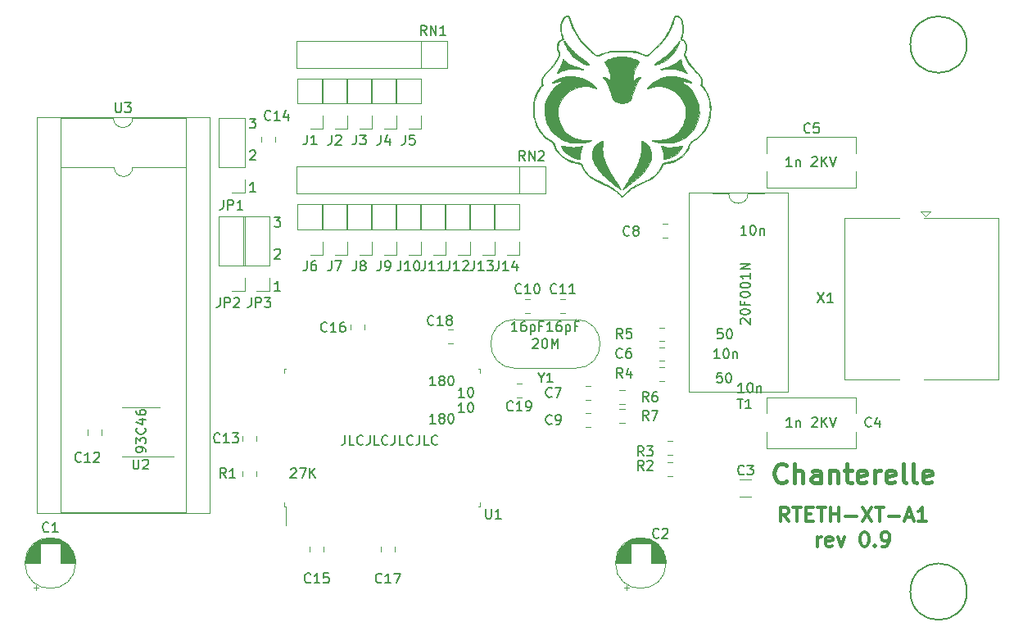
<source format=gbr>
G04 #@! TF.GenerationSoftware,KiCad,Pcbnew,(5.1.6)-1*
G04 #@! TF.CreationDate,2020-07-06T23:23:41+03:00*
G04 #@! TF.ProjectId,RTL8019,52544c38-3031-4392-9e6b-696361645f70,rev?*
G04 #@! TF.SameCoordinates,Original*
G04 #@! TF.FileFunction,Legend,Top*
G04 #@! TF.FilePolarity,Positive*
%FSLAX46Y46*%
G04 Gerber Fmt 4.6, Leading zero omitted, Abs format (unit mm)*
G04 Created by KiCad (PCBNEW (5.1.6)-1) date 2020-07-06 23:23:41*
%MOMM*%
%LPD*%
G01*
G04 APERTURE LIST*
%ADD10C,0.400000*%
%ADD11C,0.300000*%
%ADD12C,0.150000*%
%ADD13C,0.200000*%
%ADD14C,0.120000*%
%ADD15C,0.190500*%
%ADD16C,0.010000*%
G04 APERTURE END LIST*
D10*
X217057198Y-100990945D02*
X216961960Y-101086183D01*
X216676245Y-101181421D01*
X216485769Y-101181421D01*
X216200055Y-101086183D01*
X216009579Y-100895707D01*
X215914340Y-100705231D01*
X215819102Y-100324279D01*
X215819102Y-100038564D01*
X215914340Y-99657612D01*
X216009579Y-99467136D01*
X216200055Y-99276660D01*
X216485769Y-99181421D01*
X216676245Y-99181421D01*
X216961960Y-99276660D01*
X217057198Y-99371898D01*
X217914340Y-101181421D02*
X217914340Y-99181421D01*
X218771483Y-101181421D02*
X218771483Y-100133802D01*
X218676245Y-99943326D01*
X218485769Y-99848088D01*
X218200055Y-99848088D01*
X218009579Y-99943326D01*
X217914340Y-100038564D01*
X220581007Y-101181421D02*
X220581007Y-100133802D01*
X220485769Y-99943326D01*
X220295293Y-99848088D01*
X219914340Y-99848088D01*
X219723864Y-99943326D01*
X220581007Y-101086183D02*
X220390531Y-101181421D01*
X219914340Y-101181421D01*
X219723864Y-101086183D01*
X219628626Y-100895707D01*
X219628626Y-100705231D01*
X219723864Y-100514755D01*
X219914340Y-100419517D01*
X220390531Y-100419517D01*
X220581007Y-100324279D01*
X221533388Y-99848088D02*
X221533388Y-101181421D01*
X221533388Y-100038564D02*
X221628626Y-99943326D01*
X221819102Y-99848088D01*
X222104817Y-99848088D01*
X222295293Y-99943326D01*
X222390531Y-100133802D01*
X222390531Y-101181421D01*
X223057198Y-99848088D02*
X223819102Y-99848088D01*
X223342912Y-99181421D02*
X223342912Y-100895707D01*
X223438150Y-101086183D01*
X223628626Y-101181421D01*
X223819102Y-101181421D01*
X225247674Y-101086183D02*
X225057198Y-101181421D01*
X224676245Y-101181421D01*
X224485769Y-101086183D01*
X224390531Y-100895707D01*
X224390531Y-100133802D01*
X224485769Y-99943326D01*
X224676245Y-99848088D01*
X225057198Y-99848088D01*
X225247674Y-99943326D01*
X225342912Y-100133802D01*
X225342912Y-100324279D01*
X224390531Y-100514755D01*
X226200055Y-101181421D02*
X226200055Y-99848088D01*
X226200055Y-100229040D02*
X226295293Y-100038564D01*
X226390531Y-99943326D01*
X226581007Y-99848088D01*
X226771483Y-99848088D01*
X228200055Y-101086183D02*
X228009579Y-101181421D01*
X227628626Y-101181421D01*
X227438150Y-101086183D01*
X227342912Y-100895707D01*
X227342912Y-100133802D01*
X227438150Y-99943326D01*
X227628626Y-99848088D01*
X228009579Y-99848088D01*
X228200055Y-99943326D01*
X228295293Y-100133802D01*
X228295293Y-100324279D01*
X227342912Y-100514755D01*
X229438150Y-101181421D02*
X229247674Y-101086183D01*
X229152436Y-100895707D01*
X229152436Y-99181421D01*
X230485769Y-101181421D02*
X230295293Y-101086183D01*
X230200055Y-100895707D01*
X230200055Y-99181421D01*
X232009579Y-101086183D02*
X231819102Y-101181421D01*
X231438150Y-101181421D01*
X231247674Y-101086183D01*
X231152436Y-100895707D01*
X231152436Y-100133802D01*
X231247674Y-99943326D01*
X231438150Y-99848088D01*
X231819102Y-99848088D01*
X232009579Y-99943326D01*
X232104817Y-100133802D01*
X232104817Y-100324279D01*
X231152436Y-100514755D01*
D11*
X217319102Y-105161551D02*
X216819102Y-104447265D01*
X216461960Y-105161551D02*
X216461960Y-103661551D01*
X217033388Y-103661551D01*
X217176245Y-103732980D01*
X217247674Y-103804408D01*
X217319102Y-103947265D01*
X217319102Y-104161551D01*
X217247674Y-104304408D01*
X217176245Y-104375837D01*
X217033388Y-104447265D01*
X216461960Y-104447265D01*
X217747674Y-103661551D02*
X218604817Y-103661551D01*
X218176245Y-105161551D02*
X218176245Y-103661551D01*
X219104817Y-104375837D02*
X219604817Y-104375837D01*
X219819102Y-105161551D02*
X219104817Y-105161551D01*
X219104817Y-103661551D01*
X219819102Y-103661551D01*
X220247674Y-103661551D02*
X221104817Y-103661551D01*
X220676245Y-105161551D02*
X220676245Y-103661551D01*
X221604817Y-105161551D02*
X221604817Y-103661551D01*
X221604817Y-104375837D02*
X222461960Y-104375837D01*
X222461960Y-105161551D02*
X222461960Y-103661551D01*
X223176245Y-104590122D02*
X224319102Y-104590122D01*
X224890531Y-103661551D02*
X225890531Y-105161551D01*
X225890531Y-103661551D02*
X224890531Y-105161551D01*
X226247674Y-103661551D02*
X227104817Y-103661551D01*
X226676245Y-105161551D02*
X226676245Y-103661551D01*
X227604817Y-104590122D02*
X228747674Y-104590122D01*
X229390531Y-104732980D02*
X230104817Y-104732980D01*
X229247674Y-105161551D02*
X229747674Y-103661551D01*
X230247674Y-105161551D01*
X231533388Y-105161551D02*
X230676245Y-105161551D01*
X231104817Y-105161551D02*
X231104817Y-103661551D01*
X230961960Y-103875837D01*
X230819102Y-104018694D01*
X230676245Y-104090122D01*
X220283388Y-107711551D02*
X220283388Y-106711551D01*
X220283388Y-106997265D02*
X220354817Y-106854408D01*
X220426245Y-106782980D01*
X220569102Y-106711551D01*
X220711960Y-106711551D01*
X221783388Y-107640122D02*
X221640531Y-107711551D01*
X221354817Y-107711551D01*
X221211960Y-107640122D01*
X221140531Y-107497265D01*
X221140531Y-106925837D01*
X221211960Y-106782980D01*
X221354817Y-106711551D01*
X221640531Y-106711551D01*
X221783388Y-106782980D01*
X221854817Y-106925837D01*
X221854817Y-107068694D01*
X221140531Y-107211551D01*
X222354817Y-106711551D02*
X222711960Y-107711551D01*
X223069102Y-106711551D01*
X225069102Y-106211551D02*
X225211960Y-106211551D01*
X225354817Y-106282980D01*
X225426245Y-106354408D01*
X225497674Y-106497265D01*
X225569102Y-106782980D01*
X225569102Y-107140122D01*
X225497674Y-107425837D01*
X225426245Y-107568694D01*
X225354817Y-107640122D01*
X225211960Y-107711551D01*
X225069102Y-107711551D01*
X224926245Y-107640122D01*
X224854817Y-107568694D01*
X224783388Y-107425837D01*
X224711960Y-107140122D01*
X224711960Y-106782980D01*
X224783388Y-106497265D01*
X224854817Y-106354408D01*
X224926245Y-106282980D01*
X225069102Y-106211551D01*
X226211960Y-107568694D02*
X226283388Y-107640122D01*
X226211960Y-107711551D01*
X226140531Y-107640122D01*
X226211960Y-107568694D01*
X226211960Y-107711551D01*
X226997674Y-107711551D02*
X227283388Y-107711551D01*
X227426245Y-107640122D01*
X227497674Y-107568694D01*
X227640531Y-107354408D01*
X227711960Y-107068694D01*
X227711960Y-106497265D01*
X227640531Y-106354408D01*
X227569102Y-106282980D01*
X227426245Y-106211551D01*
X227140531Y-106211551D01*
X226997674Y-106282980D01*
X226926245Y-106354408D01*
X226854817Y-106497265D01*
X226854817Y-106854408D01*
X226926245Y-106997265D01*
X226997674Y-107068694D01*
X227140531Y-107140122D01*
X227426245Y-107140122D01*
X227569102Y-107068694D01*
X227640531Y-106997265D01*
X227711960Y-106854408D01*
D12*
X161566266Y-63510640D02*
X162185314Y-63510640D01*
X161851980Y-63891593D01*
X161994838Y-63891593D01*
X162090076Y-63939212D01*
X162137695Y-63986831D01*
X162185314Y-64082069D01*
X162185314Y-64320164D01*
X162137695Y-64415402D01*
X162090076Y-64463021D01*
X161994838Y-64510640D01*
X161709123Y-64510640D01*
X161613885Y-64463021D01*
X161566266Y-64415402D01*
X161613885Y-66905879D02*
X161661504Y-66858260D01*
X161756742Y-66810640D01*
X161994838Y-66810640D01*
X162090076Y-66858260D01*
X162137695Y-66905879D01*
X162185314Y-67001117D01*
X162185314Y-67096355D01*
X162137695Y-67239212D01*
X161566266Y-67810640D01*
X162185314Y-67810640D01*
X162185314Y-71110640D02*
X161613885Y-71110640D01*
X161899600Y-71110640D02*
X161899600Y-70110640D01*
X161804361Y-70253498D01*
X161709123Y-70348736D01*
X161613885Y-70396355D01*
X164121506Y-73696040D02*
X164740554Y-73696040D01*
X164407220Y-74076993D01*
X164550078Y-74076993D01*
X164645316Y-74124612D01*
X164692935Y-74172231D01*
X164740554Y-74267469D01*
X164740554Y-74505564D01*
X164692935Y-74600802D01*
X164645316Y-74648421D01*
X164550078Y-74696040D01*
X164264363Y-74696040D01*
X164169125Y-74648421D01*
X164121506Y-74600802D01*
X164169125Y-77091279D02*
X164216744Y-77043660D01*
X164311982Y-76996040D01*
X164550078Y-76996040D01*
X164645316Y-77043660D01*
X164692935Y-77091279D01*
X164740554Y-77186517D01*
X164740554Y-77281755D01*
X164692935Y-77424612D01*
X164121506Y-77996040D01*
X164740554Y-77996040D01*
X164740554Y-81296040D02*
X164169125Y-81296040D01*
X164454840Y-81296040D02*
X164454840Y-80296040D01*
X164359601Y-80438898D01*
X164264363Y-80534136D01*
X164169125Y-80581755D01*
D13*
X171428352Y-96239080D02*
X171428352Y-96953366D01*
X171380733Y-97096223D01*
X171285495Y-97191461D01*
X171142638Y-97239080D01*
X171047400Y-97239080D01*
X172380733Y-97239080D02*
X171904542Y-97239080D01*
X171904542Y-96239080D01*
X173285495Y-97143842D02*
X173237876Y-97191461D01*
X173095019Y-97239080D01*
X172999780Y-97239080D01*
X172856923Y-97191461D01*
X172761685Y-97096223D01*
X172714066Y-97000985D01*
X172666447Y-96810509D01*
X172666447Y-96667652D01*
X172714066Y-96477176D01*
X172761685Y-96381938D01*
X172856923Y-96286700D01*
X172999780Y-96239080D01*
X173095019Y-96239080D01*
X173237876Y-96286700D01*
X173285495Y-96334319D01*
X173999780Y-96239080D02*
X173999780Y-96953366D01*
X173952161Y-97096223D01*
X173856923Y-97191461D01*
X173714066Y-97239080D01*
X173618828Y-97239080D01*
X174952161Y-97239080D02*
X174475971Y-97239080D01*
X174475971Y-96239080D01*
X175856923Y-97143842D02*
X175809304Y-97191461D01*
X175666447Y-97239080D01*
X175571209Y-97239080D01*
X175428352Y-97191461D01*
X175333114Y-97096223D01*
X175285495Y-97000985D01*
X175237876Y-96810509D01*
X175237876Y-96667652D01*
X175285495Y-96477176D01*
X175333114Y-96381938D01*
X175428352Y-96286700D01*
X175571209Y-96239080D01*
X175666447Y-96239080D01*
X175809304Y-96286700D01*
X175856923Y-96334319D01*
X176571209Y-96239080D02*
X176571209Y-96953366D01*
X176523590Y-97096223D01*
X176428352Y-97191461D01*
X176285495Y-97239080D01*
X176190257Y-97239080D01*
X177523590Y-97239080D02*
X177047400Y-97239080D01*
X177047400Y-96239080D01*
X178428352Y-97143842D02*
X178380733Y-97191461D01*
X178237876Y-97239080D01*
X178142638Y-97239080D01*
X177999780Y-97191461D01*
X177904542Y-97096223D01*
X177856923Y-97000985D01*
X177809304Y-96810509D01*
X177809304Y-96667652D01*
X177856923Y-96477176D01*
X177904542Y-96381938D01*
X177999780Y-96286700D01*
X178142638Y-96239080D01*
X178237876Y-96239080D01*
X178380733Y-96286700D01*
X178428352Y-96334319D01*
X179142638Y-96239080D02*
X179142638Y-96953366D01*
X179095019Y-97096223D01*
X178999780Y-97191461D01*
X178856923Y-97239080D01*
X178761685Y-97239080D01*
X180095019Y-97239080D02*
X179618828Y-97239080D01*
X179618828Y-96239080D01*
X180999780Y-97143842D02*
X180952161Y-97191461D01*
X180809304Y-97239080D01*
X180714066Y-97239080D01*
X180571209Y-97191461D01*
X180475971Y-97096223D01*
X180428352Y-97000985D01*
X180380733Y-96810509D01*
X180380733Y-96667652D01*
X180428352Y-96477176D01*
X180475971Y-96381938D01*
X180571209Y-96286700D01*
X180714066Y-96239080D01*
X180809304Y-96239080D01*
X180952161Y-96286700D01*
X180999780Y-96334319D01*
D14*
X142036800Y-68554600D02*
X147573239Y-68554600D01*
X149479761Y-68554600D02*
G75*
G02*
X147573239Y-68554600I-953261J0D01*
G01*
X154940000Y-68554600D02*
X149479000Y-68554600D01*
D15*
X235712000Y-55880000D02*
G75*
G03*
X235712000Y-55880000I-2921000J0D01*
G01*
X235712000Y-112395000D02*
G75*
G03*
X235712000Y-112395000I-2921000J0D01*
G01*
D16*
G36*
X200215611Y-57122326D02*
G01*
X200496777Y-57144389D01*
X200751372Y-57184709D01*
X200843445Y-57206361D01*
X201045075Y-57264577D01*
X201239186Y-57330049D01*
X201417712Y-57399209D01*
X201572588Y-57468488D01*
X201695747Y-57534317D01*
X201779124Y-57593126D01*
X201812827Y-57635280D01*
X201804351Y-57671456D01*
X201771930Y-57742536D01*
X201721696Y-57835663D01*
X201697850Y-57876436D01*
X201547556Y-58145836D01*
X201423628Y-58405375D01*
X201331286Y-58643503D01*
X201293226Y-58771260D01*
X201272750Y-58868180D01*
X201253520Y-58989591D01*
X201236528Y-59124154D01*
X201222764Y-59260535D01*
X201213220Y-59387397D01*
X201208887Y-59493404D01*
X201210756Y-59567220D01*
X201219819Y-59597509D01*
X201220963Y-59597713D01*
X201251370Y-59581457D01*
X201312081Y-59538953D01*
X201385598Y-59482796D01*
X201483251Y-59410794D01*
X201583861Y-59344666D01*
X201645058Y-59309680D01*
X201737644Y-59273975D01*
X201837585Y-59252732D01*
X201926123Y-59248253D01*
X201984500Y-59262839D01*
X201990039Y-59267344D01*
X201981776Y-59295604D01*
X201940113Y-59350204D01*
X201873766Y-59419906D01*
X201865614Y-59427747D01*
X201759379Y-59553480D01*
X201646600Y-59733691D01*
X201527948Y-59966874D01*
X201404096Y-60251525D01*
X201275713Y-60586140D01*
X201143471Y-60969215D01*
X201056210Y-61242049D01*
X201010758Y-61377904D01*
X200964113Y-61499893D01*
X200921867Y-61594365D01*
X200890565Y-61646582D01*
X200808688Y-61711450D01*
X200683651Y-61773433D01*
X200528727Y-61828472D01*
X200357188Y-61872506D01*
X200182308Y-61901477D01*
X200025000Y-61911348D01*
X199902079Y-61906489D01*
X199785943Y-61889079D01*
X199655761Y-61855025D01*
X199531112Y-61814289D01*
X199359963Y-61748969D01*
X199242355Y-61689387D01*
X199186051Y-61644404D01*
X199149394Y-61584425D01*
X199105918Y-61487310D01*
X199063133Y-61370518D01*
X199048892Y-61325520D01*
X198914014Y-60899044D01*
X198781508Y-60520431D01*
X198652014Y-60191123D01*
X198526170Y-59912561D01*
X198404613Y-59686185D01*
X198287981Y-59513438D01*
X198206333Y-59422040D01*
X198139742Y-59352813D01*
X198097272Y-59297560D01*
X198087751Y-59267842D01*
X198088184Y-59267344D01*
X198139586Y-59249316D01*
X198224159Y-59250708D01*
X198322981Y-59269201D01*
X198417132Y-59302475D01*
X198431210Y-59309382D01*
X198514633Y-59358100D01*
X198617244Y-59425722D01*
X198698556Y-59484106D01*
X198853778Y-59600928D01*
X198862148Y-59414788D01*
X198857045Y-59219479D01*
X198828656Y-58996349D01*
X198780859Y-58767059D01*
X198717530Y-58553268D01*
X198698834Y-58502464D01*
X198649626Y-58388383D01*
X198580612Y-58245840D01*
X198501596Y-58094424D01*
X198434797Y-57974935D01*
X198367524Y-57855365D01*
X198313500Y-57752253D01*
X198277808Y-57675836D01*
X198265527Y-57636346D01*
X198265859Y-57634599D01*
X198307966Y-57585784D01*
X198396253Y-57527230D01*
X198522042Y-57462474D01*
X198676652Y-57395053D01*
X198851403Y-57328504D01*
X199037615Y-57266366D01*
X199226608Y-57212174D01*
X199404748Y-57170472D01*
X199650390Y-57134889D01*
X199927080Y-57119000D01*
X200215611Y-57122326D01*
G37*
X200215611Y-57122326D02*
X200496777Y-57144389D01*
X200751372Y-57184709D01*
X200843445Y-57206361D01*
X201045075Y-57264577D01*
X201239186Y-57330049D01*
X201417712Y-57399209D01*
X201572588Y-57468488D01*
X201695747Y-57534317D01*
X201779124Y-57593126D01*
X201812827Y-57635280D01*
X201804351Y-57671456D01*
X201771930Y-57742536D01*
X201721696Y-57835663D01*
X201697850Y-57876436D01*
X201547556Y-58145836D01*
X201423628Y-58405375D01*
X201331286Y-58643503D01*
X201293226Y-58771260D01*
X201272750Y-58868180D01*
X201253520Y-58989591D01*
X201236528Y-59124154D01*
X201222764Y-59260535D01*
X201213220Y-59387397D01*
X201208887Y-59493404D01*
X201210756Y-59567220D01*
X201219819Y-59597509D01*
X201220963Y-59597713D01*
X201251370Y-59581457D01*
X201312081Y-59538953D01*
X201385598Y-59482796D01*
X201483251Y-59410794D01*
X201583861Y-59344666D01*
X201645058Y-59309680D01*
X201737644Y-59273975D01*
X201837585Y-59252732D01*
X201926123Y-59248253D01*
X201984500Y-59262839D01*
X201990039Y-59267344D01*
X201981776Y-59295604D01*
X201940113Y-59350204D01*
X201873766Y-59419906D01*
X201865614Y-59427747D01*
X201759379Y-59553480D01*
X201646600Y-59733691D01*
X201527948Y-59966874D01*
X201404096Y-60251525D01*
X201275713Y-60586140D01*
X201143471Y-60969215D01*
X201056210Y-61242049D01*
X201010758Y-61377904D01*
X200964113Y-61499893D01*
X200921867Y-61594365D01*
X200890565Y-61646582D01*
X200808688Y-61711450D01*
X200683651Y-61773433D01*
X200528727Y-61828472D01*
X200357188Y-61872506D01*
X200182308Y-61901477D01*
X200025000Y-61911348D01*
X199902079Y-61906489D01*
X199785943Y-61889079D01*
X199655761Y-61855025D01*
X199531112Y-61814289D01*
X199359963Y-61748969D01*
X199242355Y-61689387D01*
X199186051Y-61644404D01*
X199149394Y-61584425D01*
X199105918Y-61487310D01*
X199063133Y-61370518D01*
X199048892Y-61325520D01*
X198914014Y-60899044D01*
X198781508Y-60520431D01*
X198652014Y-60191123D01*
X198526170Y-59912561D01*
X198404613Y-59686185D01*
X198287981Y-59513438D01*
X198206333Y-59422040D01*
X198139742Y-59352813D01*
X198097272Y-59297560D01*
X198087751Y-59267842D01*
X198088184Y-59267344D01*
X198139586Y-59249316D01*
X198224159Y-59250708D01*
X198322981Y-59269201D01*
X198417132Y-59302475D01*
X198431210Y-59309382D01*
X198514633Y-59358100D01*
X198617244Y-59425722D01*
X198698556Y-59484106D01*
X198853778Y-59600928D01*
X198862148Y-59414788D01*
X198857045Y-59219479D01*
X198828656Y-58996349D01*
X198780859Y-58767059D01*
X198717530Y-58553268D01*
X198698834Y-58502464D01*
X198649626Y-58388383D01*
X198580612Y-58245840D01*
X198501596Y-58094424D01*
X198434797Y-57974935D01*
X198367524Y-57855365D01*
X198313500Y-57752253D01*
X198277808Y-57675836D01*
X198265527Y-57636346D01*
X198265859Y-57634599D01*
X198307966Y-57585784D01*
X198396253Y-57527230D01*
X198522042Y-57462474D01*
X198676652Y-57395053D01*
X198851403Y-57328504D01*
X199037615Y-57266366D01*
X199226608Y-57212174D01*
X199404748Y-57170472D01*
X199650390Y-57134889D01*
X199927080Y-57119000D01*
X200215611Y-57122326D01*
G36*
X195057889Y-59154495D02*
G01*
X195460587Y-59201156D01*
X195853349Y-59301511D01*
X196238563Y-59456390D01*
X196618616Y-59666622D01*
X196719118Y-59731952D01*
X196853485Y-59827575D01*
X196987555Y-59932798D01*
X197114709Y-60041255D01*
X197228327Y-60146579D01*
X197321789Y-60242405D01*
X197388475Y-60322365D01*
X197421766Y-60380094D01*
X197419948Y-60405951D01*
X197389273Y-60402895D01*
X197315491Y-60384222D01*
X197208818Y-60352818D01*
X197079473Y-60311571D01*
X197042924Y-60299434D01*
X196892128Y-60249857D01*
X196777627Y-60216053D01*
X196682473Y-60195056D01*
X196589721Y-60183900D01*
X196482421Y-60179616D01*
X196356112Y-60179195D01*
X196020623Y-60201567D01*
X195672463Y-60263523D01*
X195328695Y-60360443D01*
X195006382Y-60487709D01*
X194779068Y-60606121D01*
X194530715Y-60776135D01*
X194286677Y-60986408D01*
X194058612Y-61224406D01*
X193858178Y-61477592D01*
X193697031Y-61733433D01*
X193655408Y-61814347D01*
X193532125Y-62131316D01*
X193454249Y-62473489D01*
X193421824Y-62832480D01*
X193434896Y-63199902D01*
X193493511Y-63567369D01*
X193597713Y-63926493D01*
X193643348Y-64044750D01*
X193812908Y-64388847D01*
X194023269Y-64695744D01*
X194275241Y-64966102D01*
X194569637Y-65200580D01*
X194907266Y-65399839D01*
X195288940Y-65564539D01*
X195650806Y-65678449D01*
X195983325Y-65747257D01*
X196299590Y-65768863D01*
X196612920Y-65744144D01*
X196624223Y-65742415D01*
X196740606Y-65726201D01*
X196837469Y-65716156D01*
X196900115Y-65713655D01*
X196913338Y-65715396D01*
X196937212Y-65739365D01*
X196913393Y-65773423D01*
X196848975Y-65814088D01*
X196751053Y-65857878D01*
X196626723Y-65901309D01*
X196483079Y-65940899D01*
X196428386Y-65953457D01*
X196293447Y-65975837D01*
X196118925Y-65994407D01*
X195916311Y-66008917D01*
X195697096Y-66019118D01*
X195472769Y-66024760D01*
X195254821Y-66025595D01*
X195054742Y-66021371D01*
X194884022Y-66011841D01*
X194754151Y-65996754D01*
X194722175Y-65990504D01*
X194314993Y-65872961D01*
X193926617Y-65710997D01*
X193563305Y-65508696D01*
X193231317Y-65270141D01*
X192936910Y-64999414D01*
X192686344Y-64700600D01*
X192636658Y-64629926D01*
X192409821Y-64249147D01*
X192237728Y-63857107D01*
X192120355Y-63456201D01*
X192057679Y-63048825D01*
X192049675Y-62637374D01*
X192096321Y-62224245D01*
X192197592Y-61811832D01*
X192353465Y-61402531D01*
X192563916Y-60998737D01*
X192674275Y-60822708D01*
X192895556Y-60517917D01*
X193123856Y-60264699D01*
X193363918Y-60058229D01*
X193545410Y-59936584D01*
X193796819Y-59786086D01*
X193732783Y-59734233D01*
X193640781Y-59693074D01*
X193506902Y-59685392D01*
X193329895Y-59711229D01*
X193160749Y-59754781D01*
X193014220Y-59793326D01*
X192916590Y-59808161D01*
X192868396Y-59801334D01*
X192853832Y-59783260D01*
X192869288Y-59755759D01*
X192920801Y-59712635D01*
X193014409Y-59647694D01*
X193025154Y-59640535D01*
X193317538Y-59476071D01*
X193649310Y-59342660D01*
X194011357Y-59242482D01*
X194394568Y-59177715D01*
X194789830Y-59150538D01*
X195057889Y-59154495D01*
G37*
X195057889Y-59154495D02*
X195460587Y-59201156D01*
X195853349Y-59301511D01*
X196238563Y-59456390D01*
X196618616Y-59666622D01*
X196719118Y-59731952D01*
X196853485Y-59827575D01*
X196987555Y-59932798D01*
X197114709Y-60041255D01*
X197228327Y-60146579D01*
X197321789Y-60242405D01*
X197388475Y-60322365D01*
X197421766Y-60380094D01*
X197419948Y-60405951D01*
X197389273Y-60402895D01*
X197315491Y-60384222D01*
X197208818Y-60352818D01*
X197079473Y-60311571D01*
X197042924Y-60299434D01*
X196892128Y-60249857D01*
X196777627Y-60216053D01*
X196682473Y-60195056D01*
X196589721Y-60183900D01*
X196482421Y-60179616D01*
X196356112Y-60179195D01*
X196020623Y-60201567D01*
X195672463Y-60263523D01*
X195328695Y-60360443D01*
X195006382Y-60487709D01*
X194779068Y-60606121D01*
X194530715Y-60776135D01*
X194286677Y-60986408D01*
X194058612Y-61224406D01*
X193858178Y-61477592D01*
X193697031Y-61733433D01*
X193655408Y-61814347D01*
X193532125Y-62131316D01*
X193454249Y-62473489D01*
X193421824Y-62832480D01*
X193434896Y-63199902D01*
X193493511Y-63567369D01*
X193597713Y-63926493D01*
X193643348Y-64044750D01*
X193812908Y-64388847D01*
X194023269Y-64695744D01*
X194275241Y-64966102D01*
X194569637Y-65200580D01*
X194907266Y-65399839D01*
X195288940Y-65564539D01*
X195650806Y-65678449D01*
X195983325Y-65747257D01*
X196299590Y-65768863D01*
X196612920Y-65744144D01*
X196624223Y-65742415D01*
X196740606Y-65726201D01*
X196837469Y-65716156D01*
X196900115Y-65713655D01*
X196913338Y-65715396D01*
X196937212Y-65739365D01*
X196913393Y-65773423D01*
X196848975Y-65814088D01*
X196751053Y-65857878D01*
X196626723Y-65901309D01*
X196483079Y-65940899D01*
X196428386Y-65953457D01*
X196293447Y-65975837D01*
X196118925Y-65994407D01*
X195916311Y-66008917D01*
X195697096Y-66019118D01*
X195472769Y-66024760D01*
X195254821Y-66025595D01*
X195054742Y-66021371D01*
X194884022Y-66011841D01*
X194754151Y-65996754D01*
X194722175Y-65990504D01*
X194314993Y-65872961D01*
X193926617Y-65710997D01*
X193563305Y-65508696D01*
X193231317Y-65270141D01*
X192936910Y-64999414D01*
X192686344Y-64700600D01*
X192636658Y-64629926D01*
X192409821Y-64249147D01*
X192237728Y-63857107D01*
X192120355Y-63456201D01*
X192057679Y-63048825D01*
X192049675Y-62637374D01*
X192096321Y-62224245D01*
X192197592Y-61811832D01*
X192353465Y-61402531D01*
X192563916Y-60998737D01*
X192674275Y-60822708D01*
X192895556Y-60517917D01*
X193123856Y-60264699D01*
X193363918Y-60058229D01*
X193545410Y-59936584D01*
X193796819Y-59786086D01*
X193732783Y-59734233D01*
X193640781Y-59693074D01*
X193506902Y-59685392D01*
X193329895Y-59711229D01*
X193160749Y-59754781D01*
X193014220Y-59793326D01*
X192916590Y-59808161D01*
X192868396Y-59801334D01*
X192853832Y-59783260D01*
X192869288Y-59755759D01*
X192920801Y-59712635D01*
X193014409Y-59647694D01*
X193025154Y-59640535D01*
X193317538Y-59476071D01*
X193649310Y-59342660D01*
X194011357Y-59242482D01*
X194394568Y-59177715D01*
X194789830Y-59150538D01*
X195057889Y-59154495D01*
G36*
X194108137Y-55483657D02*
G01*
X194167774Y-55548521D01*
X194189643Y-55578649D01*
X194264299Y-55681629D01*
X194346976Y-55789525D01*
X194380556Y-55831326D01*
X194541729Y-56027543D01*
X194679006Y-56193515D01*
X194798359Y-56334769D01*
X194905762Y-56456832D01*
X195007187Y-56565231D01*
X195108608Y-56665494D01*
X195215996Y-56763148D01*
X195335326Y-56863720D01*
X195472571Y-56972738D01*
X195633703Y-57095729D01*
X195824695Y-57238220D01*
X196051520Y-57405739D01*
X196200889Y-57515837D01*
X196375316Y-57646209D01*
X196506782Y-57748939D01*
X196599280Y-57827708D01*
X196656808Y-57886194D01*
X196683362Y-57928075D01*
X196682937Y-57957030D01*
X196681958Y-57958735D01*
X196645479Y-57982039D01*
X196573770Y-57983592D01*
X196460251Y-57963068D01*
X196384334Y-57944048D01*
X196170574Y-57870053D01*
X195934147Y-57758656D01*
X195686650Y-57617305D01*
X195439683Y-57453453D01*
X195204842Y-57274549D01*
X194993727Y-57088043D01*
X194892970Y-56986040D01*
X194754164Y-56825004D01*
X194613087Y-56639109D01*
X194475675Y-56438272D01*
X194347862Y-56232415D01*
X194235582Y-56031455D01*
X194144769Y-55845314D01*
X194081358Y-55683909D01*
X194055585Y-55586334D01*
X194049183Y-55502728D01*
X194067653Y-55468447D01*
X194108137Y-55483657D01*
G37*
X194108137Y-55483657D02*
X194167774Y-55548521D01*
X194189643Y-55578649D01*
X194264299Y-55681629D01*
X194346976Y-55789525D01*
X194380556Y-55831326D01*
X194541729Y-56027543D01*
X194679006Y-56193515D01*
X194798359Y-56334769D01*
X194905762Y-56456832D01*
X195007187Y-56565231D01*
X195108608Y-56665494D01*
X195215996Y-56763148D01*
X195335326Y-56863720D01*
X195472571Y-56972738D01*
X195633703Y-57095729D01*
X195824695Y-57238220D01*
X196051520Y-57405739D01*
X196200889Y-57515837D01*
X196375316Y-57646209D01*
X196506782Y-57748939D01*
X196599280Y-57827708D01*
X196656808Y-57886194D01*
X196683362Y-57928075D01*
X196682937Y-57957030D01*
X196681958Y-57958735D01*
X196645479Y-57982039D01*
X196573770Y-57983592D01*
X196460251Y-57963068D01*
X196384334Y-57944048D01*
X196170574Y-57870053D01*
X195934147Y-57758656D01*
X195686650Y-57617305D01*
X195439683Y-57453453D01*
X195204842Y-57274549D01*
X194993727Y-57088043D01*
X194892970Y-56986040D01*
X194754164Y-56825004D01*
X194613087Y-56639109D01*
X194475675Y-56438272D01*
X194347862Y-56232415D01*
X194235582Y-56031455D01*
X194144769Y-55845314D01*
X194081358Y-55683909D01*
X194055585Y-55586334D01*
X194049183Y-55502728D01*
X194067653Y-55468447D01*
X194108137Y-55483657D01*
G36*
X205504433Y-59159979D02*
G01*
X205879657Y-59206315D01*
X206243879Y-59286714D01*
X206586388Y-59399586D01*
X206896475Y-59543342D01*
X207042417Y-59630467D01*
X207144169Y-59698634D01*
X207203743Y-59744257D01*
X207227435Y-59773713D01*
X207221541Y-59793374D01*
X207210712Y-59800838D01*
X207164305Y-59810023D01*
X207085756Y-59799508D01*
X206966483Y-59767929D01*
X206926050Y-59755573D01*
X206730533Y-59705461D01*
X206563883Y-59684911D01*
X206432591Y-59694246D01*
X206352121Y-59726970D01*
X206288460Y-59771560D01*
X206352897Y-59820714D01*
X206410112Y-59860408D01*
X206496729Y-59916155D01*
X206588392Y-59972484D01*
X206778172Y-60100432D01*
X206949070Y-60248368D01*
X207115625Y-60429690D01*
X207203675Y-60539460D01*
X207471071Y-60923388D01*
X207688081Y-61316845D01*
X207853777Y-61716683D01*
X207967231Y-62119754D01*
X208027517Y-62522912D01*
X208033707Y-62923008D01*
X207999101Y-63238676D01*
X207899985Y-63668311D01*
X207751943Y-64071659D01*
X207557240Y-64446208D01*
X207318142Y-64789451D01*
X207036913Y-65098878D01*
X206715818Y-65371980D01*
X206357124Y-65606249D01*
X205963094Y-65799174D01*
X205559002Y-65941610D01*
X205471616Y-65965797D01*
X205391069Y-65983980D01*
X205306790Y-65997142D01*
X205208208Y-66006264D01*
X205084753Y-66012328D01*
X204925855Y-66016317D01*
X204724000Y-66019176D01*
X204540178Y-66020694D01*
X204369788Y-66020956D01*
X204223010Y-66020036D01*
X204110020Y-66018008D01*
X204040996Y-66014946D01*
X204032556Y-66014121D01*
X203822137Y-65983225D01*
X203625160Y-65943975D01*
X203450586Y-65898929D01*
X203307375Y-65850646D01*
X203204488Y-65801681D01*
X203157835Y-65764471D01*
X203143482Y-65735928D01*
X203161801Y-65719671D01*
X203218242Y-65715399D01*
X203318256Y-65722809D01*
X203467296Y-65741597D01*
X203496334Y-65745679D01*
X203774654Y-65768897D01*
X204048016Y-65756259D01*
X204332079Y-65706171D01*
X204589031Y-65634430D01*
X204994645Y-65482909D01*
X205353469Y-65300736D01*
X205667088Y-65086336D01*
X205937092Y-64838133D01*
X206165067Y-64554552D01*
X206352601Y-64234017D01*
X206501282Y-63874953D01*
X206562844Y-63675824D01*
X206609785Y-63456688D01*
X206640667Y-63206279D01*
X206654681Y-62943942D01*
X206651022Y-62689022D01*
X206628881Y-62460865D01*
X206616492Y-62390302D01*
X206532612Y-62074550D01*
X206411078Y-61783227D01*
X206246350Y-61505764D01*
X206032885Y-61231590D01*
X205974592Y-61165991D01*
X205711544Y-60907547D01*
X205428189Y-60691239D01*
X205118361Y-60513915D01*
X204775890Y-60372421D01*
X204394608Y-60263604D01*
X204091805Y-60203587D01*
X203882578Y-60175389D01*
X203696020Y-60167502D01*
X203515105Y-60181500D01*
X203322805Y-60218957D01*
X203102092Y-60281447D01*
X203042306Y-60300570D01*
X202909189Y-60343429D01*
X202795755Y-60379098D01*
X202712593Y-60404308D01*
X202670293Y-60415795D01*
X202667637Y-60416158D01*
X202657723Y-60397926D01*
X202682075Y-60348836D01*
X202734411Y-60277297D01*
X202808449Y-60191718D01*
X202897907Y-60100508D01*
X202916845Y-60082565D01*
X203182379Y-59860955D01*
X203482055Y-59657242D01*
X203800973Y-59479766D01*
X204124231Y-59336869D01*
X204419840Y-59241242D01*
X204763815Y-59175853D01*
X205128916Y-59149295D01*
X205504433Y-59159979D01*
G37*
X205504433Y-59159979D02*
X205879657Y-59206315D01*
X206243879Y-59286714D01*
X206586388Y-59399586D01*
X206896475Y-59543342D01*
X207042417Y-59630467D01*
X207144169Y-59698634D01*
X207203743Y-59744257D01*
X207227435Y-59773713D01*
X207221541Y-59793374D01*
X207210712Y-59800838D01*
X207164305Y-59810023D01*
X207085756Y-59799508D01*
X206966483Y-59767929D01*
X206926050Y-59755573D01*
X206730533Y-59705461D01*
X206563883Y-59684911D01*
X206432591Y-59694246D01*
X206352121Y-59726970D01*
X206288460Y-59771560D01*
X206352897Y-59820714D01*
X206410112Y-59860408D01*
X206496729Y-59916155D01*
X206588392Y-59972484D01*
X206778172Y-60100432D01*
X206949070Y-60248368D01*
X207115625Y-60429690D01*
X207203675Y-60539460D01*
X207471071Y-60923388D01*
X207688081Y-61316845D01*
X207853777Y-61716683D01*
X207967231Y-62119754D01*
X208027517Y-62522912D01*
X208033707Y-62923008D01*
X207999101Y-63238676D01*
X207899985Y-63668311D01*
X207751943Y-64071659D01*
X207557240Y-64446208D01*
X207318142Y-64789451D01*
X207036913Y-65098878D01*
X206715818Y-65371980D01*
X206357124Y-65606249D01*
X205963094Y-65799174D01*
X205559002Y-65941610D01*
X205471616Y-65965797D01*
X205391069Y-65983980D01*
X205306790Y-65997142D01*
X205208208Y-66006264D01*
X205084753Y-66012328D01*
X204925855Y-66016317D01*
X204724000Y-66019176D01*
X204540178Y-66020694D01*
X204369788Y-66020956D01*
X204223010Y-66020036D01*
X204110020Y-66018008D01*
X204040996Y-66014946D01*
X204032556Y-66014121D01*
X203822137Y-65983225D01*
X203625160Y-65943975D01*
X203450586Y-65898929D01*
X203307375Y-65850646D01*
X203204488Y-65801681D01*
X203157835Y-65764471D01*
X203143482Y-65735928D01*
X203161801Y-65719671D01*
X203218242Y-65715399D01*
X203318256Y-65722809D01*
X203467296Y-65741597D01*
X203496334Y-65745679D01*
X203774654Y-65768897D01*
X204048016Y-65756259D01*
X204332079Y-65706171D01*
X204589031Y-65634430D01*
X204994645Y-65482909D01*
X205353469Y-65300736D01*
X205667088Y-65086336D01*
X205937092Y-64838133D01*
X206165067Y-64554552D01*
X206352601Y-64234017D01*
X206501282Y-63874953D01*
X206562844Y-63675824D01*
X206609785Y-63456688D01*
X206640667Y-63206279D01*
X206654681Y-62943942D01*
X206651022Y-62689022D01*
X206628881Y-62460865D01*
X206616492Y-62390302D01*
X206532612Y-62074550D01*
X206411078Y-61783227D01*
X206246350Y-61505764D01*
X206032885Y-61231590D01*
X205974592Y-61165991D01*
X205711544Y-60907547D01*
X205428189Y-60691239D01*
X205118361Y-60513915D01*
X204775890Y-60372421D01*
X204394608Y-60263604D01*
X204091805Y-60203587D01*
X203882578Y-60175389D01*
X203696020Y-60167502D01*
X203515105Y-60181500D01*
X203322805Y-60218957D01*
X203102092Y-60281447D01*
X203042306Y-60300570D01*
X202909189Y-60343429D01*
X202795755Y-60379098D01*
X202712593Y-60404308D01*
X202670293Y-60415795D01*
X202667637Y-60416158D01*
X202657723Y-60397926D01*
X202682075Y-60348836D01*
X202734411Y-60277297D01*
X202808449Y-60191718D01*
X202897907Y-60100508D01*
X202916845Y-60082565D01*
X203182379Y-59860955D01*
X203482055Y-59657242D01*
X203800973Y-59479766D01*
X204124231Y-59336869D01*
X204419840Y-59241242D01*
X204763815Y-59175853D01*
X205128916Y-59149295D01*
X205504433Y-59159979D01*
G36*
X193993676Y-57386624D02*
G01*
X194056513Y-57436556D01*
X194139804Y-57509754D01*
X194210910Y-57576076D01*
X194325486Y-57678020D01*
X194450570Y-57777370D01*
X194566339Y-57858803D01*
X194614179Y-57887812D01*
X194697047Y-57927856D01*
X194822674Y-57980513D01*
X194979958Y-58041515D01*
X195157797Y-58106598D01*
X195345086Y-58171496D01*
X195401578Y-58190332D01*
X195576824Y-58248925D01*
X195734385Y-58302988D01*
X195866209Y-58349645D01*
X195964246Y-58386021D01*
X196020446Y-58409241D01*
X196030145Y-58414818D01*
X196026766Y-58432142D01*
X195974600Y-58439555D01*
X195880376Y-58437324D01*
X195750828Y-58425717D01*
X195592685Y-58405000D01*
X195526924Y-58394863D01*
X195288838Y-58368761D01*
X195027111Y-58360432D01*
X194760984Y-58369208D01*
X194509700Y-58394419D01*
X194292499Y-58435396D01*
X194281778Y-58438132D01*
X194166176Y-58474718D01*
X194020029Y-58530576D01*
X193862371Y-58597999D01*
X193717334Y-58666713D01*
X193562191Y-58743349D01*
X193450291Y-58795136D01*
X193375332Y-58824272D01*
X193331015Y-58832952D01*
X193311038Y-58823372D01*
X193308112Y-58809354D01*
X193323200Y-58776893D01*
X193364223Y-58708364D01*
X193424814Y-58613991D01*
X193494456Y-58510072D01*
X193670128Y-58232513D01*
X193799372Y-57981527D01*
X193883589Y-57753722D01*
X193924182Y-57545704D01*
X193928583Y-57459880D01*
X193937511Y-57397458D01*
X193958699Y-57368422D01*
X193961142Y-57368158D01*
X193993676Y-57386624D01*
G37*
X193993676Y-57386624D02*
X194056513Y-57436556D01*
X194139804Y-57509754D01*
X194210910Y-57576076D01*
X194325486Y-57678020D01*
X194450570Y-57777370D01*
X194566339Y-57858803D01*
X194614179Y-57887812D01*
X194697047Y-57927856D01*
X194822674Y-57980513D01*
X194979958Y-58041515D01*
X195157797Y-58106598D01*
X195345086Y-58171496D01*
X195401578Y-58190332D01*
X195576824Y-58248925D01*
X195734385Y-58302988D01*
X195866209Y-58349645D01*
X195964246Y-58386021D01*
X196020446Y-58409241D01*
X196030145Y-58414818D01*
X196026766Y-58432142D01*
X195974600Y-58439555D01*
X195880376Y-58437324D01*
X195750828Y-58425717D01*
X195592685Y-58405000D01*
X195526924Y-58394863D01*
X195288838Y-58368761D01*
X195027111Y-58360432D01*
X194760984Y-58369208D01*
X194509700Y-58394419D01*
X194292499Y-58435396D01*
X194281778Y-58438132D01*
X194166176Y-58474718D01*
X194020029Y-58530576D01*
X193862371Y-58597999D01*
X193717334Y-58666713D01*
X193562191Y-58743349D01*
X193450291Y-58795136D01*
X193375332Y-58824272D01*
X193331015Y-58832952D01*
X193311038Y-58823372D01*
X193308112Y-58809354D01*
X193323200Y-58776893D01*
X193364223Y-58708364D01*
X193424814Y-58613991D01*
X193494456Y-58510072D01*
X193670128Y-58232513D01*
X193799372Y-57981527D01*
X193883589Y-57753722D01*
X193924182Y-57545704D01*
X193928583Y-57459880D01*
X193937511Y-57397458D01*
X193958699Y-57368422D01*
X193961142Y-57368158D01*
X193993676Y-57386624D01*
G36*
X206139539Y-57392849D02*
G01*
X206149114Y-57453088D01*
X206149223Y-57461006D01*
X206171815Y-57651975D01*
X206238168Y-57870638D01*
X206346143Y-58111834D01*
X206493599Y-58370404D01*
X206582312Y-58505833D01*
X206655888Y-58615801D01*
X206715939Y-58709748D01*
X206756120Y-58777458D01*
X206770112Y-58808304D01*
X206757026Y-58829709D01*
X206714639Y-58828270D01*
X206638255Y-58802382D01*
X206523179Y-58750441D01*
X206364717Y-58670844D01*
X206358744Y-58667753D01*
X206209973Y-58595876D01*
X206050801Y-58527418D01*
X205902621Y-58471177D01*
X205808411Y-58441443D01*
X205583962Y-58395764D01*
X205324608Y-58367995D01*
X205049201Y-58358834D01*
X204776593Y-58368981D01*
X204551299Y-58394863D01*
X204388723Y-58418281D01*
X204249344Y-58433313D01*
X204140431Y-58439650D01*
X204069252Y-58436980D01*
X204043076Y-58424995D01*
X204048078Y-58416332D01*
X204081602Y-58400713D01*
X204160748Y-58370335D01*
X204277515Y-58328068D01*
X204423903Y-58276779D01*
X204591913Y-58219338D01*
X204681124Y-58189341D01*
X204936213Y-58101975D01*
X205145479Y-58024747D01*
X205317615Y-57953169D01*
X205461318Y-57882756D01*
X205585279Y-57809020D01*
X205698194Y-57727474D01*
X205808756Y-57633633D01*
X205872269Y-57574623D01*
X205964230Y-57489646D01*
X206042907Y-57421650D01*
X206098501Y-57378827D01*
X206119213Y-57368158D01*
X206139539Y-57392849D01*
G37*
X206139539Y-57392849D02*
X206149114Y-57453088D01*
X206149223Y-57461006D01*
X206171815Y-57651975D01*
X206238168Y-57870638D01*
X206346143Y-58111834D01*
X206493599Y-58370404D01*
X206582312Y-58505833D01*
X206655888Y-58615801D01*
X206715939Y-58709748D01*
X206756120Y-58777458D01*
X206770112Y-58808304D01*
X206757026Y-58829709D01*
X206714639Y-58828270D01*
X206638255Y-58802382D01*
X206523179Y-58750441D01*
X206364717Y-58670844D01*
X206358744Y-58667753D01*
X206209973Y-58595876D01*
X206050801Y-58527418D01*
X205902621Y-58471177D01*
X205808411Y-58441443D01*
X205583962Y-58395764D01*
X205324608Y-58367995D01*
X205049201Y-58358834D01*
X204776593Y-58368981D01*
X204551299Y-58394863D01*
X204388723Y-58418281D01*
X204249344Y-58433313D01*
X204140431Y-58439650D01*
X204069252Y-58436980D01*
X204043076Y-58424995D01*
X204048078Y-58416332D01*
X204081602Y-58400713D01*
X204160748Y-58370335D01*
X204277515Y-58328068D01*
X204423903Y-58276779D01*
X204591913Y-58219338D01*
X204681124Y-58189341D01*
X204936213Y-58101975D01*
X205145479Y-58024747D01*
X205317615Y-57953169D01*
X205461318Y-57882756D01*
X205585279Y-57809020D01*
X205698194Y-57727474D01*
X205808756Y-57633633D01*
X205872269Y-57574623D01*
X205964230Y-57489646D01*
X206042907Y-57421650D01*
X206098501Y-57378827D01*
X206119213Y-57368158D01*
X206139539Y-57392849D01*
G36*
X205803737Y-52875063D02*
G01*
X205944380Y-52944616D01*
X206070133Y-53063861D01*
X206179047Y-53229959D01*
X206269172Y-53440075D01*
X206338557Y-53691371D01*
X206377238Y-53915735D01*
X206395362Y-54129669D01*
X206390789Y-54344878D01*
X206362219Y-54576101D01*
X206308349Y-54838081D01*
X206288737Y-54918229D01*
X206256593Y-55047096D01*
X206230237Y-55155027D01*
X206212364Y-55230821D01*
X206205669Y-55263278D01*
X206205667Y-55263378D01*
X206228361Y-55284252D01*
X206285401Y-55318719D01*
X206313426Y-55333540D01*
X206452468Y-55431828D01*
X206572655Y-55568304D01*
X206658712Y-55724823D01*
X206670897Y-55758176D01*
X206695543Y-55850618D01*
X206708348Y-55952531D01*
X206710761Y-56081253D01*
X206707231Y-56192407D01*
X206698664Y-56335070D01*
X206684282Y-56448491D01*
X206659317Y-56553619D01*
X206619003Y-56671401D01*
X206570288Y-56794223D01*
X206553175Y-56846881D01*
X206552231Y-56897451D01*
X206570125Y-56963272D01*
X206609524Y-57061680D01*
X206612534Y-57068772D01*
X206693666Y-57239109D01*
X206800739Y-57434427D01*
X206922938Y-57636873D01*
X207049447Y-57828591D01*
X207169450Y-57991727D01*
X207178565Y-58003158D01*
X207255615Y-58095336D01*
X207360091Y-58215102D01*
X207480321Y-58349330D01*
X207604634Y-58484896D01*
X207653401Y-58537104D01*
X207839308Y-58738201D01*
X207988181Y-58907039D01*
X208104677Y-59049410D01*
X208193451Y-59171109D01*
X208259158Y-59277928D01*
X208278881Y-59315491D01*
X208334069Y-59443298D01*
X208359216Y-59557569D01*
X208357295Y-59682035D01*
X208339431Y-59798736D01*
X208324234Y-59902429D01*
X208319033Y-59989707D01*
X208324280Y-60038611D01*
X208350436Y-60084048D01*
X208402917Y-60159385D01*
X208472076Y-60251022D01*
X208499877Y-60286230D01*
X208696626Y-60557791D01*
X208851086Y-60830950D01*
X208947009Y-61051158D01*
X209087881Y-61487301D01*
X209179247Y-61934646D01*
X209221926Y-62387514D01*
X209216734Y-62840228D01*
X209164487Y-63287110D01*
X209066002Y-63722482D01*
X208922098Y-64140667D01*
X208733589Y-64535987D01*
X208501294Y-64902763D01*
X208368135Y-65074696D01*
X208172384Y-65286016D01*
X207942187Y-65493569D01*
X207697901Y-65680065D01*
X207522587Y-65792850D01*
X207413001Y-65859300D01*
X207315245Y-65922392D01*
X207244585Y-65972120D01*
X207225929Y-65987264D01*
X207163541Y-66060866D01*
X207094407Y-66177646D01*
X207016375Y-66341667D01*
X206937326Y-66531602D01*
X206788374Y-66831847D01*
X206589620Y-67112904D01*
X206345764Y-67370273D01*
X206061503Y-67599453D01*
X205741537Y-67795945D01*
X205494578Y-67913432D01*
X205221834Y-68014412D01*
X204927788Y-68098460D01*
X204639767Y-68158195D01*
X204530178Y-68173895D01*
X204422806Y-68189401D01*
X204337652Y-68206292D01*
X204289936Y-68221427D01*
X204285851Y-68224336D01*
X204264471Y-68260724D01*
X204229554Y-68333898D01*
X204188540Y-68428242D01*
X204187279Y-68431269D01*
X204024503Y-68761846D01*
X203824900Y-69063873D01*
X203595249Y-69327903D01*
X203447156Y-69463070D01*
X203330608Y-69555341D01*
X203208165Y-69641908D01*
X203071849Y-69727281D01*
X202913680Y-69815969D01*
X202725676Y-69912483D01*
X202499859Y-70021333D01*
X202273907Y-70126151D01*
X201953858Y-70276077D01*
X201661544Y-70419642D01*
X201402307Y-70554017D01*
X201181491Y-70676370D01*
X201004439Y-70783870D01*
X200908289Y-70849583D01*
X200756864Y-70967453D01*
X200594973Y-71105077D01*
X200437984Y-71248555D01*
X200301264Y-71383986D01*
X200224638Y-71467969D01*
X200146610Y-71549728D01*
X200079233Y-71603133D01*
X200039112Y-71619055D01*
X199989494Y-71596565D01*
X199915919Y-71532519D01*
X199828238Y-71436455D01*
X199756447Y-71353249D01*
X199698584Y-71289626D01*
X199663953Y-71255686D01*
X199658905Y-71252675D01*
X199633137Y-71234690D01*
X199574475Y-71186484D01*
X199491938Y-71115644D01*
X199405260Y-71039309D01*
X199255010Y-70915964D01*
X199078671Y-70791311D01*
X198871147Y-70662426D01*
X198627344Y-70526384D01*
X198342165Y-70380260D01*
X198010516Y-70221131D01*
X197851889Y-70147767D01*
X197664378Y-70060467D01*
X197479831Y-69971997D01*
X197309287Y-69887840D01*
X197163783Y-69813477D01*
X197054358Y-69754390D01*
X197022982Y-69736151D01*
X196753201Y-69556551D01*
X196523168Y-69363190D01*
X196323597Y-69145762D01*
X196145201Y-68893959D01*
X195978690Y-68597476D01*
X195955824Y-68551866D01*
X195888145Y-68414216D01*
X195837585Y-68317678D01*
X195793831Y-68254034D01*
X195746573Y-68215067D01*
X195685497Y-68192557D01*
X195600292Y-68178288D01*
X195480645Y-68164040D01*
X195467112Y-68162389D01*
X195273847Y-68128797D01*
X195053264Y-68074448D01*
X194827698Y-68005430D01*
X194645012Y-67938282D01*
X194350882Y-67804629D01*
X194093879Y-67652593D01*
X193854991Y-67469631D01*
X193659829Y-67288269D01*
X193511083Y-67133011D01*
X193393220Y-66990633D01*
X193296079Y-66845378D01*
X193209496Y-66681490D01*
X193123309Y-66483214D01*
X193095505Y-66413380D01*
X193011801Y-66224462D01*
X192924450Y-66081121D01*
X192825868Y-65972626D01*
X192736442Y-65905380D01*
X192641120Y-65844579D01*
X192525309Y-65770957D01*
X192428742Y-65709738D01*
X192104285Y-65471542D01*
X191812996Y-65190755D01*
X191556725Y-64871747D01*
X191337325Y-64518889D01*
X191156646Y-64136550D01*
X191016541Y-63729101D01*
X190918862Y-63300911D01*
X190865459Y-62856351D01*
X190860731Y-62559618D01*
X190941473Y-62559618D01*
X190945072Y-62727575D01*
X190988352Y-63193060D01*
X191078168Y-63636586D01*
X191212700Y-64054984D01*
X191390127Y-64445081D01*
X191608631Y-64803706D01*
X191866391Y-65127687D01*
X192161587Y-65413854D01*
X192492401Y-65659035D01*
X192696187Y-65779224D01*
X192803062Y-65842537D01*
X192896059Y-65907754D01*
X192959067Y-65963279D01*
X192969433Y-65975919D01*
X193001992Y-66031792D01*
X193050093Y-66127074D01*
X193107592Y-66249064D01*
X193168344Y-66385062D01*
X193176550Y-66404011D01*
X193285417Y-66644297D01*
X193387855Y-66840807D01*
X193491545Y-67004419D01*
X193604169Y-67146010D01*
X193733407Y-67276456D01*
X193881534Y-67402332D01*
X194169167Y-67602365D01*
X194489399Y-67773437D01*
X194827879Y-67909637D01*
X195170254Y-68005052D01*
X195453000Y-68049614D01*
X195611327Y-68070936D01*
X195726298Y-68104695D01*
X195810821Y-68158784D01*
X195877801Y-68241099D01*
X195932320Y-68342810D01*
X196000873Y-68485486D01*
X196056625Y-68595067D01*
X196109851Y-68689971D01*
X196170824Y-68788617D01*
X196240571Y-68895452D01*
X196351203Y-69053080D01*
X196466271Y-69194937D01*
X196591507Y-69325018D01*
X196732642Y-69447318D01*
X196895409Y-69565828D01*
X197085537Y-69684543D01*
X197308759Y-69807457D01*
X197570805Y-69938564D01*
X197877408Y-70081856D01*
X198063556Y-70165723D01*
X198376060Y-70309230D01*
X198643915Y-70441566D01*
X198876553Y-70567717D01*
X199083408Y-70692666D01*
X199176522Y-70753821D01*
X199308968Y-70851511D01*
X199457072Y-70974241D01*
X199607719Y-71109872D01*
X199747796Y-71246264D01*
X199864189Y-71371280D01*
X199926223Y-71447783D01*
X199979987Y-71513635D01*
X200023756Y-71554973D01*
X200039112Y-71562200D01*
X200070486Y-71541273D01*
X200122104Y-71487640D01*
X200166112Y-71434082D01*
X200281418Y-71299853D01*
X200428784Y-71150019D01*
X200592513Y-70999068D01*
X200756911Y-70861487D01*
X200902827Y-70754070D01*
X201066018Y-70648969D01*
X201235138Y-70549322D01*
X201420996Y-70449407D01*
X201634399Y-70343502D01*
X201886155Y-70225886D01*
X201986445Y-70180392D01*
X202305374Y-70034408D01*
X202577036Y-69904780D01*
X202807062Y-69788179D01*
X203001084Y-69681273D01*
X203164735Y-69580732D01*
X203303647Y-69483225D01*
X203423451Y-69385423D01*
X203529780Y-69283993D01*
X203564945Y-69246921D01*
X203676195Y-69116221D01*
X203793299Y-68960911D01*
X203905795Y-68796470D01*
X204003220Y-68638378D01*
X204075109Y-68502114D01*
X204087853Y-68473303D01*
X204157196Y-68319147D01*
X204221999Y-68210140D01*
X204293668Y-68137284D01*
X204383604Y-68091581D01*
X204503210Y-68064035D01*
X204625223Y-68049287D01*
X204951551Y-67995605D01*
X205278907Y-67901168D01*
X205597640Y-67771035D01*
X205898100Y-67610267D01*
X206170636Y-67423923D01*
X206405599Y-67217062D01*
X206566681Y-67031399D01*
X206642573Y-66917604D01*
X206728214Y-66768756D01*
X206813732Y-66602725D01*
X206869085Y-66483935D01*
X206951142Y-66300066D01*
X207016520Y-66159721D01*
X207071162Y-66054710D01*
X207121012Y-65976843D01*
X207172011Y-65917932D01*
X207230104Y-65869787D01*
X207301232Y-65824218D01*
X207380619Y-65779024D01*
X207747584Y-65543568D01*
X208072482Y-65270673D01*
X208355632Y-64959952D01*
X208597357Y-64611020D01*
X208797976Y-64223489D01*
X208911884Y-63935440D01*
X209033327Y-63509675D01*
X209108871Y-63061552D01*
X209138209Y-62601992D01*
X209121032Y-62141917D01*
X209057032Y-61692247D01*
X208983712Y-61387776D01*
X208915552Y-61184052D01*
X208826986Y-60972149D01*
X208723825Y-60762227D01*
X208611879Y-60564444D01*
X208496961Y-60388958D01*
X208384880Y-60245928D01*
X208281449Y-60145514D01*
X208266839Y-60134612D01*
X208186587Y-60077467D01*
X208229021Y-59915201D01*
X208253813Y-59774039D01*
X208262027Y-59622705D01*
X208260545Y-59580737D01*
X208246399Y-59475772D01*
X208214754Y-59372619D01*
X208161253Y-59264558D01*
X208081540Y-59144867D01*
X207971259Y-59006826D01*
X207826053Y-58843714D01*
X207687334Y-58696418D01*
X207472840Y-58469434D01*
X207293629Y-58272094D01*
X207143380Y-58095891D01*
X207015774Y-57932321D01*
X206904492Y-57772877D01*
X206803215Y-57609055D01*
X206705623Y-57432349D01*
X206613977Y-57251732D01*
X206546488Y-57113259D01*
X206502086Y-57010684D01*
X206479556Y-56928960D01*
X206477682Y-56853041D01*
X206495249Y-56767881D01*
X206531040Y-56658432D01*
X206559556Y-56578215D01*
X206595364Y-56470533D01*
X206616701Y-56380283D01*
X206626261Y-56286820D01*
X206626738Y-56169498D01*
X206623989Y-56084326D01*
X206616734Y-55945936D01*
X206605059Y-55846286D01*
X206585134Y-55767675D01*
X206553133Y-55692401D01*
X206529317Y-55646602D01*
X206478157Y-55559346D01*
X206428870Y-55503299D01*
X206362380Y-55462056D01*
X206269167Y-55422914D01*
X206157307Y-55372265D01*
X206100667Y-55328454D01*
X206092778Y-55307486D01*
X206101662Y-55261074D01*
X206125442Y-55176373D01*
X206159814Y-55068172D01*
X206178356Y-55013541D01*
X206258458Y-54708477D01*
X206298974Y-54377137D01*
X206298319Y-54034984D01*
X206289577Y-53929812D01*
X206246522Y-53645841D01*
X206180141Y-53411680D01*
X206089026Y-53225123D01*
X205971762Y-53083964D01*
X205826940Y-52985995D01*
X205653146Y-52929010D01*
X205648845Y-52928174D01*
X205557690Y-52910684D01*
X205470612Y-53199143D01*
X205396605Y-53442591D01*
X205335014Y-53640373D01*
X205282744Y-53801094D01*
X205236695Y-53933358D01*
X205193770Y-54045769D01*
X205150871Y-54146934D01*
X205104900Y-54245454D01*
X205064915Y-54326007D01*
X204844827Y-54717301D01*
X204576790Y-55118596D01*
X204266597Y-55522648D01*
X203920045Y-55922212D01*
X203542927Y-56310044D01*
X203283436Y-56553060D01*
X203100147Y-56717041D01*
X202951200Y-56845118D01*
X202829805Y-56940043D01*
X202729173Y-57004567D01*
X202642516Y-57041443D01*
X202563045Y-57053422D01*
X202483970Y-57043255D01*
X202398503Y-57013696D01*
X202299854Y-56967494D01*
X202282470Y-56958780D01*
X202062122Y-56858058D01*
X201835282Y-56776375D01*
X201592349Y-56711637D01*
X201323728Y-56661745D01*
X201019819Y-56624604D01*
X200671026Y-56598116D01*
X200617667Y-56595117D01*
X200312965Y-56582005D01*
X200032961Y-56577966D01*
X199750661Y-56583040D01*
X199446445Y-56596855D01*
X199128798Y-56618412D01*
X198856598Y-56646310D01*
X198618989Y-56682903D01*
X198405113Y-56730542D01*
X198204115Y-56791583D01*
X198005136Y-56868376D01*
X197831288Y-56946934D01*
X197715749Y-56997124D01*
X197607886Y-57035455D01*
X197525492Y-57055893D01*
X197504645Y-57057713D01*
X197448411Y-57050342D01*
X197383811Y-57025645D01*
X197305451Y-56979746D01*
X197207934Y-56908769D01*
X197085868Y-56808838D01*
X196933857Y-56676075D01*
X196779282Y-56536533D01*
X196377726Y-56149254D01*
X196006252Y-55748209D01*
X195670090Y-55339981D01*
X195374470Y-54931150D01*
X195124621Y-54528301D01*
X195003230Y-54300960D01*
X194952381Y-54196574D01*
X194906787Y-54095397D01*
X194863278Y-53988601D01*
X194818683Y-53867357D01*
X194769832Y-53722834D01*
X194713554Y-53546203D01*
X194646679Y-53328636D01*
X194607152Y-53198017D01*
X194568182Y-53068211D01*
X194538608Y-52984081D01*
X194509079Y-52938061D01*
X194470241Y-52922589D01*
X194412740Y-52930098D01*
X194327223Y-52953027D01*
X194310000Y-52957705D01*
X194204582Y-53008645D01*
X194094853Y-53100485D01*
X194010854Y-53199630D01*
X193921942Y-53361037D01*
X193853893Y-53564459D01*
X193807365Y-53799206D01*
X193783018Y-54054589D01*
X193781511Y-54319918D01*
X193803503Y-54584503D01*
X193849653Y-54837654D01*
X193899232Y-55009841D01*
X193937008Y-55125062D01*
X193966370Y-55223566D01*
X193983116Y-55290801D01*
X193985445Y-55308264D01*
X193957671Y-55348205D01*
X193875067Y-55395222D01*
X193809056Y-55422914D01*
X193711692Y-55463680D01*
X193649262Y-55503289D01*
X193603247Y-55558608D01*
X193555129Y-55646507D01*
X193548000Y-55660713D01*
X193499922Y-55769218D01*
X193471636Y-55871791D01*
X193457087Y-55993985D01*
X193453530Y-56059280D01*
X193459340Y-56310692D01*
X193498131Y-56533120D01*
X193563397Y-56707457D01*
X193599524Y-56788991D01*
X193613716Y-56860977D01*
X193604571Y-56938856D01*
X193570687Y-57038069D01*
X193523578Y-57145912D01*
X193398598Y-57400135D01*
X193260582Y-57640034D01*
X193102887Y-57874784D01*
X192918870Y-58113565D01*
X192701892Y-58365552D01*
X192445308Y-58639923D01*
X192433377Y-58652269D01*
X192249134Y-58846619D01*
X192103510Y-59010425D01*
X191992467Y-59150103D01*
X191911966Y-59272069D01*
X191857968Y-59382743D01*
X191826434Y-59488540D01*
X191813325Y-59595878D01*
X191812334Y-59639008D01*
X191821134Y-59759089D01*
X191843210Y-59884264D01*
X191853412Y-59922790D01*
X191894490Y-60059282D01*
X191750186Y-60201328D01*
X191547575Y-60437205D01*
X191370466Y-60717817D01*
X191220973Y-61036527D01*
X191101213Y-61386699D01*
X191013299Y-61761696D01*
X190959347Y-62154881D01*
X190941473Y-62559618D01*
X190860731Y-62559618D01*
X190858184Y-62399790D01*
X190883046Y-62061600D01*
X190956429Y-61618880D01*
X191075759Y-61205989D01*
X191243601Y-60816652D01*
X191462516Y-60444592D01*
X191645958Y-60193047D01*
X191722731Y-60089199D01*
X191763682Y-60016015D01*
X191773382Y-59964735D01*
X191771135Y-59953158D01*
X191760125Y-59895864D01*
X191747855Y-59802477D01*
X191736981Y-59693213D01*
X191736979Y-59693193D01*
X191733114Y-59586781D01*
X191742597Y-59486838D01*
X191768905Y-59387635D01*
X191815513Y-59283443D01*
X191885897Y-59168530D01*
X191983533Y-59037168D01*
X192111896Y-58883626D01*
X192274463Y-58702175D01*
X192457521Y-58505344D01*
X192587140Y-58363844D01*
X192722077Y-58210253D01*
X192848998Y-58060144D01*
X192954569Y-57929090D01*
X192985047Y-57889220D01*
X193067252Y-57772333D01*
X193156137Y-57633917D01*
X193246414Y-57483625D01*
X193332798Y-57331109D01*
X193410002Y-57186025D01*
X193472740Y-57058023D01*
X193515724Y-56956759D01*
X193533670Y-56891885D01*
X193533889Y-56887021D01*
X193521425Y-56825537D01*
X193490515Y-56744889D01*
X193480922Y-56724978D01*
X193417010Y-56552439D01*
X193377393Y-56341013D01*
X193364556Y-56116002D01*
X193382625Y-55881918D01*
X193438396Y-55687146D01*
X193534213Y-55527000D01*
X193672418Y-55396794D01*
X193749427Y-55346508D01*
X193819903Y-55300923D01*
X193864459Y-55263869D01*
X193872556Y-55250716D01*
X193865900Y-55215475D01*
X193847806Y-55137388D01*
X193821087Y-55028225D01*
X193790590Y-54907676D01*
X193728421Y-54632110D01*
X193693493Y-54389010D01*
X193684378Y-54162218D01*
X193699652Y-53935578D01*
X193702637Y-53910935D01*
X193751281Y-53640346D01*
X193823435Y-53403695D01*
X193916533Y-53204698D01*
X194028012Y-53047071D01*
X194155304Y-52934532D01*
X194295844Y-52870796D01*
X194429448Y-52858094D01*
X194482689Y-52862905D01*
X194525568Y-52874064D01*
X194561744Y-52898128D01*
X194594874Y-52941657D01*
X194628614Y-53011209D01*
X194666624Y-53113343D01*
X194712559Y-53254618D01*
X194770078Y-53441592D01*
X194788357Y-53501713D01*
X194940192Y-53936470D01*
X195126579Y-54349741D01*
X195353038Y-54751749D01*
X195625086Y-55152718D01*
X195808942Y-55392602D01*
X195888658Y-55486610D01*
X196001573Y-55611552D01*
X196139925Y-55759531D01*
X196295950Y-55922648D01*
X196461883Y-56093007D01*
X196629960Y-56262710D01*
X196792418Y-56423858D01*
X196941492Y-56568556D01*
X197069419Y-56688905D01*
X197168434Y-56777007D01*
X197177057Y-56784248D01*
X197271689Y-56857245D01*
X197365406Y-56920017D01*
X197434708Y-56957429D01*
X197484796Y-56976127D01*
X197528270Y-56981637D01*
X197579424Y-56970980D01*
X197652551Y-56941179D01*
X197761920Y-56889269D01*
X198056478Y-56764692D01*
X198384274Y-56657320D01*
X198723014Y-56574245D01*
X198797334Y-56559834D01*
X198932368Y-56541601D01*
X199113927Y-56526846D01*
X199332195Y-56515571D01*
X199577360Y-56507775D01*
X199839608Y-56503458D01*
X200109126Y-56502621D01*
X200376100Y-56505262D01*
X200630717Y-56511383D01*
X200863163Y-56520982D01*
X201063624Y-56534061D01*
X201222288Y-56550619D01*
X201280889Y-56559834D01*
X201619037Y-56636564D01*
X201951181Y-56739163D01*
X202255028Y-56860539D01*
X202316303Y-56889269D01*
X202425662Y-56941182D01*
X202498758Y-56970985D01*
X202549894Y-56981648D01*
X202593373Y-56976142D01*
X202643497Y-56957436D01*
X202643840Y-56957293D01*
X202701179Y-56929762D01*
X202763458Y-56891578D01*
X202835346Y-56838623D01*
X202921513Y-56766782D01*
X203026629Y-56671938D01*
X203155363Y-56549973D01*
X203312384Y-56396772D01*
X203502363Y-56208218D01*
X203568343Y-56142281D01*
X203919906Y-55777857D01*
X204225395Y-55432706D01*
X204488970Y-55100372D01*
X204714797Y-54774396D01*
X204907039Y-54448321D01*
X205069858Y-54115691D01*
X205207418Y-53770048D01*
X205316360Y-53431158D01*
X205359672Y-53285814D01*
X205402007Y-53151549D01*
X205438860Y-53042162D01*
X205465725Y-52971452D01*
X205468402Y-52965491D01*
X205502021Y-52904809D01*
X205542473Y-52874060D01*
X205610408Y-52861035D01*
X205650156Y-52858037D01*
X205803737Y-52875063D01*
G37*
X205803737Y-52875063D02*
X205944380Y-52944616D01*
X206070133Y-53063861D01*
X206179047Y-53229959D01*
X206269172Y-53440075D01*
X206338557Y-53691371D01*
X206377238Y-53915735D01*
X206395362Y-54129669D01*
X206390789Y-54344878D01*
X206362219Y-54576101D01*
X206308349Y-54838081D01*
X206288737Y-54918229D01*
X206256593Y-55047096D01*
X206230237Y-55155027D01*
X206212364Y-55230821D01*
X206205669Y-55263278D01*
X206205667Y-55263378D01*
X206228361Y-55284252D01*
X206285401Y-55318719D01*
X206313426Y-55333540D01*
X206452468Y-55431828D01*
X206572655Y-55568304D01*
X206658712Y-55724823D01*
X206670897Y-55758176D01*
X206695543Y-55850618D01*
X206708348Y-55952531D01*
X206710761Y-56081253D01*
X206707231Y-56192407D01*
X206698664Y-56335070D01*
X206684282Y-56448491D01*
X206659317Y-56553619D01*
X206619003Y-56671401D01*
X206570288Y-56794223D01*
X206553175Y-56846881D01*
X206552231Y-56897451D01*
X206570125Y-56963272D01*
X206609524Y-57061680D01*
X206612534Y-57068772D01*
X206693666Y-57239109D01*
X206800739Y-57434427D01*
X206922938Y-57636873D01*
X207049447Y-57828591D01*
X207169450Y-57991727D01*
X207178565Y-58003158D01*
X207255615Y-58095336D01*
X207360091Y-58215102D01*
X207480321Y-58349330D01*
X207604634Y-58484896D01*
X207653401Y-58537104D01*
X207839308Y-58738201D01*
X207988181Y-58907039D01*
X208104677Y-59049410D01*
X208193451Y-59171109D01*
X208259158Y-59277928D01*
X208278881Y-59315491D01*
X208334069Y-59443298D01*
X208359216Y-59557569D01*
X208357295Y-59682035D01*
X208339431Y-59798736D01*
X208324234Y-59902429D01*
X208319033Y-59989707D01*
X208324280Y-60038611D01*
X208350436Y-60084048D01*
X208402917Y-60159385D01*
X208472076Y-60251022D01*
X208499877Y-60286230D01*
X208696626Y-60557791D01*
X208851086Y-60830950D01*
X208947009Y-61051158D01*
X209087881Y-61487301D01*
X209179247Y-61934646D01*
X209221926Y-62387514D01*
X209216734Y-62840228D01*
X209164487Y-63287110D01*
X209066002Y-63722482D01*
X208922098Y-64140667D01*
X208733589Y-64535987D01*
X208501294Y-64902763D01*
X208368135Y-65074696D01*
X208172384Y-65286016D01*
X207942187Y-65493569D01*
X207697901Y-65680065D01*
X207522587Y-65792850D01*
X207413001Y-65859300D01*
X207315245Y-65922392D01*
X207244585Y-65972120D01*
X207225929Y-65987264D01*
X207163541Y-66060866D01*
X207094407Y-66177646D01*
X207016375Y-66341667D01*
X206937326Y-66531602D01*
X206788374Y-66831847D01*
X206589620Y-67112904D01*
X206345764Y-67370273D01*
X206061503Y-67599453D01*
X205741537Y-67795945D01*
X205494578Y-67913432D01*
X205221834Y-68014412D01*
X204927788Y-68098460D01*
X204639767Y-68158195D01*
X204530178Y-68173895D01*
X204422806Y-68189401D01*
X204337652Y-68206292D01*
X204289936Y-68221427D01*
X204285851Y-68224336D01*
X204264471Y-68260724D01*
X204229554Y-68333898D01*
X204188540Y-68428242D01*
X204187279Y-68431269D01*
X204024503Y-68761846D01*
X203824900Y-69063873D01*
X203595249Y-69327903D01*
X203447156Y-69463070D01*
X203330608Y-69555341D01*
X203208165Y-69641908D01*
X203071849Y-69727281D01*
X202913680Y-69815969D01*
X202725676Y-69912483D01*
X202499859Y-70021333D01*
X202273907Y-70126151D01*
X201953858Y-70276077D01*
X201661544Y-70419642D01*
X201402307Y-70554017D01*
X201181491Y-70676370D01*
X201004439Y-70783870D01*
X200908289Y-70849583D01*
X200756864Y-70967453D01*
X200594973Y-71105077D01*
X200437984Y-71248555D01*
X200301264Y-71383986D01*
X200224638Y-71467969D01*
X200146610Y-71549728D01*
X200079233Y-71603133D01*
X200039112Y-71619055D01*
X199989494Y-71596565D01*
X199915919Y-71532519D01*
X199828238Y-71436455D01*
X199756447Y-71353249D01*
X199698584Y-71289626D01*
X199663953Y-71255686D01*
X199658905Y-71252675D01*
X199633137Y-71234690D01*
X199574475Y-71186484D01*
X199491938Y-71115644D01*
X199405260Y-71039309D01*
X199255010Y-70915964D01*
X199078671Y-70791311D01*
X198871147Y-70662426D01*
X198627344Y-70526384D01*
X198342165Y-70380260D01*
X198010516Y-70221131D01*
X197851889Y-70147767D01*
X197664378Y-70060467D01*
X197479831Y-69971997D01*
X197309287Y-69887840D01*
X197163783Y-69813477D01*
X197054358Y-69754390D01*
X197022982Y-69736151D01*
X196753201Y-69556551D01*
X196523168Y-69363190D01*
X196323597Y-69145762D01*
X196145201Y-68893959D01*
X195978690Y-68597476D01*
X195955824Y-68551866D01*
X195888145Y-68414216D01*
X195837585Y-68317678D01*
X195793831Y-68254034D01*
X195746573Y-68215067D01*
X195685497Y-68192557D01*
X195600292Y-68178288D01*
X195480645Y-68164040D01*
X195467112Y-68162389D01*
X195273847Y-68128797D01*
X195053264Y-68074448D01*
X194827698Y-68005430D01*
X194645012Y-67938282D01*
X194350882Y-67804629D01*
X194093879Y-67652593D01*
X193854991Y-67469631D01*
X193659829Y-67288269D01*
X193511083Y-67133011D01*
X193393220Y-66990633D01*
X193296079Y-66845378D01*
X193209496Y-66681490D01*
X193123309Y-66483214D01*
X193095505Y-66413380D01*
X193011801Y-66224462D01*
X192924450Y-66081121D01*
X192825868Y-65972626D01*
X192736442Y-65905380D01*
X192641120Y-65844579D01*
X192525309Y-65770957D01*
X192428742Y-65709738D01*
X192104285Y-65471542D01*
X191812996Y-65190755D01*
X191556725Y-64871747D01*
X191337325Y-64518889D01*
X191156646Y-64136550D01*
X191016541Y-63729101D01*
X190918862Y-63300911D01*
X190865459Y-62856351D01*
X190860731Y-62559618D01*
X190941473Y-62559618D01*
X190945072Y-62727575D01*
X190988352Y-63193060D01*
X191078168Y-63636586D01*
X191212700Y-64054984D01*
X191390127Y-64445081D01*
X191608631Y-64803706D01*
X191866391Y-65127687D01*
X192161587Y-65413854D01*
X192492401Y-65659035D01*
X192696187Y-65779224D01*
X192803062Y-65842537D01*
X192896059Y-65907754D01*
X192959067Y-65963279D01*
X192969433Y-65975919D01*
X193001992Y-66031792D01*
X193050093Y-66127074D01*
X193107592Y-66249064D01*
X193168344Y-66385062D01*
X193176550Y-66404011D01*
X193285417Y-66644297D01*
X193387855Y-66840807D01*
X193491545Y-67004419D01*
X193604169Y-67146010D01*
X193733407Y-67276456D01*
X193881534Y-67402332D01*
X194169167Y-67602365D01*
X194489399Y-67773437D01*
X194827879Y-67909637D01*
X195170254Y-68005052D01*
X195453000Y-68049614D01*
X195611327Y-68070936D01*
X195726298Y-68104695D01*
X195810821Y-68158784D01*
X195877801Y-68241099D01*
X195932320Y-68342810D01*
X196000873Y-68485486D01*
X196056625Y-68595067D01*
X196109851Y-68689971D01*
X196170824Y-68788617D01*
X196240571Y-68895452D01*
X196351203Y-69053080D01*
X196466271Y-69194937D01*
X196591507Y-69325018D01*
X196732642Y-69447318D01*
X196895409Y-69565828D01*
X197085537Y-69684543D01*
X197308759Y-69807457D01*
X197570805Y-69938564D01*
X197877408Y-70081856D01*
X198063556Y-70165723D01*
X198376060Y-70309230D01*
X198643915Y-70441566D01*
X198876553Y-70567717D01*
X199083408Y-70692666D01*
X199176522Y-70753821D01*
X199308968Y-70851511D01*
X199457072Y-70974241D01*
X199607719Y-71109872D01*
X199747796Y-71246264D01*
X199864189Y-71371280D01*
X199926223Y-71447783D01*
X199979987Y-71513635D01*
X200023756Y-71554973D01*
X200039112Y-71562200D01*
X200070486Y-71541273D01*
X200122104Y-71487640D01*
X200166112Y-71434082D01*
X200281418Y-71299853D01*
X200428784Y-71150019D01*
X200592513Y-70999068D01*
X200756911Y-70861487D01*
X200902827Y-70754070D01*
X201066018Y-70648969D01*
X201235138Y-70549322D01*
X201420996Y-70449407D01*
X201634399Y-70343502D01*
X201886155Y-70225886D01*
X201986445Y-70180392D01*
X202305374Y-70034408D01*
X202577036Y-69904780D01*
X202807062Y-69788179D01*
X203001084Y-69681273D01*
X203164735Y-69580732D01*
X203303647Y-69483225D01*
X203423451Y-69385423D01*
X203529780Y-69283993D01*
X203564945Y-69246921D01*
X203676195Y-69116221D01*
X203793299Y-68960911D01*
X203905795Y-68796470D01*
X204003220Y-68638378D01*
X204075109Y-68502114D01*
X204087853Y-68473303D01*
X204157196Y-68319147D01*
X204221999Y-68210140D01*
X204293668Y-68137284D01*
X204383604Y-68091581D01*
X204503210Y-68064035D01*
X204625223Y-68049287D01*
X204951551Y-67995605D01*
X205278907Y-67901168D01*
X205597640Y-67771035D01*
X205898100Y-67610267D01*
X206170636Y-67423923D01*
X206405599Y-67217062D01*
X206566681Y-67031399D01*
X206642573Y-66917604D01*
X206728214Y-66768756D01*
X206813732Y-66602725D01*
X206869085Y-66483935D01*
X206951142Y-66300066D01*
X207016520Y-66159721D01*
X207071162Y-66054710D01*
X207121012Y-65976843D01*
X207172011Y-65917932D01*
X207230104Y-65869787D01*
X207301232Y-65824218D01*
X207380619Y-65779024D01*
X207747584Y-65543568D01*
X208072482Y-65270673D01*
X208355632Y-64959952D01*
X208597357Y-64611020D01*
X208797976Y-64223489D01*
X208911884Y-63935440D01*
X209033327Y-63509675D01*
X209108871Y-63061552D01*
X209138209Y-62601992D01*
X209121032Y-62141917D01*
X209057032Y-61692247D01*
X208983712Y-61387776D01*
X208915552Y-61184052D01*
X208826986Y-60972149D01*
X208723825Y-60762227D01*
X208611879Y-60564444D01*
X208496961Y-60388958D01*
X208384880Y-60245928D01*
X208281449Y-60145514D01*
X208266839Y-60134612D01*
X208186587Y-60077467D01*
X208229021Y-59915201D01*
X208253813Y-59774039D01*
X208262027Y-59622705D01*
X208260545Y-59580737D01*
X208246399Y-59475772D01*
X208214754Y-59372619D01*
X208161253Y-59264558D01*
X208081540Y-59144867D01*
X207971259Y-59006826D01*
X207826053Y-58843714D01*
X207687334Y-58696418D01*
X207472840Y-58469434D01*
X207293629Y-58272094D01*
X207143380Y-58095891D01*
X207015774Y-57932321D01*
X206904492Y-57772877D01*
X206803215Y-57609055D01*
X206705623Y-57432349D01*
X206613977Y-57251732D01*
X206546488Y-57113259D01*
X206502086Y-57010684D01*
X206479556Y-56928960D01*
X206477682Y-56853041D01*
X206495249Y-56767881D01*
X206531040Y-56658432D01*
X206559556Y-56578215D01*
X206595364Y-56470533D01*
X206616701Y-56380283D01*
X206626261Y-56286820D01*
X206626738Y-56169498D01*
X206623989Y-56084326D01*
X206616734Y-55945936D01*
X206605059Y-55846286D01*
X206585134Y-55767675D01*
X206553133Y-55692401D01*
X206529317Y-55646602D01*
X206478157Y-55559346D01*
X206428870Y-55503299D01*
X206362380Y-55462056D01*
X206269167Y-55422914D01*
X206157307Y-55372265D01*
X206100667Y-55328454D01*
X206092778Y-55307486D01*
X206101662Y-55261074D01*
X206125442Y-55176373D01*
X206159814Y-55068172D01*
X206178356Y-55013541D01*
X206258458Y-54708477D01*
X206298974Y-54377137D01*
X206298319Y-54034984D01*
X206289577Y-53929812D01*
X206246522Y-53645841D01*
X206180141Y-53411680D01*
X206089026Y-53225123D01*
X205971762Y-53083964D01*
X205826940Y-52985995D01*
X205653146Y-52929010D01*
X205648845Y-52928174D01*
X205557690Y-52910684D01*
X205470612Y-53199143D01*
X205396605Y-53442591D01*
X205335014Y-53640373D01*
X205282744Y-53801094D01*
X205236695Y-53933358D01*
X205193770Y-54045769D01*
X205150871Y-54146934D01*
X205104900Y-54245454D01*
X205064915Y-54326007D01*
X204844827Y-54717301D01*
X204576790Y-55118596D01*
X204266597Y-55522648D01*
X203920045Y-55922212D01*
X203542927Y-56310044D01*
X203283436Y-56553060D01*
X203100147Y-56717041D01*
X202951200Y-56845118D01*
X202829805Y-56940043D01*
X202729173Y-57004567D01*
X202642516Y-57041443D01*
X202563045Y-57053422D01*
X202483970Y-57043255D01*
X202398503Y-57013696D01*
X202299854Y-56967494D01*
X202282470Y-56958780D01*
X202062122Y-56858058D01*
X201835282Y-56776375D01*
X201592349Y-56711637D01*
X201323728Y-56661745D01*
X201019819Y-56624604D01*
X200671026Y-56598116D01*
X200617667Y-56595117D01*
X200312965Y-56582005D01*
X200032961Y-56577966D01*
X199750661Y-56583040D01*
X199446445Y-56596855D01*
X199128798Y-56618412D01*
X198856598Y-56646310D01*
X198618989Y-56682903D01*
X198405113Y-56730542D01*
X198204115Y-56791583D01*
X198005136Y-56868376D01*
X197831288Y-56946934D01*
X197715749Y-56997124D01*
X197607886Y-57035455D01*
X197525492Y-57055893D01*
X197504645Y-57057713D01*
X197448411Y-57050342D01*
X197383811Y-57025645D01*
X197305451Y-56979746D01*
X197207934Y-56908769D01*
X197085868Y-56808838D01*
X196933857Y-56676075D01*
X196779282Y-56536533D01*
X196377726Y-56149254D01*
X196006252Y-55748209D01*
X195670090Y-55339981D01*
X195374470Y-54931150D01*
X195124621Y-54528301D01*
X195003230Y-54300960D01*
X194952381Y-54196574D01*
X194906787Y-54095397D01*
X194863278Y-53988601D01*
X194818683Y-53867357D01*
X194769832Y-53722834D01*
X194713554Y-53546203D01*
X194646679Y-53328636D01*
X194607152Y-53198017D01*
X194568182Y-53068211D01*
X194538608Y-52984081D01*
X194509079Y-52938061D01*
X194470241Y-52922589D01*
X194412740Y-52930098D01*
X194327223Y-52953027D01*
X194310000Y-52957705D01*
X194204582Y-53008645D01*
X194094853Y-53100485D01*
X194010854Y-53199630D01*
X193921942Y-53361037D01*
X193853893Y-53564459D01*
X193807365Y-53799206D01*
X193783018Y-54054589D01*
X193781511Y-54319918D01*
X193803503Y-54584503D01*
X193849653Y-54837654D01*
X193899232Y-55009841D01*
X193937008Y-55125062D01*
X193966370Y-55223566D01*
X193983116Y-55290801D01*
X193985445Y-55308264D01*
X193957671Y-55348205D01*
X193875067Y-55395222D01*
X193809056Y-55422914D01*
X193711692Y-55463680D01*
X193649262Y-55503289D01*
X193603247Y-55558608D01*
X193555129Y-55646507D01*
X193548000Y-55660713D01*
X193499922Y-55769218D01*
X193471636Y-55871791D01*
X193457087Y-55993985D01*
X193453530Y-56059280D01*
X193459340Y-56310692D01*
X193498131Y-56533120D01*
X193563397Y-56707457D01*
X193599524Y-56788991D01*
X193613716Y-56860977D01*
X193604571Y-56938856D01*
X193570687Y-57038069D01*
X193523578Y-57145912D01*
X193398598Y-57400135D01*
X193260582Y-57640034D01*
X193102887Y-57874784D01*
X192918870Y-58113565D01*
X192701892Y-58365552D01*
X192445308Y-58639923D01*
X192433377Y-58652269D01*
X192249134Y-58846619D01*
X192103510Y-59010425D01*
X191992467Y-59150103D01*
X191911966Y-59272069D01*
X191857968Y-59382743D01*
X191826434Y-59488540D01*
X191813325Y-59595878D01*
X191812334Y-59639008D01*
X191821134Y-59759089D01*
X191843210Y-59884264D01*
X191853412Y-59922790D01*
X191894490Y-60059282D01*
X191750186Y-60201328D01*
X191547575Y-60437205D01*
X191370466Y-60717817D01*
X191220973Y-61036527D01*
X191101213Y-61386699D01*
X191013299Y-61761696D01*
X190959347Y-62154881D01*
X190941473Y-62559618D01*
X190860731Y-62559618D01*
X190858184Y-62399790D01*
X190883046Y-62061600D01*
X190956429Y-61618880D01*
X191075759Y-61205989D01*
X191243601Y-60816652D01*
X191462516Y-60444592D01*
X191645958Y-60193047D01*
X191722731Y-60089199D01*
X191763682Y-60016015D01*
X191773382Y-59964735D01*
X191771135Y-59953158D01*
X191760125Y-59895864D01*
X191747855Y-59802477D01*
X191736981Y-59693213D01*
X191736979Y-59693193D01*
X191733114Y-59586781D01*
X191742597Y-59486838D01*
X191768905Y-59387635D01*
X191815513Y-59283443D01*
X191885897Y-59168530D01*
X191983533Y-59037168D01*
X192111896Y-58883626D01*
X192274463Y-58702175D01*
X192457521Y-58505344D01*
X192587140Y-58363844D01*
X192722077Y-58210253D01*
X192848998Y-58060144D01*
X192954569Y-57929090D01*
X192985047Y-57889220D01*
X193067252Y-57772333D01*
X193156137Y-57633917D01*
X193246414Y-57483625D01*
X193332798Y-57331109D01*
X193410002Y-57186025D01*
X193472740Y-57058023D01*
X193515724Y-56956759D01*
X193533670Y-56891885D01*
X193533889Y-56887021D01*
X193521425Y-56825537D01*
X193490515Y-56744889D01*
X193480922Y-56724978D01*
X193417010Y-56552439D01*
X193377393Y-56341013D01*
X193364556Y-56116002D01*
X193382625Y-55881918D01*
X193438396Y-55687146D01*
X193534213Y-55527000D01*
X193672418Y-55396794D01*
X193749427Y-55346508D01*
X193819903Y-55300923D01*
X193864459Y-55263869D01*
X193872556Y-55250716D01*
X193865900Y-55215475D01*
X193847806Y-55137388D01*
X193821087Y-55028225D01*
X193790590Y-54907676D01*
X193728421Y-54632110D01*
X193693493Y-54389010D01*
X193684378Y-54162218D01*
X193699652Y-53935578D01*
X193702637Y-53910935D01*
X193751281Y-53640346D01*
X193823435Y-53403695D01*
X193916533Y-53204698D01*
X194028012Y-53047071D01*
X194155304Y-52934532D01*
X194295844Y-52870796D01*
X194429448Y-52858094D01*
X194482689Y-52862905D01*
X194525568Y-52874064D01*
X194561744Y-52898128D01*
X194594874Y-52941657D01*
X194628614Y-53011209D01*
X194666624Y-53113343D01*
X194712559Y-53254618D01*
X194770078Y-53441592D01*
X194788357Y-53501713D01*
X194940192Y-53936470D01*
X195126579Y-54349741D01*
X195353038Y-54751749D01*
X195625086Y-55152718D01*
X195808942Y-55392602D01*
X195888658Y-55486610D01*
X196001573Y-55611552D01*
X196139925Y-55759531D01*
X196295950Y-55922648D01*
X196461883Y-56093007D01*
X196629960Y-56262710D01*
X196792418Y-56423858D01*
X196941492Y-56568556D01*
X197069419Y-56688905D01*
X197168434Y-56777007D01*
X197177057Y-56784248D01*
X197271689Y-56857245D01*
X197365406Y-56920017D01*
X197434708Y-56957429D01*
X197484796Y-56976127D01*
X197528270Y-56981637D01*
X197579424Y-56970980D01*
X197652551Y-56941179D01*
X197761920Y-56889269D01*
X198056478Y-56764692D01*
X198384274Y-56657320D01*
X198723014Y-56574245D01*
X198797334Y-56559834D01*
X198932368Y-56541601D01*
X199113927Y-56526846D01*
X199332195Y-56515571D01*
X199577360Y-56507775D01*
X199839608Y-56503458D01*
X200109126Y-56502621D01*
X200376100Y-56505262D01*
X200630717Y-56511383D01*
X200863163Y-56520982D01*
X201063624Y-56534061D01*
X201222288Y-56550619D01*
X201280889Y-56559834D01*
X201619037Y-56636564D01*
X201951181Y-56739163D01*
X202255028Y-56860539D01*
X202316303Y-56889269D01*
X202425662Y-56941182D01*
X202498758Y-56970985D01*
X202549894Y-56981648D01*
X202593373Y-56976142D01*
X202643497Y-56957436D01*
X202643840Y-56957293D01*
X202701179Y-56929762D01*
X202763458Y-56891578D01*
X202835346Y-56838623D01*
X202921513Y-56766782D01*
X203026629Y-56671938D01*
X203155363Y-56549973D01*
X203312384Y-56396772D01*
X203502363Y-56208218D01*
X203568343Y-56142281D01*
X203919906Y-55777857D01*
X204225395Y-55432706D01*
X204488970Y-55100372D01*
X204714797Y-54774396D01*
X204907039Y-54448321D01*
X205069858Y-54115691D01*
X205207418Y-53770048D01*
X205316360Y-53431158D01*
X205359672Y-53285814D01*
X205402007Y-53151549D01*
X205438860Y-53042162D01*
X205465725Y-52971452D01*
X205468402Y-52965491D01*
X205502021Y-52904809D01*
X205542473Y-52874060D01*
X205610408Y-52861035D01*
X205650156Y-52858037D01*
X205803737Y-52875063D01*
G36*
X206000613Y-55506611D02*
G01*
X206002440Y-55512775D01*
X205997990Y-55596040D01*
X205962640Y-55715565D01*
X205900825Y-55863593D01*
X205816980Y-56032369D01*
X205715540Y-56214136D01*
X205600940Y-56401138D01*
X205477615Y-56585618D01*
X205349999Y-56759821D01*
X205222528Y-56915989D01*
X205161445Y-56983599D01*
X204968580Y-57168269D01*
X204739680Y-57354364D01*
X204493154Y-57528409D01*
X204247409Y-57676929D01*
X204133813Y-57735838D01*
X203971951Y-57809486D01*
X203816614Y-57870959D01*
X203675764Y-57918056D01*
X203557361Y-57948577D01*
X203469365Y-57960320D01*
X203419737Y-57951083D01*
X203411667Y-57935526D01*
X203421805Y-57912376D01*
X203454865Y-57875744D01*
X203514813Y-57822416D01*
X203605616Y-57749178D01*
X203731242Y-57652818D01*
X203895658Y-57530121D01*
X204075136Y-57398137D01*
X204309824Y-57225350D01*
X204506295Y-57077575D01*
X204672578Y-56947466D01*
X204816708Y-56827680D01*
X204946714Y-56710872D01*
X205070629Y-56589697D01*
X205196485Y-56456810D01*
X205332313Y-56304866D01*
X205486145Y-56126521D01*
X205557756Y-56042330D01*
X205656258Y-55922973D01*
X205755088Y-55797739D01*
X205839685Y-55685311D01*
X205876648Y-55633107D01*
X205940614Y-55544944D01*
X205980947Y-55503725D01*
X206000613Y-55506611D01*
G37*
X206000613Y-55506611D02*
X206002440Y-55512775D01*
X205997990Y-55596040D01*
X205962640Y-55715565D01*
X205900825Y-55863593D01*
X205816980Y-56032369D01*
X205715540Y-56214136D01*
X205600940Y-56401138D01*
X205477615Y-56585618D01*
X205349999Y-56759821D01*
X205222528Y-56915989D01*
X205161445Y-56983599D01*
X204968580Y-57168269D01*
X204739680Y-57354364D01*
X204493154Y-57528409D01*
X204247409Y-57676929D01*
X204133813Y-57735838D01*
X203971951Y-57809486D01*
X203816614Y-57870959D01*
X203675764Y-57918056D01*
X203557361Y-57948577D01*
X203469365Y-57960320D01*
X203419737Y-57951083D01*
X203411667Y-57935526D01*
X203421805Y-57912376D01*
X203454865Y-57875744D01*
X203514813Y-57822416D01*
X203605616Y-57749178D01*
X203731242Y-57652818D01*
X203895658Y-57530121D01*
X204075136Y-57398137D01*
X204309824Y-57225350D01*
X204506295Y-57077575D01*
X204672578Y-56947466D01*
X204816708Y-56827680D01*
X204946714Y-56710872D01*
X205070629Y-56589697D01*
X205196485Y-56456810D01*
X205332313Y-56304866D01*
X205486145Y-56126521D01*
X205557756Y-56042330D01*
X205656258Y-55922973D01*
X205755088Y-55797739D01*
X205839685Y-55685311D01*
X205876648Y-55633107D01*
X205940614Y-55544944D01*
X205980947Y-55503725D01*
X206000613Y-55506611D01*
G36*
X198067119Y-65834076D02*
G01*
X198061861Y-65873861D01*
X198056389Y-65922415D01*
X198051245Y-66017362D01*
X198046770Y-66148650D01*
X198043302Y-66306226D01*
X198041181Y-66480039D01*
X198041125Y-66487695D01*
X198041292Y-66723165D01*
X198047055Y-66917453D01*
X198060786Y-67085728D01*
X198084856Y-67243160D01*
X198121636Y-67404918D01*
X198173498Y-67586172D01*
X198242811Y-67802091D01*
X198249925Y-67823556D01*
X198328092Y-68035067D01*
X198430959Y-68277551D01*
X198551157Y-68535528D01*
X198681320Y-68793520D01*
X198814080Y-69036048D01*
X198881710Y-69150935D01*
X198936472Y-69239363D01*
X199015971Y-69365091D01*
X199113899Y-69518280D01*
X199223949Y-69689089D01*
X199339815Y-69867678D01*
X199409767Y-69974876D01*
X199572044Y-70226180D01*
X199703101Y-70436100D01*
X199802477Y-70603827D01*
X199869710Y-70728552D01*
X199904341Y-70809465D01*
X199906170Y-70845506D01*
X199881093Y-70833792D01*
X199822753Y-70793506D01*
X199741442Y-70731976D01*
X199694718Y-70694994D01*
X199577116Y-70602311D01*
X199438005Y-70495213D01*
X199301647Y-70392316D01*
X199258517Y-70360336D01*
X199091404Y-70232482D01*
X198904439Y-70081539D01*
X198707751Y-69916366D01*
X198511465Y-69745827D01*
X198325712Y-69578783D01*
X198160618Y-69424096D01*
X198026311Y-69290627D01*
X197981315Y-69242806D01*
X197692712Y-68906926D01*
X197455172Y-68585195D01*
X197266262Y-68273763D01*
X197123548Y-67968783D01*
X197057479Y-67782158D01*
X197014378Y-67593939D01*
X196991269Y-67382807D01*
X196988198Y-67166550D01*
X197005210Y-66962955D01*
X197042349Y-66789810D01*
X197054865Y-66753151D01*
X197177426Y-66499978D01*
X197342720Y-66271033D01*
X197542403Y-66075761D01*
X197768133Y-65923608D01*
X197804191Y-65904853D01*
X197926740Y-65846117D01*
X198007110Y-65815259D01*
X198051753Y-65811504D01*
X198067119Y-65834076D01*
G37*
X198067119Y-65834076D02*
X198061861Y-65873861D01*
X198056389Y-65922415D01*
X198051245Y-66017362D01*
X198046770Y-66148650D01*
X198043302Y-66306226D01*
X198041181Y-66480039D01*
X198041125Y-66487695D01*
X198041292Y-66723165D01*
X198047055Y-66917453D01*
X198060786Y-67085728D01*
X198084856Y-67243160D01*
X198121636Y-67404918D01*
X198173498Y-67586172D01*
X198242811Y-67802091D01*
X198249925Y-67823556D01*
X198328092Y-68035067D01*
X198430959Y-68277551D01*
X198551157Y-68535528D01*
X198681320Y-68793520D01*
X198814080Y-69036048D01*
X198881710Y-69150935D01*
X198936472Y-69239363D01*
X199015971Y-69365091D01*
X199113899Y-69518280D01*
X199223949Y-69689089D01*
X199339815Y-69867678D01*
X199409767Y-69974876D01*
X199572044Y-70226180D01*
X199703101Y-70436100D01*
X199802477Y-70603827D01*
X199869710Y-70728552D01*
X199904341Y-70809465D01*
X199906170Y-70845506D01*
X199881093Y-70833792D01*
X199822753Y-70793506D01*
X199741442Y-70731976D01*
X199694718Y-70694994D01*
X199577116Y-70602311D01*
X199438005Y-70495213D01*
X199301647Y-70392316D01*
X199258517Y-70360336D01*
X199091404Y-70232482D01*
X198904439Y-70081539D01*
X198707751Y-69916366D01*
X198511465Y-69745827D01*
X198325712Y-69578783D01*
X198160618Y-69424096D01*
X198026311Y-69290627D01*
X197981315Y-69242806D01*
X197692712Y-68906926D01*
X197455172Y-68585195D01*
X197266262Y-68273763D01*
X197123548Y-67968783D01*
X197057479Y-67782158D01*
X197014378Y-67593939D01*
X196991269Y-67382807D01*
X196988198Y-67166550D01*
X197005210Y-66962955D01*
X197042349Y-66789810D01*
X197054865Y-66753151D01*
X197177426Y-66499978D01*
X197342720Y-66271033D01*
X197542403Y-66075761D01*
X197768133Y-65923608D01*
X197804191Y-65904853D01*
X197926740Y-65846117D01*
X198007110Y-65815259D01*
X198051753Y-65811504D01*
X198067119Y-65834076D01*
G36*
X202101680Y-65821219D02*
G01*
X202194046Y-65859940D01*
X202301862Y-65915070D01*
X202409535Y-65978912D01*
X202464246Y-66015807D01*
X202654347Y-66174602D01*
X202813079Y-66361192D01*
X202926419Y-66540380D01*
X203033046Y-66786449D01*
X203089962Y-67053742D01*
X203097738Y-67337831D01*
X203056942Y-67634290D01*
X202968144Y-67938694D01*
X202831915Y-68246616D01*
X202671690Y-68519357D01*
X202454795Y-68821504D01*
X202198988Y-69126834D01*
X201901439Y-69438110D01*
X201559315Y-69758093D01*
X201169786Y-70089548D01*
X200730021Y-70435236D01*
X200634138Y-70507563D01*
X200509467Y-70601149D01*
X200395711Y-70686822D01*
X200303019Y-70756920D01*
X200241542Y-70803776D01*
X200228526Y-70813855D01*
X200159220Y-70868107D01*
X200180352Y-70799744D01*
X200196459Y-70753095D01*
X200218411Y-70702141D01*
X200249744Y-70640967D01*
X200293994Y-70563660D01*
X200354698Y-70464306D01*
X200435393Y-70336990D01*
X200539614Y-70175799D01*
X200670898Y-69974820D01*
X200702210Y-69927046D01*
X200919891Y-69591330D01*
X201107016Y-69293918D01*
X201267144Y-69028148D01*
X201403832Y-68787354D01*
X201520638Y-68564874D01*
X201621119Y-68354042D01*
X201708835Y-68148194D01*
X201787341Y-67940666D01*
X201832236Y-67810380D01*
X201898055Y-67608141D01*
X201948489Y-67437629D01*
X201985456Y-67285769D01*
X202010876Y-67139481D01*
X202026665Y-66985690D01*
X202034742Y-66811317D01*
X202037026Y-66603286D01*
X202036118Y-66420435D01*
X202034985Y-66241151D01*
X202034783Y-66082510D01*
X202035455Y-65952613D01*
X202036946Y-65859561D01*
X202039199Y-65811455D01*
X202040356Y-65806602D01*
X202101680Y-65821219D01*
G37*
X202101680Y-65821219D02*
X202194046Y-65859940D01*
X202301862Y-65915070D01*
X202409535Y-65978912D01*
X202464246Y-66015807D01*
X202654347Y-66174602D01*
X202813079Y-66361192D01*
X202926419Y-66540380D01*
X203033046Y-66786449D01*
X203089962Y-67053742D01*
X203097738Y-67337831D01*
X203056942Y-67634290D01*
X202968144Y-67938694D01*
X202831915Y-68246616D01*
X202671690Y-68519357D01*
X202454795Y-68821504D01*
X202198988Y-69126834D01*
X201901439Y-69438110D01*
X201559315Y-69758093D01*
X201169786Y-70089548D01*
X200730021Y-70435236D01*
X200634138Y-70507563D01*
X200509467Y-70601149D01*
X200395711Y-70686822D01*
X200303019Y-70756920D01*
X200241542Y-70803776D01*
X200228526Y-70813855D01*
X200159220Y-70868107D01*
X200180352Y-70799744D01*
X200196459Y-70753095D01*
X200218411Y-70702141D01*
X200249744Y-70640967D01*
X200293994Y-70563660D01*
X200354698Y-70464306D01*
X200435393Y-70336990D01*
X200539614Y-70175799D01*
X200670898Y-69974820D01*
X200702210Y-69927046D01*
X200919891Y-69591330D01*
X201107016Y-69293918D01*
X201267144Y-69028148D01*
X201403832Y-68787354D01*
X201520638Y-68564874D01*
X201621119Y-68354042D01*
X201708835Y-68148194D01*
X201787341Y-67940666D01*
X201832236Y-67810380D01*
X201898055Y-67608141D01*
X201948489Y-67437629D01*
X201985456Y-67285769D01*
X202010876Y-67139481D01*
X202026665Y-66985690D01*
X202034742Y-66811317D01*
X202037026Y-66603286D01*
X202036118Y-66420435D01*
X202034985Y-66241151D01*
X202034783Y-66082510D01*
X202035455Y-65952613D01*
X202036946Y-65859561D01*
X202039199Y-65811455D01*
X202040356Y-65806602D01*
X202101680Y-65821219D01*
G36*
X193825475Y-66349432D02*
G01*
X193902265Y-66360466D01*
X194003024Y-66379081D01*
X194018481Y-66382228D01*
X194342010Y-66436418D01*
X194672850Y-66468850D01*
X194998348Y-66479400D01*
X195305851Y-66467944D01*
X195582703Y-66434358D01*
X195745698Y-66399160D01*
X195849926Y-66373384D01*
X195931395Y-66356730D01*
X195976386Y-66351884D01*
X195980726Y-66353142D01*
X195975979Y-66382957D01*
X195952250Y-66451492D01*
X195914081Y-66546160D01*
X195895893Y-66588283D01*
X195818466Y-66784287D01*
X195769615Y-66963606D01*
X195745086Y-67148674D01*
X195740624Y-67361925D01*
X195741541Y-67402123D01*
X195749334Y-67683380D01*
X195678778Y-67687721D01*
X195609620Y-67685506D01*
X195513527Y-67674976D01*
X195462448Y-67667130D01*
X195196384Y-67600987D01*
X194928863Y-67496500D01*
X194669126Y-67360029D01*
X194426413Y-67197933D01*
X194209964Y-67016570D01*
X194029020Y-66822299D01*
X193892821Y-66621480D01*
X193865491Y-66568166D01*
X193822131Y-66470769D01*
X193794103Y-66394870D01*
X193785724Y-66352757D01*
X193788228Y-66348275D01*
X193825475Y-66349432D01*
G37*
X193825475Y-66349432D02*
X193902265Y-66360466D01*
X194003024Y-66379081D01*
X194018481Y-66382228D01*
X194342010Y-66436418D01*
X194672850Y-66468850D01*
X194998348Y-66479400D01*
X195305851Y-66467944D01*
X195582703Y-66434358D01*
X195745698Y-66399160D01*
X195849926Y-66373384D01*
X195931395Y-66356730D01*
X195976386Y-66351884D01*
X195980726Y-66353142D01*
X195975979Y-66382957D01*
X195952250Y-66451492D01*
X195914081Y-66546160D01*
X195895893Y-66588283D01*
X195818466Y-66784287D01*
X195769615Y-66963606D01*
X195745086Y-67148674D01*
X195740624Y-67361925D01*
X195741541Y-67402123D01*
X195749334Y-67683380D01*
X195678778Y-67687721D01*
X195609620Y-67685506D01*
X195513527Y-67674976D01*
X195462448Y-67667130D01*
X195196384Y-67600987D01*
X194928863Y-67496500D01*
X194669126Y-67360029D01*
X194426413Y-67197933D01*
X194209964Y-67016570D01*
X194029020Y-66822299D01*
X193892821Y-66621480D01*
X193865491Y-66568166D01*
X193822131Y-66470769D01*
X193794103Y-66394870D01*
X193785724Y-66352757D01*
X193788228Y-66348275D01*
X193825475Y-66349432D01*
G36*
X204175725Y-66353290D02*
G01*
X204246988Y-66374304D01*
X204502307Y-66437341D01*
X204798709Y-66473390D01*
X205127683Y-66482414D01*
X205480716Y-66464377D01*
X205849297Y-66419241D01*
X206058891Y-66382199D01*
X206166435Y-66362434D01*
X206250530Y-66349535D01*
X206297736Y-66345461D01*
X206303147Y-66346567D01*
X206296514Y-66374937D01*
X206270108Y-66441462D01*
X206229030Y-66533630D01*
X206212620Y-66568602D01*
X206085285Y-66778483D01*
X205910197Y-66980684D01*
X205696025Y-67169109D01*
X205451437Y-67337658D01*
X205185101Y-67480236D01*
X204905688Y-67590745D01*
X204669672Y-67653824D01*
X204528053Y-67681124D01*
X204431644Y-67694155D01*
X204371146Y-67693300D01*
X204337260Y-67678941D01*
X204328026Y-67667871D01*
X204321854Y-67628130D01*
X204320665Y-67546504D01*
X204324454Y-67437329D01*
X204328094Y-67378594D01*
X204334358Y-67173727D01*
X204318509Y-66995903D01*
X204276539Y-66822632D01*
X204204440Y-66631427D01*
X204188235Y-66594012D01*
X204143553Y-66489901D01*
X204109312Y-66405386D01*
X204090809Y-66353744D01*
X204089000Y-66345248D01*
X204113108Y-66340994D01*
X204175725Y-66353290D01*
G37*
X204175725Y-66353290D02*
X204246988Y-66374304D01*
X204502307Y-66437341D01*
X204798709Y-66473390D01*
X205127683Y-66482414D01*
X205480716Y-66464377D01*
X205849297Y-66419241D01*
X206058891Y-66382199D01*
X206166435Y-66362434D01*
X206250530Y-66349535D01*
X206297736Y-66345461D01*
X206303147Y-66346567D01*
X206296514Y-66374937D01*
X206270108Y-66441462D01*
X206229030Y-66533630D01*
X206212620Y-66568602D01*
X206085285Y-66778483D01*
X205910197Y-66980684D01*
X205696025Y-67169109D01*
X205451437Y-67337658D01*
X205185101Y-67480236D01*
X204905688Y-67590745D01*
X204669672Y-67653824D01*
X204528053Y-67681124D01*
X204431644Y-67694155D01*
X204371146Y-67693300D01*
X204337260Y-67678941D01*
X204328026Y-67667871D01*
X204321854Y-67628130D01*
X204320665Y-67546504D01*
X204324454Y-67437329D01*
X204328094Y-67378594D01*
X204334358Y-67173727D01*
X204318509Y-66995903D01*
X204276539Y-66822632D01*
X204204440Y-66631427D01*
X204188235Y-66594012D01*
X204143553Y-66489901D01*
X204109312Y-66405386D01*
X204090809Y-66353744D01*
X204089000Y-66345248D01*
X204113108Y-66340994D01*
X204175725Y-66353290D01*
D14*
X160834000Y-96335322D02*
X160834000Y-96852478D01*
X162254000Y-96335322D02*
X162254000Y-96852478D01*
X211090000Y-71273360D02*
X209440000Y-71273360D01*
X217230000Y-91773360D02*
X217230000Y-71213360D01*
X217230000Y-71213360D02*
X206950000Y-71213360D01*
X206950000Y-91773360D02*
X217230000Y-91773360D01*
X206950000Y-71213360D02*
X206950000Y-91773360D01*
X214740000Y-71273360D02*
X213090000Y-71273360D01*
X209440000Y-91713360D02*
X214740000Y-91713360D01*
X213090000Y-71273360D02*
G75*
G02*
X211090000Y-71273360I-1000000J0D01*
G01*
X212235636Y-100791600D02*
X213439764Y-100791600D01*
X212235636Y-102611600D02*
X213439764Y-102611600D01*
X163597900Y-81340000D02*
X162267900Y-81340000D01*
X163597900Y-80010000D02*
X163597900Y-81340000D01*
X163597900Y-78740000D02*
X160937900Y-78740000D01*
X160937900Y-78740000D02*
X160937900Y-73600000D01*
X163597900Y-78740000D02*
X163597900Y-73600000D01*
X163597900Y-73600000D02*
X160937900Y-73600000D01*
X150304500Y-98445000D02*
X153754500Y-98445000D01*
X150304500Y-98445000D02*
X148354500Y-98445000D01*
X150304500Y-93325000D02*
X152254500Y-93325000D01*
X150304500Y-93325000D02*
X148354500Y-93325000D01*
X231911400Y-73087600D02*
X231411400Y-73587600D01*
X230911400Y-73087600D02*
X231911400Y-73087600D01*
X231411400Y-73587600D02*
X230911400Y-73087600D01*
X223096400Y-90467600D02*
X228771400Y-90467600D01*
X223096400Y-73827600D02*
X228771400Y-73827600D01*
X223096400Y-73827600D02*
X223096400Y-90467600D01*
X238976400Y-90467600D02*
X231271400Y-90467600D01*
X238976400Y-73827600D02*
X231271400Y-73827600D01*
X238976400Y-73827600D02*
X238976400Y-90467600D01*
X165150000Y-103205000D02*
X165150000Y-103630000D01*
X165150000Y-103630000D02*
X165325000Y-103630000D01*
X165150000Y-89835000D02*
X165150000Y-89410000D01*
X165150000Y-89410000D02*
X165325000Y-89410000D01*
X185370000Y-103205000D02*
X185370000Y-103630000D01*
X185370000Y-103630000D02*
X185195000Y-103630000D01*
X185370000Y-89835000D02*
X185370000Y-89410000D01*
X185370000Y-89410000D02*
X185195000Y-89410000D01*
X165325000Y-103630000D02*
X165325000Y-105520000D01*
X157438400Y-63380000D02*
X139538400Y-63380000D01*
X157438400Y-104260000D02*
X157438400Y-63380000D01*
X139538400Y-104260000D02*
X157438400Y-104260000D01*
X139538400Y-63380000D02*
X139538400Y-104260000D01*
X154948400Y-63440000D02*
X149488400Y-63440000D01*
X154948400Y-104200000D02*
X154948400Y-63440000D01*
X142028400Y-104200000D02*
X154948400Y-104200000D01*
X142028400Y-63440000D02*
X142028400Y-104200000D01*
X147488400Y-63440000D02*
X142028400Y-63440000D01*
X149488400Y-63440000D02*
G75*
G02*
X147488400Y-63440000I-1000000J0D01*
G01*
X143590000Y-109439200D02*
G75*
G03*
X143590000Y-109439200I-2620000J0D01*
G01*
X142010000Y-109439200D02*
X143550000Y-109439200D01*
X138390000Y-109439200D02*
X139930000Y-109439200D01*
X142010000Y-109399200D02*
X143550000Y-109399200D01*
X138390000Y-109399200D02*
X139930000Y-109399200D01*
X138391000Y-109359200D02*
X139930000Y-109359200D01*
X142010000Y-109359200D02*
X143549000Y-109359200D01*
X138392000Y-109319200D02*
X139930000Y-109319200D01*
X142010000Y-109319200D02*
X143548000Y-109319200D01*
X138394000Y-109279200D02*
X139930000Y-109279200D01*
X142010000Y-109279200D02*
X143546000Y-109279200D01*
X138397000Y-109239200D02*
X139930000Y-109239200D01*
X142010000Y-109239200D02*
X143543000Y-109239200D01*
X138401000Y-109199200D02*
X139930000Y-109199200D01*
X142010000Y-109199200D02*
X143539000Y-109199200D01*
X138405000Y-109159200D02*
X139930000Y-109159200D01*
X142010000Y-109159200D02*
X143535000Y-109159200D01*
X138409000Y-109119200D02*
X139930000Y-109119200D01*
X142010000Y-109119200D02*
X143531000Y-109119200D01*
X138414000Y-109079200D02*
X139930000Y-109079200D01*
X142010000Y-109079200D02*
X143526000Y-109079200D01*
X138420000Y-109039200D02*
X139930000Y-109039200D01*
X142010000Y-109039200D02*
X143520000Y-109039200D01*
X138427000Y-108999200D02*
X139930000Y-108999200D01*
X142010000Y-108999200D02*
X143513000Y-108999200D01*
X138434000Y-108959200D02*
X139930000Y-108959200D01*
X142010000Y-108959200D02*
X143506000Y-108959200D01*
X138442000Y-108919200D02*
X139930000Y-108919200D01*
X142010000Y-108919200D02*
X143498000Y-108919200D01*
X138450000Y-108879200D02*
X139930000Y-108879200D01*
X142010000Y-108879200D02*
X143490000Y-108879200D01*
X138459000Y-108839200D02*
X139930000Y-108839200D01*
X142010000Y-108839200D02*
X143481000Y-108839200D01*
X138469000Y-108799200D02*
X139930000Y-108799200D01*
X142010000Y-108799200D02*
X143471000Y-108799200D01*
X138479000Y-108759200D02*
X139930000Y-108759200D01*
X142010000Y-108759200D02*
X143461000Y-108759200D01*
X138490000Y-108718200D02*
X139930000Y-108718200D01*
X142010000Y-108718200D02*
X143450000Y-108718200D01*
X138502000Y-108678200D02*
X139930000Y-108678200D01*
X142010000Y-108678200D02*
X143438000Y-108678200D01*
X138515000Y-108638200D02*
X139930000Y-108638200D01*
X142010000Y-108638200D02*
X143425000Y-108638200D01*
X138528000Y-108598200D02*
X139930000Y-108598200D01*
X142010000Y-108598200D02*
X143412000Y-108598200D01*
X138542000Y-108558200D02*
X139930000Y-108558200D01*
X142010000Y-108558200D02*
X143398000Y-108558200D01*
X138556000Y-108518200D02*
X139930000Y-108518200D01*
X142010000Y-108518200D02*
X143384000Y-108518200D01*
X138572000Y-108478200D02*
X139930000Y-108478200D01*
X142010000Y-108478200D02*
X143368000Y-108478200D01*
X138588000Y-108438200D02*
X139930000Y-108438200D01*
X142010000Y-108438200D02*
X143352000Y-108438200D01*
X138605000Y-108398200D02*
X139930000Y-108398200D01*
X142010000Y-108398200D02*
X143335000Y-108398200D01*
X138622000Y-108358200D02*
X139930000Y-108358200D01*
X142010000Y-108358200D02*
X143318000Y-108358200D01*
X138641000Y-108318200D02*
X139930000Y-108318200D01*
X142010000Y-108318200D02*
X143299000Y-108318200D01*
X138660000Y-108278200D02*
X139930000Y-108278200D01*
X142010000Y-108278200D02*
X143280000Y-108278200D01*
X138680000Y-108238200D02*
X139930000Y-108238200D01*
X142010000Y-108238200D02*
X143260000Y-108238200D01*
X138702000Y-108198200D02*
X139930000Y-108198200D01*
X142010000Y-108198200D02*
X143238000Y-108198200D01*
X138723000Y-108158200D02*
X139930000Y-108158200D01*
X142010000Y-108158200D02*
X143217000Y-108158200D01*
X138746000Y-108118200D02*
X139930000Y-108118200D01*
X142010000Y-108118200D02*
X143194000Y-108118200D01*
X138770000Y-108078200D02*
X139930000Y-108078200D01*
X142010000Y-108078200D02*
X143170000Y-108078200D01*
X138795000Y-108038200D02*
X139930000Y-108038200D01*
X142010000Y-108038200D02*
X143145000Y-108038200D01*
X138821000Y-107998200D02*
X139930000Y-107998200D01*
X142010000Y-107998200D02*
X143119000Y-107998200D01*
X138848000Y-107958200D02*
X139930000Y-107958200D01*
X142010000Y-107958200D02*
X143092000Y-107958200D01*
X138875000Y-107918200D02*
X139930000Y-107918200D01*
X142010000Y-107918200D02*
X143065000Y-107918200D01*
X138905000Y-107878200D02*
X139930000Y-107878200D01*
X142010000Y-107878200D02*
X143035000Y-107878200D01*
X138935000Y-107838200D02*
X139930000Y-107838200D01*
X142010000Y-107838200D02*
X143005000Y-107838200D01*
X138966000Y-107798200D02*
X139930000Y-107798200D01*
X142010000Y-107798200D02*
X142974000Y-107798200D01*
X138999000Y-107758200D02*
X139930000Y-107758200D01*
X142010000Y-107758200D02*
X142941000Y-107758200D01*
X139033000Y-107718200D02*
X139930000Y-107718200D01*
X142010000Y-107718200D02*
X142907000Y-107718200D01*
X139069000Y-107678200D02*
X139930000Y-107678200D01*
X142010000Y-107678200D02*
X142871000Y-107678200D01*
X139106000Y-107638200D02*
X139930000Y-107638200D01*
X142010000Y-107638200D02*
X142834000Y-107638200D01*
X139144000Y-107598200D02*
X139930000Y-107598200D01*
X142010000Y-107598200D02*
X142796000Y-107598200D01*
X139185000Y-107558200D02*
X139930000Y-107558200D01*
X142010000Y-107558200D02*
X142755000Y-107558200D01*
X139227000Y-107518200D02*
X139930000Y-107518200D01*
X142010000Y-107518200D02*
X142713000Y-107518200D01*
X139271000Y-107478200D02*
X139930000Y-107478200D01*
X142010000Y-107478200D02*
X142669000Y-107478200D01*
X139317000Y-107438200D02*
X139930000Y-107438200D01*
X142010000Y-107438200D02*
X142623000Y-107438200D01*
X139365000Y-107398200D02*
X142575000Y-107398200D01*
X139416000Y-107358200D02*
X142524000Y-107358200D01*
X139470000Y-107318200D02*
X142470000Y-107318200D01*
X139527000Y-107278200D02*
X142413000Y-107278200D01*
X139587000Y-107238200D02*
X142353000Y-107238200D01*
X139651000Y-107198200D02*
X142289000Y-107198200D01*
X139719000Y-107158200D02*
X142221000Y-107158200D01*
X139792000Y-107118200D02*
X142148000Y-107118200D01*
X139872000Y-107078200D02*
X142068000Y-107078200D01*
X139959000Y-107038200D02*
X141981000Y-107038200D01*
X140055000Y-106998200D02*
X141885000Y-106998200D01*
X140165000Y-106958200D02*
X141775000Y-106958200D01*
X140293000Y-106918200D02*
X141647000Y-106918200D01*
X140452000Y-106878200D02*
X141488000Y-106878200D01*
X140686000Y-106838200D02*
X141254000Y-106838200D01*
X139495000Y-112243975D02*
X139495000Y-111743975D01*
X139245000Y-111993975D02*
X139745000Y-111993975D01*
X204623660Y-109435140D02*
G75*
G03*
X204623660Y-109435140I-2620000J0D01*
G01*
X203043660Y-109435140D02*
X204583660Y-109435140D01*
X199423660Y-109435140D02*
X200963660Y-109435140D01*
X203043660Y-109395140D02*
X204583660Y-109395140D01*
X199423660Y-109395140D02*
X200963660Y-109395140D01*
X199424660Y-109355140D02*
X200963660Y-109355140D01*
X203043660Y-109355140D02*
X204582660Y-109355140D01*
X199425660Y-109315140D02*
X200963660Y-109315140D01*
X203043660Y-109315140D02*
X204581660Y-109315140D01*
X199427660Y-109275140D02*
X200963660Y-109275140D01*
X203043660Y-109275140D02*
X204579660Y-109275140D01*
X199430660Y-109235140D02*
X200963660Y-109235140D01*
X203043660Y-109235140D02*
X204576660Y-109235140D01*
X199434660Y-109195140D02*
X200963660Y-109195140D01*
X203043660Y-109195140D02*
X204572660Y-109195140D01*
X199438660Y-109155140D02*
X200963660Y-109155140D01*
X203043660Y-109155140D02*
X204568660Y-109155140D01*
X199442660Y-109115140D02*
X200963660Y-109115140D01*
X203043660Y-109115140D02*
X204564660Y-109115140D01*
X199447660Y-109075140D02*
X200963660Y-109075140D01*
X203043660Y-109075140D02*
X204559660Y-109075140D01*
X199453660Y-109035140D02*
X200963660Y-109035140D01*
X203043660Y-109035140D02*
X204553660Y-109035140D01*
X199460660Y-108995140D02*
X200963660Y-108995140D01*
X203043660Y-108995140D02*
X204546660Y-108995140D01*
X199467660Y-108955140D02*
X200963660Y-108955140D01*
X203043660Y-108955140D02*
X204539660Y-108955140D01*
X199475660Y-108915140D02*
X200963660Y-108915140D01*
X203043660Y-108915140D02*
X204531660Y-108915140D01*
X199483660Y-108875140D02*
X200963660Y-108875140D01*
X203043660Y-108875140D02*
X204523660Y-108875140D01*
X199492660Y-108835140D02*
X200963660Y-108835140D01*
X203043660Y-108835140D02*
X204514660Y-108835140D01*
X199502660Y-108795140D02*
X200963660Y-108795140D01*
X203043660Y-108795140D02*
X204504660Y-108795140D01*
X199512660Y-108755140D02*
X200963660Y-108755140D01*
X203043660Y-108755140D02*
X204494660Y-108755140D01*
X199523660Y-108714140D02*
X200963660Y-108714140D01*
X203043660Y-108714140D02*
X204483660Y-108714140D01*
X199535660Y-108674140D02*
X200963660Y-108674140D01*
X203043660Y-108674140D02*
X204471660Y-108674140D01*
X199548660Y-108634140D02*
X200963660Y-108634140D01*
X203043660Y-108634140D02*
X204458660Y-108634140D01*
X199561660Y-108594140D02*
X200963660Y-108594140D01*
X203043660Y-108594140D02*
X204445660Y-108594140D01*
X199575660Y-108554140D02*
X200963660Y-108554140D01*
X203043660Y-108554140D02*
X204431660Y-108554140D01*
X199589660Y-108514140D02*
X200963660Y-108514140D01*
X203043660Y-108514140D02*
X204417660Y-108514140D01*
X199605660Y-108474140D02*
X200963660Y-108474140D01*
X203043660Y-108474140D02*
X204401660Y-108474140D01*
X199621660Y-108434140D02*
X200963660Y-108434140D01*
X203043660Y-108434140D02*
X204385660Y-108434140D01*
X199638660Y-108394140D02*
X200963660Y-108394140D01*
X203043660Y-108394140D02*
X204368660Y-108394140D01*
X199655660Y-108354140D02*
X200963660Y-108354140D01*
X203043660Y-108354140D02*
X204351660Y-108354140D01*
X199674660Y-108314140D02*
X200963660Y-108314140D01*
X203043660Y-108314140D02*
X204332660Y-108314140D01*
X199693660Y-108274140D02*
X200963660Y-108274140D01*
X203043660Y-108274140D02*
X204313660Y-108274140D01*
X199713660Y-108234140D02*
X200963660Y-108234140D01*
X203043660Y-108234140D02*
X204293660Y-108234140D01*
X199735660Y-108194140D02*
X200963660Y-108194140D01*
X203043660Y-108194140D02*
X204271660Y-108194140D01*
X199756660Y-108154140D02*
X200963660Y-108154140D01*
X203043660Y-108154140D02*
X204250660Y-108154140D01*
X199779660Y-108114140D02*
X200963660Y-108114140D01*
X203043660Y-108114140D02*
X204227660Y-108114140D01*
X199803660Y-108074140D02*
X200963660Y-108074140D01*
X203043660Y-108074140D02*
X204203660Y-108074140D01*
X199828660Y-108034140D02*
X200963660Y-108034140D01*
X203043660Y-108034140D02*
X204178660Y-108034140D01*
X199854660Y-107994140D02*
X200963660Y-107994140D01*
X203043660Y-107994140D02*
X204152660Y-107994140D01*
X199881660Y-107954140D02*
X200963660Y-107954140D01*
X203043660Y-107954140D02*
X204125660Y-107954140D01*
X199908660Y-107914140D02*
X200963660Y-107914140D01*
X203043660Y-107914140D02*
X204098660Y-107914140D01*
X199938660Y-107874140D02*
X200963660Y-107874140D01*
X203043660Y-107874140D02*
X204068660Y-107874140D01*
X199968660Y-107834140D02*
X200963660Y-107834140D01*
X203043660Y-107834140D02*
X204038660Y-107834140D01*
X199999660Y-107794140D02*
X200963660Y-107794140D01*
X203043660Y-107794140D02*
X204007660Y-107794140D01*
X200032660Y-107754140D02*
X200963660Y-107754140D01*
X203043660Y-107754140D02*
X203974660Y-107754140D01*
X200066660Y-107714140D02*
X200963660Y-107714140D01*
X203043660Y-107714140D02*
X203940660Y-107714140D01*
X200102660Y-107674140D02*
X200963660Y-107674140D01*
X203043660Y-107674140D02*
X203904660Y-107674140D01*
X200139660Y-107634140D02*
X200963660Y-107634140D01*
X203043660Y-107634140D02*
X203867660Y-107634140D01*
X200177660Y-107594140D02*
X200963660Y-107594140D01*
X203043660Y-107594140D02*
X203829660Y-107594140D01*
X200218660Y-107554140D02*
X200963660Y-107554140D01*
X203043660Y-107554140D02*
X203788660Y-107554140D01*
X200260660Y-107514140D02*
X200963660Y-107514140D01*
X203043660Y-107514140D02*
X203746660Y-107514140D01*
X200304660Y-107474140D02*
X200963660Y-107474140D01*
X203043660Y-107474140D02*
X203702660Y-107474140D01*
X200350660Y-107434140D02*
X200963660Y-107434140D01*
X203043660Y-107434140D02*
X203656660Y-107434140D01*
X200398660Y-107394140D02*
X203608660Y-107394140D01*
X200449660Y-107354140D02*
X203557660Y-107354140D01*
X200503660Y-107314140D02*
X203503660Y-107314140D01*
X200560660Y-107274140D02*
X203446660Y-107274140D01*
X200620660Y-107234140D02*
X203386660Y-107234140D01*
X200684660Y-107194140D02*
X203322660Y-107194140D01*
X200752660Y-107154140D02*
X203254660Y-107154140D01*
X200825660Y-107114140D02*
X203181660Y-107114140D01*
X200905660Y-107074140D02*
X203101660Y-107074140D01*
X200992660Y-107034140D02*
X203014660Y-107034140D01*
X201088660Y-106994140D02*
X202918660Y-106994140D01*
X201198660Y-106954140D02*
X202808660Y-106954140D01*
X201326660Y-106914140D02*
X202680660Y-106914140D01*
X201485660Y-106874140D02*
X202521660Y-106874140D01*
X201719660Y-106834140D02*
X202287660Y-106834140D01*
X200528660Y-112239915D02*
X200528660Y-111739915D01*
X200278660Y-111989915D02*
X200778660Y-111989915D01*
X205319218Y-100453720D02*
X204802062Y-100453720D01*
X205319218Y-99033720D02*
X204802062Y-99033720D01*
X200336918Y-91582593D02*
X199819762Y-91582593D01*
X200336918Y-93002593D02*
X199819762Y-93002593D01*
X161057900Y-81340000D02*
X159727900Y-81340000D01*
X161057900Y-80010000D02*
X161057900Y-81340000D01*
X161057900Y-78740000D02*
X158397900Y-78740000D01*
X158397900Y-78740000D02*
X158397900Y-73600000D01*
X161057900Y-78740000D02*
X161057900Y-73600000D01*
X161057900Y-73600000D02*
X158397900Y-73600000D01*
X161057900Y-71180000D02*
X159727900Y-71180000D01*
X161057900Y-69850000D02*
X161057900Y-71180000D01*
X161057900Y-68580000D02*
X158397900Y-68580000D01*
X158397900Y-68580000D02*
X158397900Y-63440000D01*
X161057900Y-68580000D02*
X161057900Y-63440000D01*
X161057900Y-63440000D02*
X158397900Y-63440000D01*
X171700500Y-72393500D02*
X169040500Y-72393500D01*
X171700500Y-74993500D02*
X171700500Y-72393500D01*
X169040500Y-74993500D02*
X169040500Y-72393500D01*
X171700500Y-74993500D02*
X169040500Y-74993500D01*
X171700500Y-76263500D02*
X171700500Y-77593500D01*
X171700500Y-77593500D02*
X170370500Y-77593500D01*
X169160500Y-72393500D02*
X166500500Y-72393500D01*
X169160500Y-74993500D02*
X169160500Y-72393500D01*
X166500500Y-74993500D02*
X166500500Y-72393500D01*
X169160500Y-74993500D02*
X166500500Y-74993500D01*
X169160500Y-76263500D02*
X169160500Y-77593500D01*
X169160500Y-77593500D02*
X167830500Y-77593500D01*
X179320500Y-64576000D02*
X177990500Y-64576000D01*
X179320500Y-63246000D02*
X179320500Y-64576000D01*
X179320500Y-61976000D02*
X176660500Y-61976000D01*
X176660500Y-61976000D02*
X176660500Y-59376000D01*
X179320500Y-61976000D02*
X179320500Y-59376000D01*
X179320500Y-59376000D02*
X176660500Y-59376000D01*
X176780500Y-64576000D02*
X175450500Y-64576000D01*
X176780500Y-63246000D02*
X176780500Y-64576000D01*
X176780500Y-61976000D02*
X174120500Y-61976000D01*
X174120500Y-61976000D02*
X174120500Y-59376000D01*
X176780500Y-61976000D02*
X176780500Y-59376000D01*
X176780500Y-59376000D02*
X174120500Y-59376000D01*
X174240500Y-64576000D02*
X172910500Y-64576000D01*
X174240500Y-63246000D02*
X174240500Y-64576000D01*
X174240500Y-61976000D02*
X171580500Y-61976000D01*
X171580500Y-61976000D02*
X171580500Y-59376000D01*
X174240500Y-61976000D02*
X174240500Y-59376000D01*
X174240500Y-59376000D02*
X171580500Y-59376000D01*
X171700500Y-64576000D02*
X170370500Y-64576000D01*
X171700500Y-63246000D02*
X171700500Y-64576000D01*
X171700500Y-61976000D02*
X169040500Y-61976000D01*
X169040500Y-61976000D02*
X169040500Y-59376000D01*
X171700500Y-61976000D02*
X171700500Y-59376000D01*
X171700500Y-59376000D02*
X169040500Y-59376000D01*
X169160500Y-64576000D02*
X167830500Y-64576000D01*
X169160500Y-63246000D02*
X169160500Y-64576000D01*
X169160500Y-61976000D02*
X166500500Y-61976000D01*
X166500500Y-61976000D02*
X166500500Y-59376000D01*
X169160500Y-61976000D02*
X169160500Y-59376000D01*
X169160500Y-59376000D02*
X166500500Y-59376000D01*
X179320500Y-72393500D02*
X176660500Y-72393500D01*
X179320500Y-74993500D02*
X179320500Y-72393500D01*
X176660500Y-74993500D02*
X176660500Y-72393500D01*
X179320500Y-74993500D02*
X176660500Y-74993500D01*
X179320500Y-76263500D02*
X179320500Y-77593500D01*
X179320500Y-77593500D02*
X177990500Y-77593500D01*
X176780500Y-72393500D02*
X174120500Y-72393500D01*
X176780500Y-74993500D02*
X176780500Y-72393500D01*
X174120500Y-74993500D02*
X174120500Y-72393500D01*
X176780500Y-74993500D02*
X174120500Y-74993500D01*
X176780500Y-76263500D02*
X176780500Y-77593500D01*
X176780500Y-77593500D02*
X175450500Y-77593500D01*
X174240500Y-72393500D02*
X171580500Y-72393500D01*
X174240500Y-74993500D02*
X174240500Y-72393500D01*
X171580500Y-74993500D02*
X171580500Y-72393500D01*
X174240500Y-74993500D02*
X171580500Y-74993500D01*
X174240500Y-76263500D02*
X174240500Y-77593500D01*
X174240500Y-77593500D02*
X172910500Y-77593500D01*
X189467800Y-72380800D02*
X186807800Y-72380800D01*
X189467800Y-74980800D02*
X189467800Y-72380800D01*
X186807800Y-74980800D02*
X186807800Y-72380800D01*
X189467800Y-74980800D02*
X186807800Y-74980800D01*
X189467800Y-76250800D02*
X189467800Y-77580800D01*
X189467800Y-77580800D02*
X188137800Y-77580800D01*
X186927800Y-72380800D02*
X184267800Y-72380800D01*
X186927800Y-74980800D02*
X186927800Y-72380800D01*
X184267800Y-74980800D02*
X184267800Y-72380800D01*
X186927800Y-74980800D02*
X184267800Y-74980800D01*
X186927800Y-76250800D02*
X186927800Y-77580800D01*
X186927800Y-77580800D02*
X185597800Y-77580800D01*
X184387800Y-72380800D02*
X181727800Y-72380800D01*
X184387800Y-74980800D02*
X184387800Y-72380800D01*
X181727800Y-74980800D02*
X181727800Y-72380800D01*
X184387800Y-74980800D02*
X181727800Y-74980800D01*
X184387800Y-76250800D02*
X184387800Y-77580800D01*
X184387800Y-77580800D02*
X183057800Y-77580800D01*
X181847800Y-72380800D02*
X179187800Y-72380800D01*
X181847800Y-74980800D02*
X181847800Y-72380800D01*
X179187800Y-74980800D02*
X179187800Y-72380800D01*
X181847800Y-74980800D02*
X179187800Y-74980800D01*
X181847800Y-76250800D02*
X181847800Y-77580800D01*
X181847800Y-77580800D02*
X180517800Y-77580800D01*
X189027600Y-84266800D02*
X195277600Y-84266800D01*
X189027600Y-89316800D02*
X195277600Y-89316800D01*
X195277600Y-89316800D02*
G75*
G03*
X195277600Y-84266800I0J2525000D01*
G01*
X189027600Y-89316800D02*
G75*
G02*
X189027600Y-84266800I0J2525000D01*
G01*
X192130500Y-71250000D02*
X192130500Y-68450000D01*
X192130500Y-68450000D02*
X166390500Y-68450000D01*
X166390500Y-68450000D02*
X166390500Y-71250000D01*
X166390500Y-71250000D02*
X192130500Y-71250000D01*
X189420500Y-71250000D02*
X189420500Y-68450000D01*
X179260500Y-58296000D02*
X179260500Y-55496000D01*
X166390500Y-58296000D02*
X181970500Y-58296000D01*
X166390500Y-55496000D02*
X166390500Y-58296000D01*
X181970500Y-55496000D02*
X166390500Y-55496000D01*
X181970500Y-58296000D02*
X181970500Y-55496000D01*
X205317618Y-98240920D02*
X204800462Y-98240920D01*
X205317618Y-96820920D02*
X204800462Y-96820920D01*
X204426078Y-90610760D02*
X203908922Y-90610760D01*
X204426078Y-89190760D02*
X203908922Y-89190760D01*
X203908922Y-85101360D02*
X204426078Y-85101360D01*
X203908922Y-86521360D02*
X204426078Y-86521360D01*
X200336918Y-93537546D02*
X199819762Y-93537546D01*
X200336918Y-94957546D02*
X199819762Y-94957546D01*
X162254000Y-100459278D02*
X162254000Y-99942122D01*
X160834000Y-100459278D02*
X160834000Y-99942122D01*
X204784218Y-75845740D02*
X204267062Y-75845740D01*
X204784218Y-74425740D02*
X204267062Y-74425740D01*
X215009680Y-67090440D02*
X215009680Y-65416440D01*
X215009680Y-70656440D02*
X215009680Y-68982440D01*
X224249680Y-67090440D02*
X224249680Y-65416440D01*
X224249680Y-70656440D02*
X224249680Y-68982440D01*
X224249680Y-65416440D02*
X215009680Y-65416440D01*
X224249680Y-70656440D02*
X215009680Y-70656440D01*
X215017300Y-93986500D02*
X215017300Y-92312500D01*
X215017300Y-97552500D02*
X215017300Y-95878500D01*
X224257300Y-93986500D02*
X224257300Y-92312500D01*
X224257300Y-97552500D02*
X224257300Y-95878500D01*
X224257300Y-92312500D02*
X215017300Y-92312500D01*
X224257300Y-97552500D02*
X215017300Y-97552500D01*
X204421478Y-88553360D02*
X203904322Y-88553360D01*
X204421478Y-87133360D02*
X203904322Y-87133360D01*
X196309242Y-92569100D02*
X196826398Y-92569100D01*
X196309242Y-91149100D02*
X196826398Y-91149100D01*
X196826878Y-93968500D02*
X196309722Y-93968500D01*
X196826878Y-95388500D02*
X196309722Y-95388500D01*
X172010000Y-85348578D02*
X172010000Y-84831422D01*
X173430000Y-85348578D02*
X173430000Y-84831422D01*
X182062622Y-85345200D02*
X182579778Y-85345200D01*
X182062622Y-86765200D02*
X182579778Y-86765200D01*
X189217802Y-90933200D02*
X189734958Y-90933200D01*
X189217802Y-92353200D02*
X189734958Y-92353200D01*
X169213600Y-107742222D02*
X169213600Y-108259378D01*
X167793600Y-107742222D02*
X167793600Y-108259378D01*
X176546580Y-107716582D02*
X176546580Y-108233738D01*
X175126580Y-107716582D02*
X175126580Y-108233738D01*
X162789800Y-65438522D02*
X162789800Y-65955678D01*
X164209800Y-65438522D02*
X164209800Y-65955678D01*
X146264700Y-96192078D02*
X146264700Y-95674922D01*
X144844700Y-96192078D02*
X144844700Y-95674922D01*
X194212978Y-83590200D02*
X193695822Y-83590200D01*
X194212978Y-82170200D02*
X193695822Y-82170200D01*
X190555378Y-83590200D02*
X190038222Y-83590200D01*
X190555378Y-82170200D02*
X190038222Y-82170200D01*
D12*
X158500842Y-96915242D02*
X158453223Y-96962861D01*
X158310366Y-97010480D01*
X158215128Y-97010480D01*
X158072271Y-96962861D01*
X157977033Y-96867623D01*
X157929414Y-96772385D01*
X157881795Y-96581909D01*
X157881795Y-96439052D01*
X157929414Y-96248576D01*
X157977033Y-96153338D01*
X158072271Y-96058100D01*
X158215128Y-96010480D01*
X158310366Y-96010480D01*
X158453223Y-96058100D01*
X158500842Y-96105719D01*
X159453223Y-97010480D02*
X158881795Y-97010480D01*
X159167509Y-97010480D02*
X159167509Y-96010480D01*
X159072271Y-96153338D01*
X158977033Y-96248576D01*
X158881795Y-96296195D01*
X159786557Y-96010480D02*
X160405604Y-96010480D01*
X160072271Y-96391433D01*
X160215128Y-96391433D01*
X160310366Y-96439052D01*
X160357985Y-96486671D01*
X160405604Y-96581909D01*
X160405604Y-96820004D01*
X160357985Y-96915242D01*
X160310366Y-96962861D01*
X160215128Y-97010480D01*
X159929414Y-97010480D01*
X159834176Y-96962861D01*
X159786557Y-96915242D01*
X211988495Y-92477340D02*
X212559923Y-92477340D01*
X212274209Y-93477340D02*
X212274209Y-92477340D01*
X213417066Y-93477340D02*
X212845638Y-93477340D01*
X213131352Y-93477340D02*
X213131352Y-92477340D01*
X213036114Y-92620198D01*
X212940876Y-92715436D01*
X212845638Y-92763055D01*
X212386919Y-84737817D02*
X212339300Y-84690198D01*
X212291680Y-84594960D01*
X212291680Y-84356864D01*
X212339300Y-84261626D01*
X212386919Y-84214007D01*
X212482157Y-84166388D01*
X212577395Y-84166388D01*
X212720252Y-84214007D01*
X213291680Y-84785436D01*
X213291680Y-84166388D01*
X212291680Y-83547340D02*
X212291680Y-83452102D01*
X212339300Y-83356864D01*
X212386919Y-83309245D01*
X212482157Y-83261626D01*
X212672633Y-83214007D01*
X212910728Y-83214007D01*
X213101204Y-83261626D01*
X213196442Y-83309245D01*
X213244061Y-83356864D01*
X213291680Y-83452102D01*
X213291680Y-83547340D01*
X213244061Y-83642579D01*
X213196442Y-83690198D01*
X213101204Y-83737817D01*
X212910728Y-83785436D01*
X212672633Y-83785436D01*
X212482157Y-83737817D01*
X212386919Y-83690198D01*
X212339300Y-83642579D01*
X212291680Y-83547340D01*
X212767871Y-82452102D02*
X212767871Y-82785436D01*
X213291680Y-82785436D02*
X212291680Y-82785436D01*
X212291680Y-82309245D01*
X212291680Y-81737817D02*
X212291680Y-81642579D01*
X212339300Y-81547340D01*
X212386919Y-81499721D01*
X212482157Y-81452102D01*
X212672633Y-81404483D01*
X212910728Y-81404483D01*
X213101204Y-81452102D01*
X213196442Y-81499721D01*
X213244061Y-81547340D01*
X213291680Y-81642579D01*
X213291680Y-81737817D01*
X213244061Y-81833055D01*
X213196442Y-81880674D01*
X213101204Y-81928293D01*
X212910728Y-81975912D01*
X212672633Y-81975912D01*
X212482157Y-81928293D01*
X212386919Y-81880674D01*
X212339300Y-81833055D01*
X212291680Y-81737817D01*
X212291680Y-80785436D02*
X212291680Y-80690198D01*
X212339300Y-80594960D01*
X212386919Y-80547340D01*
X212482157Y-80499721D01*
X212672633Y-80452102D01*
X212910728Y-80452102D01*
X213101204Y-80499721D01*
X213196442Y-80547340D01*
X213244061Y-80594960D01*
X213291680Y-80690198D01*
X213291680Y-80785436D01*
X213244061Y-80880674D01*
X213196442Y-80928293D01*
X213101204Y-80975912D01*
X212910728Y-81023531D01*
X212672633Y-81023531D01*
X212482157Y-80975912D01*
X212386919Y-80928293D01*
X212339300Y-80880674D01*
X212291680Y-80785436D01*
X213291680Y-79499721D02*
X213291680Y-80071150D01*
X213291680Y-79785436D02*
X212291680Y-79785436D01*
X212434538Y-79880674D01*
X212529776Y-79975912D01*
X212577395Y-80071150D01*
X213291680Y-79071150D02*
X212291680Y-79071150D01*
X213291680Y-78499721D01*
X212291680Y-78499721D01*
X212671033Y-100238742D02*
X212623414Y-100286361D01*
X212480557Y-100333980D01*
X212385319Y-100333980D01*
X212242461Y-100286361D01*
X212147223Y-100191123D01*
X212099604Y-100095885D01*
X212051985Y-99905409D01*
X212051985Y-99762552D01*
X212099604Y-99572076D01*
X212147223Y-99476838D01*
X212242461Y-99381600D01*
X212385319Y-99333980D01*
X212480557Y-99333980D01*
X212623414Y-99381600D01*
X212671033Y-99429219D01*
X213004366Y-99333980D02*
X213623414Y-99333980D01*
X213290080Y-99714933D01*
X213432938Y-99714933D01*
X213528176Y-99762552D01*
X213575795Y-99810171D01*
X213623414Y-99905409D01*
X213623414Y-100143504D01*
X213575795Y-100238742D01*
X213528176Y-100286361D01*
X213432938Y-100333980D01*
X213147223Y-100333980D01*
X213051985Y-100286361D01*
X213004366Y-100238742D01*
X212640942Y-91828880D02*
X212069514Y-91828880D01*
X212355228Y-91828880D02*
X212355228Y-90828880D01*
X212259990Y-90971738D01*
X212164752Y-91066976D01*
X212069514Y-91114595D01*
X213259990Y-90828880D02*
X213355228Y-90828880D01*
X213450466Y-90876500D01*
X213498085Y-90924119D01*
X213545704Y-91019357D01*
X213593323Y-91209833D01*
X213593323Y-91447928D01*
X213545704Y-91638404D01*
X213498085Y-91733642D01*
X213450466Y-91781261D01*
X213355228Y-91828880D01*
X213259990Y-91828880D01*
X213164752Y-91781261D01*
X213117133Y-91733642D01*
X213069514Y-91638404D01*
X213021895Y-91447928D01*
X213021895Y-91209833D01*
X213069514Y-91019357D01*
X213117133Y-90924119D01*
X213164752Y-90876500D01*
X213259990Y-90828880D01*
X214021895Y-91162214D02*
X214021895Y-91828880D01*
X214021895Y-91257452D02*
X214069514Y-91209833D01*
X214164752Y-91162214D01*
X214307609Y-91162214D01*
X214402847Y-91209833D01*
X214450466Y-91305071D01*
X214450466Y-91828880D01*
X161726666Y-82027780D02*
X161726666Y-82742066D01*
X161679047Y-82884923D01*
X161583809Y-82980161D01*
X161440952Y-83027780D01*
X161345714Y-83027780D01*
X162202857Y-83027780D02*
X162202857Y-82027780D01*
X162583809Y-82027780D01*
X162679047Y-82075400D01*
X162726666Y-82123019D01*
X162774285Y-82218257D01*
X162774285Y-82361114D01*
X162726666Y-82456352D01*
X162679047Y-82503971D01*
X162583809Y-82551590D01*
X162202857Y-82551590D01*
X163107619Y-82027780D02*
X163726666Y-82027780D01*
X163393333Y-82408733D01*
X163536190Y-82408733D01*
X163631428Y-82456352D01*
X163679047Y-82503971D01*
X163726666Y-82599209D01*
X163726666Y-82837304D01*
X163679047Y-82932542D01*
X163631428Y-82980161D01*
X163536190Y-83027780D01*
X163250476Y-83027780D01*
X163155238Y-82980161D01*
X163107619Y-82932542D01*
X149542595Y-98737380D02*
X149542595Y-99546904D01*
X149590214Y-99642142D01*
X149637833Y-99689761D01*
X149733071Y-99737380D01*
X149923547Y-99737380D01*
X150018785Y-99689761D01*
X150066404Y-99642142D01*
X150114023Y-99546904D01*
X150114023Y-98737380D01*
X150542595Y-98832619D02*
X150590214Y-98785000D01*
X150685452Y-98737380D01*
X150923547Y-98737380D01*
X151018785Y-98785000D01*
X151066404Y-98832619D01*
X151114023Y-98927857D01*
X151114023Y-99023095D01*
X151066404Y-99165952D01*
X150494976Y-99737380D01*
X151114023Y-99737380D01*
X150845780Y-97915147D02*
X150845780Y-97724671D01*
X150798161Y-97629433D01*
X150750542Y-97581814D01*
X150607685Y-97486576D01*
X150417209Y-97438957D01*
X150036257Y-97438957D01*
X149941019Y-97486576D01*
X149893400Y-97534195D01*
X149845780Y-97629433D01*
X149845780Y-97819909D01*
X149893400Y-97915147D01*
X149941019Y-97962766D01*
X150036257Y-98010385D01*
X150274352Y-98010385D01*
X150369590Y-97962766D01*
X150417209Y-97915147D01*
X150464828Y-97819909D01*
X150464828Y-97629433D01*
X150417209Y-97534195D01*
X150369590Y-97486576D01*
X150274352Y-97438957D01*
X149845780Y-97105623D02*
X149845780Y-96486576D01*
X150226733Y-96819909D01*
X150226733Y-96677052D01*
X150274352Y-96581814D01*
X150321971Y-96534195D01*
X150417209Y-96486576D01*
X150655304Y-96486576D01*
X150750542Y-96534195D01*
X150798161Y-96581814D01*
X150845780Y-96677052D01*
X150845780Y-96962766D01*
X150798161Y-97058004D01*
X150750542Y-97105623D01*
X150750542Y-95486576D02*
X150798161Y-95534195D01*
X150845780Y-95677052D01*
X150845780Y-95772290D01*
X150798161Y-95915147D01*
X150702923Y-96010385D01*
X150607685Y-96058004D01*
X150417209Y-96105623D01*
X150274352Y-96105623D01*
X150083876Y-96058004D01*
X149988638Y-96010385D01*
X149893400Y-95915147D01*
X149845780Y-95772290D01*
X149845780Y-95677052D01*
X149893400Y-95534195D01*
X149941019Y-95486576D01*
X150179114Y-94629433D02*
X150845780Y-94629433D01*
X149798161Y-94867528D02*
X150512447Y-95105623D01*
X150512447Y-94486576D01*
X149845780Y-93677052D02*
X149845780Y-93867528D01*
X149893400Y-93962766D01*
X149941019Y-94010385D01*
X150083876Y-94105623D01*
X150274352Y-94153242D01*
X150655304Y-94153242D01*
X150750542Y-94105623D01*
X150798161Y-94058004D01*
X150845780Y-93962766D01*
X150845780Y-93772290D01*
X150798161Y-93677052D01*
X150750542Y-93629433D01*
X150655304Y-93581814D01*
X150417209Y-93581814D01*
X150321971Y-93629433D01*
X150274352Y-93677052D01*
X150226733Y-93772290D01*
X150226733Y-93962766D01*
X150274352Y-94058004D01*
X150321971Y-94105623D01*
X150417209Y-94153242D01*
X220300016Y-81514700D02*
X220966682Y-82514700D01*
X220966682Y-81514700D02*
X220300016Y-82514700D01*
X221871444Y-82514700D02*
X221300016Y-82514700D01*
X221585730Y-82514700D02*
X221585730Y-81514700D01*
X221490492Y-81657558D01*
X221395254Y-81752796D01*
X221300016Y-81800415D01*
X185991595Y-103846380D02*
X185991595Y-104655904D01*
X186039214Y-104751142D01*
X186086833Y-104798761D01*
X186182071Y-104846380D01*
X186372547Y-104846380D01*
X186467785Y-104798761D01*
X186515404Y-104751142D01*
X186563023Y-104655904D01*
X186563023Y-103846380D01*
X187563023Y-104846380D02*
X186991595Y-104846380D01*
X187277309Y-104846380D02*
X187277309Y-103846380D01*
X187182071Y-103989238D01*
X187086833Y-104084476D01*
X186991595Y-104132095D01*
X147726495Y-61892380D02*
X147726495Y-62701904D01*
X147774114Y-62797142D01*
X147821733Y-62844761D01*
X147916971Y-62892380D01*
X148107447Y-62892380D01*
X148202685Y-62844761D01*
X148250304Y-62797142D01*
X148297923Y-62701904D01*
X148297923Y-61892380D01*
X148678876Y-61892380D02*
X149297923Y-61892380D01*
X148964590Y-62273333D01*
X149107447Y-62273333D01*
X149202685Y-62320952D01*
X149250304Y-62368571D01*
X149297923Y-62463809D01*
X149297923Y-62701904D01*
X149250304Y-62797142D01*
X149202685Y-62844761D01*
X149107447Y-62892380D01*
X148821733Y-62892380D01*
X148726495Y-62844761D01*
X148678876Y-62797142D01*
X140790633Y-106135442D02*
X140743014Y-106183061D01*
X140600157Y-106230680D01*
X140504919Y-106230680D01*
X140362061Y-106183061D01*
X140266823Y-106087823D01*
X140219204Y-105992585D01*
X140171585Y-105802109D01*
X140171585Y-105659252D01*
X140219204Y-105468776D01*
X140266823Y-105373538D01*
X140362061Y-105278300D01*
X140504919Y-105230680D01*
X140600157Y-105230680D01*
X140743014Y-105278300D01*
X140790633Y-105325919D01*
X141743014Y-106230680D02*
X141171585Y-106230680D01*
X141457300Y-106230680D02*
X141457300Y-105230680D01*
X141362061Y-105373538D01*
X141266823Y-105468776D01*
X141171585Y-105516395D01*
X203863913Y-106763842D02*
X203816294Y-106811461D01*
X203673437Y-106859080D01*
X203578199Y-106859080D01*
X203435341Y-106811461D01*
X203340103Y-106716223D01*
X203292484Y-106620985D01*
X203244865Y-106430509D01*
X203244865Y-106287652D01*
X203292484Y-106097176D01*
X203340103Y-106001938D01*
X203435341Y-105906700D01*
X203578199Y-105859080D01*
X203673437Y-105859080D01*
X203816294Y-105906700D01*
X203863913Y-105954319D01*
X204244865Y-105954319D02*
X204292484Y-105906700D01*
X204387722Y-105859080D01*
X204625818Y-105859080D01*
X204721056Y-105906700D01*
X204768675Y-105954319D01*
X204816294Y-106049557D01*
X204816294Y-106144795D01*
X204768675Y-106287652D01*
X204197246Y-106859080D01*
X204816294Y-106859080D01*
X202294193Y-99847660D02*
X201960860Y-99371470D01*
X201722764Y-99847660D02*
X201722764Y-98847660D01*
X202103717Y-98847660D01*
X202198955Y-98895280D01*
X202246574Y-98942899D01*
X202294193Y-99038137D01*
X202294193Y-99180994D01*
X202246574Y-99276232D01*
X202198955Y-99323851D01*
X202103717Y-99371470D01*
X201722764Y-99371470D01*
X202675145Y-98942899D02*
X202722764Y-98895280D01*
X202818002Y-98847660D01*
X203056098Y-98847660D01*
X203151336Y-98895280D01*
X203198955Y-98942899D01*
X203246574Y-99038137D01*
X203246574Y-99133375D01*
X203198955Y-99276232D01*
X202627526Y-99847660D01*
X203246574Y-99847660D01*
X202792033Y-92753440D02*
X202458700Y-92277250D01*
X202220604Y-92753440D02*
X202220604Y-91753440D01*
X202601557Y-91753440D01*
X202696795Y-91801060D01*
X202744414Y-91848679D01*
X202792033Y-91943917D01*
X202792033Y-92086774D01*
X202744414Y-92182012D01*
X202696795Y-92229631D01*
X202601557Y-92277250D01*
X202220604Y-92277250D01*
X203649176Y-91753440D02*
X203458700Y-91753440D01*
X203363461Y-91801060D01*
X203315842Y-91848679D01*
X203220604Y-91991536D01*
X203172985Y-92182012D01*
X203172985Y-92562964D01*
X203220604Y-92658202D01*
X203268223Y-92705821D01*
X203363461Y-92753440D01*
X203553938Y-92753440D01*
X203649176Y-92705821D01*
X203696795Y-92658202D01*
X203744414Y-92562964D01*
X203744414Y-92324869D01*
X203696795Y-92229631D01*
X203649176Y-92182012D01*
X203553938Y-92134393D01*
X203363461Y-92134393D01*
X203268223Y-92182012D01*
X203220604Y-92229631D01*
X203172985Y-92324869D01*
X183748703Y-92298780D02*
X183177275Y-92298780D01*
X183462989Y-92298780D02*
X183462989Y-91298780D01*
X183367751Y-91441638D01*
X183272513Y-91536876D01*
X183177275Y-91584495D01*
X184367751Y-91298780D02*
X184462989Y-91298780D01*
X184558227Y-91346400D01*
X184605846Y-91394019D01*
X184653465Y-91489257D01*
X184701084Y-91679733D01*
X184701084Y-91917828D01*
X184653465Y-92108304D01*
X184605846Y-92203542D01*
X184558227Y-92251161D01*
X184462989Y-92298780D01*
X184367751Y-92298780D01*
X184272513Y-92251161D01*
X184224894Y-92203542D01*
X184177275Y-92108304D01*
X184129656Y-91917828D01*
X184129656Y-91679733D01*
X184177275Y-91489257D01*
X184224894Y-91394019D01*
X184272513Y-91346400D01*
X184367751Y-91298780D01*
X158526266Y-82027780D02*
X158526266Y-82742066D01*
X158478647Y-82884923D01*
X158383409Y-82980161D01*
X158240552Y-83027780D01*
X158145314Y-83027780D01*
X159002457Y-83027780D02*
X159002457Y-82027780D01*
X159383409Y-82027780D01*
X159478647Y-82075400D01*
X159526266Y-82123019D01*
X159573885Y-82218257D01*
X159573885Y-82361114D01*
X159526266Y-82456352D01*
X159478647Y-82503971D01*
X159383409Y-82551590D01*
X159002457Y-82551590D01*
X159954838Y-82123019D02*
X160002457Y-82075400D01*
X160097695Y-82027780D01*
X160335790Y-82027780D01*
X160431028Y-82075400D01*
X160478647Y-82123019D01*
X160526266Y-82218257D01*
X160526266Y-82313495D01*
X160478647Y-82456352D01*
X159907219Y-83027780D01*
X160526266Y-83027780D01*
X158856466Y-71931280D02*
X158856466Y-72645566D01*
X158808847Y-72788423D01*
X158713609Y-72883661D01*
X158570752Y-72931280D01*
X158475514Y-72931280D01*
X159332657Y-72931280D02*
X159332657Y-71931280D01*
X159713609Y-71931280D01*
X159808847Y-71978900D01*
X159856466Y-72026519D01*
X159904085Y-72121757D01*
X159904085Y-72264614D01*
X159856466Y-72359852D01*
X159808847Y-72407471D01*
X159713609Y-72455090D01*
X159332657Y-72455090D01*
X160856466Y-72931280D02*
X160285038Y-72931280D01*
X160570752Y-72931280D02*
X160570752Y-71931280D01*
X160475514Y-72074138D01*
X160380276Y-72169376D01*
X160285038Y-72216995D01*
X170037166Y-78236380D02*
X170037166Y-78950666D01*
X169989547Y-79093523D01*
X169894309Y-79188761D01*
X169751452Y-79236380D01*
X169656214Y-79236380D01*
X170418119Y-78236380D02*
X171084785Y-78236380D01*
X170656214Y-79236380D01*
X167484466Y-78230480D02*
X167484466Y-78944766D01*
X167436847Y-79087623D01*
X167341609Y-79182861D01*
X167198752Y-79230480D01*
X167103514Y-79230480D01*
X168389228Y-78230480D02*
X168198752Y-78230480D01*
X168103514Y-78278100D01*
X168055895Y-78325719D01*
X167960657Y-78468576D01*
X167913038Y-78659052D01*
X167913038Y-79040004D01*
X167960657Y-79135242D01*
X168008276Y-79182861D01*
X168103514Y-79230480D01*
X168293990Y-79230480D01*
X168389228Y-79182861D01*
X168436847Y-79135242D01*
X168484466Y-79040004D01*
X168484466Y-78801909D01*
X168436847Y-78706671D01*
X168389228Y-78659052D01*
X168293990Y-78611433D01*
X168103514Y-78611433D01*
X168008276Y-78659052D01*
X167960657Y-78706671D01*
X167913038Y-78801909D01*
X177669866Y-65225680D02*
X177669866Y-65939966D01*
X177622247Y-66082823D01*
X177527009Y-66178061D01*
X177384152Y-66225680D01*
X177288914Y-66225680D01*
X178622247Y-65225680D02*
X178146057Y-65225680D01*
X178098438Y-65701871D01*
X178146057Y-65654252D01*
X178241295Y-65606633D01*
X178479390Y-65606633D01*
X178574628Y-65654252D01*
X178622247Y-65701871D01*
X178669866Y-65797109D01*
X178669866Y-66035204D01*
X178622247Y-66130442D01*
X178574628Y-66178061D01*
X178479390Y-66225680D01*
X178241295Y-66225680D01*
X178146057Y-66178061D01*
X178098438Y-66130442D01*
X175129866Y-65238380D02*
X175129866Y-65952666D01*
X175082247Y-66095523D01*
X174987009Y-66190761D01*
X174844152Y-66238380D01*
X174748914Y-66238380D01*
X176034628Y-65571714D02*
X176034628Y-66238380D01*
X175796533Y-65190761D02*
X175558438Y-65905047D01*
X176177485Y-65905047D01*
X172589866Y-65212980D02*
X172589866Y-65927266D01*
X172542247Y-66070123D01*
X172447009Y-66165361D01*
X172304152Y-66212980D01*
X172208914Y-66212980D01*
X172970819Y-65212980D02*
X173589866Y-65212980D01*
X173256533Y-65593933D01*
X173399390Y-65593933D01*
X173494628Y-65641552D01*
X173542247Y-65689171D01*
X173589866Y-65784409D01*
X173589866Y-66022504D01*
X173542247Y-66117742D01*
X173494628Y-66165361D01*
X173399390Y-66212980D01*
X173113676Y-66212980D01*
X173018438Y-66165361D01*
X172970819Y-66117742D01*
X170049866Y-65225680D02*
X170049866Y-65939966D01*
X170002247Y-66082823D01*
X169907009Y-66178061D01*
X169764152Y-66225680D01*
X169668914Y-66225680D01*
X170478438Y-65320919D02*
X170526057Y-65273300D01*
X170621295Y-65225680D01*
X170859390Y-65225680D01*
X170954628Y-65273300D01*
X171002247Y-65320919D01*
X171049866Y-65416157D01*
X171049866Y-65511395D01*
X171002247Y-65654252D01*
X170430819Y-66225680D01*
X171049866Y-66225680D01*
X167509866Y-65212980D02*
X167509866Y-65927266D01*
X167462247Y-66070123D01*
X167367009Y-66165361D01*
X167224152Y-66212980D01*
X167128914Y-66212980D01*
X168509866Y-66212980D02*
X167938438Y-66212980D01*
X168224152Y-66212980D02*
X168224152Y-65212980D01*
X168128914Y-65355838D01*
X168033676Y-65451076D01*
X167938438Y-65498695D01*
X177180976Y-78236380D02*
X177180976Y-78950666D01*
X177133357Y-79093523D01*
X177038119Y-79188761D01*
X176895261Y-79236380D01*
X176800023Y-79236380D01*
X178180976Y-79236380D02*
X177609547Y-79236380D01*
X177895261Y-79236380D02*
X177895261Y-78236380D01*
X177800023Y-78379238D01*
X177704785Y-78474476D01*
X177609547Y-78522095D01*
X178800023Y-78236380D02*
X178895261Y-78236380D01*
X178990500Y-78284000D01*
X179038119Y-78331619D01*
X179085738Y-78426857D01*
X179133357Y-78617333D01*
X179133357Y-78855428D01*
X179085738Y-79045904D01*
X179038119Y-79141142D01*
X178990500Y-79188761D01*
X178895261Y-79236380D01*
X178800023Y-79236380D01*
X178704785Y-79188761D01*
X178657166Y-79141142D01*
X178609547Y-79045904D01*
X178561928Y-78855428D01*
X178561928Y-78617333D01*
X178609547Y-78426857D01*
X178657166Y-78331619D01*
X178704785Y-78284000D01*
X178800023Y-78236380D01*
X175117166Y-78236380D02*
X175117166Y-78950666D01*
X175069547Y-79093523D01*
X174974309Y-79188761D01*
X174831452Y-79236380D01*
X174736214Y-79236380D01*
X175640976Y-79236380D02*
X175831452Y-79236380D01*
X175926690Y-79188761D01*
X175974309Y-79141142D01*
X176069547Y-78998285D01*
X176117166Y-78807809D01*
X176117166Y-78426857D01*
X176069547Y-78331619D01*
X176021928Y-78284000D01*
X175926690Y-78236380D01*
X175736214Y-78236380D01*
X175640976Y-78284000D01*
X175593357Y-78331619D01*
X175545738Y-78426857D01*
X175545738Y-78664952D01*
X175593357Y-78760190D01*
X175640976Y-78807809D01*
X175736214Y-78855428D01*
X175926690Y-78855428D01*
X176021928Y-78807809D01*
X176069547Y-78760190D01*
X176117166Y-78664952D01*
X172577166Y-78236380D02*
X172577166Y-78950666D01*
X172529547Y-79093523D01*
X172434309Y-79188761D01*
X172291452Y-79236380D01*
X172196214Y-79236380D01*
X173196214Y-78664952D02*
X173100976Y-78617333D01*
X173053357Y-78569714D01*
X173005738Y-78474476D01*
X173005738Y-78426857D01*
X173053357Y-78331619D01*
X173100976Y-78284000D01*
X173196214Y-78236380D01*
X173386690Y-78236380D01*
X173481928Y-78284000D01*
X173529547Y-78331619D01*
X173577166Y-78426857D01*
X173577166Y-78474476D01*
X173529547Y-78569714D01*
X173481928Y-78617333D01*
X173386690Y-78664952D01*
X173196214Y-78664952D01*
X173100976Y-78712571D01*
X173053357Y-78760190D01*
X173005738Y-78855428D01*
X173005738Y-79045904D01*
X173053357Y-79141142D01*
X173100976Y-79188761D01*
X173196214Y-79236380D01*
X173386690Y-79236380D01*
X173481928Y-79188761D01*
X173529547Y-79141142D01*
X173577166Y-79045904D01*
X173577166Y-78855428D01*
X173529547Y-78760190D01*
X173481928Y-78712571D01*
X173386690Y-78664952D01*
X187328276Y-78223680D02*
X187328276Y-78937966D01*
X187280657Y-79080823D01*
X187185419Y-79176061D01*
X187042561Y-79223680D01*
X186947323Y-79223680D01*
X188328276Y-79223680D02*
X187756847Y-79223680D01*
X188042561Y-79223680D02*
X188042561Y-78223680D01*
X187947323Y-78366538D01*
X187852085Y-78461776D01*
X187756847Y-78509395D01*
X189185419Y-78557014D02*
X189185419Y-79223680D01*
X188947323Y-78176061D02*
X188709228Y-78890347D01*
X189328276Y-78890347D01*
X184788276Y-78223680D02*
X184788276Y-78937966D01*
X184740657Y-79080823D01*
X184645419Y-79176061D01*
X184502561Y-79223680D01*
X184407323Y-79223680D01*
X185788276Y-79223680D02*
X185216847Y-79223680D01*
X185502561Y-79223680D02*
X185502561Y-78223680D01*
X185407323Y-78366538D01*
X185312085Y-78461776D01*
X185216847Y-78509395D01*
X186121609Y-78223680D02*
X186740657Y-78223680D01*
X186407323Y-78604633D01*
X186550180Y-78604633D01*
X186645419Y-78652252D01*
X186693038Y-78699871D01*
X186740657Y-78795109D01*
X186740657Y-79033204D01*
X186693038Y-79128442D01*
X186645419Y-79176061D01*
X186550180Y-79223680D01*
X186264466Y-79223680D01*
X186169228Y-79176061D01*
X186121609Y-79128442D01*
X182248276Y-78223680D02*
X182248276Y-78937966D01*
X182200657Y-79080823D01*
X182105419Y-79176061D01*
X181962561Y-79223680D01*
X181867323Y-79223680D01*
X183248276Y-79223680D02*
X182676847Y-79223680D01*
X182962561Y-79223680D02*
X182962561Y-78223680D01*
X182867323Y-78366538D01*
X182772085Y-78461776D01*
X182676847Y-78509395D01*
X183629228Y-78318919D02*
X183676847Y-78271300D01*
X183772085Y-78223680D01*
X184010180Y-78223680D01*
X184105419Y-78271300D01*
X184153038Y-78318919D01*
X184200657Y-78414157D01*
X184200657Y-78509395D01*
X184153038Y-78652252D01*
X183581609Y-79223680D01*
X184200657Y-79223680D01*
X179708276Y-78223680D02*
X179708276Y-78937966D01*
X179660657Y-79080823D01*
X179565419Y-79176061D01*
X179422561Y-79223680D01*
X179327323Y-79223680D01*
X180708276Y-79223680D02*
X180136847Y-79223680D01*
X180422561Y-79223680D02*
X180422561Y-78223680D01*
X180327323Y-78366538D01*
X180232085Y-78461776D01*
X180136847Y-78509395D01*
X181660657Y-79223680D02*
X181089228Y-79223680D01*
X181374942Y-79223680D02*
X181374942Y-78223680D01*
X181279704Y-78366538D01*
X181184466Y-78461776D01*
X181089228Y-78509395D01*
X191700209Y-90280810D02*
X191700209Y-90757000D01*
X191366876Y-89757000D02*
X191700209Y-90280810D01*
X192033542Y-89757000D01*
X192890685Y-90757000D02*
X192319257Y-90757000D01*
X192604971Y-90757000D02*
X192604971Y-89757000D01*
X192509733Y-89899858D01*
X192414495Y-89995096D01*
X192319257Y-90042715D01*
X190843066Y-86339419D02*
X190890685Y-86291800D01*
X190985923Y-86244180D01*
X191224019Y-86244180D01*
X191319257Y-86291800D01*
X191366876Y-86339419D01*
X191414495Y-86434657D01*
X191414495Y-86529895D01*
X191366876Y-86672752D01*
X190795447Y-87244180D01*
X191414495Y-87244180D01*
X192033542Y-86244180D02*
X192128780Y-86244180D01*
X192224019Y-86291800D01*
X192271638Y-86339419D01*
X192319257Y-86434657D01*
X192366876Y-86625133D01*
X192366876Y-86863228D01*
X192319257Y-87053704D01*
X192271638Y-87148942D01*
X192224019Y-87196561D01*
X192128780Y-87244180D01*
X192033542Y-87244180D01*
X191938304Y-87196561D01*
X191890685Y-87148942D01*
X191843066Y-87053704D01*
X191795447Y-86863228D01*
X191795447Y-86625133D01*
X191843066Y-86434657D01*
X191890685Y-86339419D01*
X191938304Y-86291800D01*
X192033542Y-86244180D01*
X192795447Y-87244180D02*
X192795447Y-86244180D01*
X193128780Y-86958466D01*
X193462114Y-86244180D01*
X193462114Y-87244180D01*
X190025423Y-67863980D02*
X189692090Y-67387790D01*
X189453995Y-67863980D02*
X189453995Y-66863980D01*
X189834947Y-66863980D01*
X189930185Y-66911600D01*
X189977804Y-66959219D01*
X190025423Y-67054457D01*
X190025423Y-67197314D01*
X189977804Y-67292552D01*
X189930185Y-67340171D01*
X189834947Y-67387790D01*
X189453995Y-67387790D01*
X190453995Y-67863980D02*
X190453995Y-66863980D01*
X191025423Y-67863980D01*
X191025423Y-66863980D01*
X191453995Y-66959219D02*
X191501614Y-66911600D01*
X191596852Y-66863980D01*
X191834947Y-66863980D01*
X191930185Y-66911600D01*
X191977804Y-66959219D01*
X192025423Y-67054457D01*
X192025423Y-67149695D01*
X191977804Y-67292552D01*
X191406376Y-67863980D01*
X192025423Y-67863980D01*
X179840023Y-54897280D02*
X179506690Y-54421090D01*
X179268595Y-54897280D02*
X179268595Y-53897280D01*
X179649547Y-53897280D01*
X179744785Y-53944900D01*
X179792404Y-53992519D01*
X179840023Y-54087757D01*
X179840023Y-54230614D01*
X179792404Y-54325852D01*
X179744785Y-54373471D01*
X179649547Y-54421090D01*
X179268595Y-54421090D01*
X180268595Y-54897280D02*
X180268595Y-53897280D01*
X180840023Y-54897280D01*
X180840023Y-53897280D01*
X181840023Y-54897280D02*
X181268595Y-54897280D01*
X181554309Y-54897280D02*
X181554309Y-53897280D01*
X181459071Y-54040138D01*
X181363833Y-54135376D01*
X181268595Y-54182995D01*
X202294193Y-98374460D02*
X201960860Y-97898270D01*
X201722764Y-98374460D02*
X201722764Y-97374460D01*
X202103717Y-97374460D01*
X202198955Y-97422080D01*
X202246574Y-97469699D01*
X202294193Y-97564937D01*
X202294193Y-97707794D01*
X202246574Y-97803032D01*
X202198955Y-97850651D01*
X202103717Y-97898270D01*
X201722764Y-97898270D01*
X202627526Y-97374460D02*
X203246574Y-97374460D01*
X202913240Y-97755413D01*
X203056098Y-97755413D01*
X203151336Y-97803032D01*
X203198955Y-97850651D01*
X203246574Y-97945889D01*
X203246574Y-98183984D01*
X203198955Y-98279222D01*
X203151336Y-98326841D01*
X203056098Y-98374460D01*
X202770383Y-98374460D01*
X202675145Y-98326841D01*
X202627526Y-98279222D01*
X200127573Y-90315040D02*
X199794240Y-89838850D01*
X199556144Y-90315040D02*
X199556144Y-89315040D01*
X199937097Y-89315040D01*
X200032335Y-89362660D01*
X200079954Y-89410279D01*
X200127573Y-89505517D01*
X200127573Y-89648374D01*
X200079954Y-89743612D01*
X200032335Y-89791231D01*
X199937097Y-89838850D01*
X199556144Y-89838850D01*
X200984716Y-89648374D02*
X200984716Y-90315040D01*
X200746620Y-89267421D02*
X200508525Y-89981707D01*
X201127573Y-89981707D01*
X210378704Y-89797640D02*
X209902514Y-89797640D01*
X209854895Y-90273831D01*
X209902514Y-90226212D01*
X209997752Y-90178593D01*
X210235847Y-90178593D01*
X210331085Y-90226212D01*
X210378704Y-90273831D01*
X210426323Y-90369069D01*
X210426323Y-90607164D01*
X210378704Y-90702402D01*
X210331085Y-90750021D01*
X210235847Y-90797640D01*
X209997752Y-90797640D01*
X209902514Y-90750021D01*
X209854895Y-90702402D01*
X211045371Y-89797640D02*
X211140609Y-89797640D01*
X211235847Y-89845260D01*
X211283466Y-89892879D01*
X211331085Y-89988117D01*
X211378704Y-90178593D01*
X211378704Y-90416688D01*
X211331085Y-90607164D01*
X211283466Y-90702402D01*
X211235847Y-90750021D01*
X211140609Y-90797640D01*
X211045371Y-90797640D01*
X210950133Y-90750021D01*
X210902514Y-90702402D01*
X210854895Y-90607164D01*
X210807276Y-90416688D01*
X210807276Y-90178593D01*
X210854895Y-89988117D01*
X210902514Y-89892879D01*
X210950133Y-89845260D01*
X211045371Y-89797640D01*
X200127573Y-86225640D02*
X199794240Y-85749450D01*
X199556144Y-86225640D02*
X199556144Y-85225640D01*
X199937097Y-85225640D01*
X200032335Y-85273260D01*
X200079954Y-85320879D01*
X200127573Y-85416117D01*
X200127573Y-85558974D01*
X200079954Y-85654212D01*
X200032335Y-85701831D01*
X199937097Y-85749450D01*
X199556144Y-85749450D01*
X201032335Y-85225640D02*
X200556144Y-85225640D01*
X200508525Y-85701831D01*
X200556144Y-85654212D01*
X200651382Y-85606593D01*
X200889478Y-85606593D01*
X200984716Y-85654212D01*
X201032335Y-85701831D01*
X201079954Y-85797069D01*
X201079954Y-86035164D01*
X201032335Y-86130402D01*
X200984716Y-86178021D01*
X200889478Y-86225640D01*
X200651382Y-86225640D01*
X200556144Y-86178021D01*
X200508525Y-86130402D01*
X210442204Y-85251040D02*
X209966014Y-85251040D01*
X209918395Y-85727231D01*
X209966014Y-85679612D01*
X210061252Y-85631993D01*
X210299347Y-85631993D01*
X210394585Y-85679612D01*
X210442204Y-85727231D01*
X210489823Y-85822469D01*
X210489823Y-86060564D01*
X210442204Y-86155802D01*
X210394585Y-86203421D01*
X210299347Y-86251040D01*
X210061252Y-86251040D01*
X209966014Y-86203421D01*
X209918395Y-86155802D01*
X211108871Y-85251040D02*
X211204109Y-85251040D01*
X211299347Y-85298660D01*
X211346966Y-85346279D01*
X211394585Y-85441517D01*
X211442204Y-85631993D01*
X211442204Y-85870088D01*
X211394585Y-86060564D01*
X211346966Y-86155802D01*
X211299347Y-86203421D01*
X211204109Y-86251040D01*
X211108871Y-86251040D01*
X211013633Y-86203421D01*
X210966014Y-86155802D01*
X210918395Y-86060564D01*
X210870776Y-85870088D01*
X210870776Y-85631993D01*
X210918395Y-85441517D01*
X210966014Y-85346279D01*
X211013633Y-85298660D01*
X211108871Y-85251040D01*
X202792033Y-94671140D02*
X202458700Y-94194950D01*
X202220604Y-94671140D02*
X202220604Y-93671140D01*
X202601557Y-93671140D01*
X202696795Y-93718760D01*
X202744414Y-93766379D01*
X202792033Y-93861617D01*
X202792033Y-94004474D01*
X202744414Y-94099712D01*
X202696795Y-94147331D01*
X202601557Y-94194950D01*
X202220604Y-94194950D01*
X203125366Y-93671140D02*
X203792033Y-93671140D01*
X203363461Y-94671140D01*
X183748703Y-93865960D02*
X183177275Y-93865960D01*
X183462989Y-93865960D02*
X183462989Y-92865960D01*
X183367751Y-93008818D01*
X183272513Y-93104056D01*
X183177275Y-93151675D01*
X184367751Y-92865960D02*
X184462989Y-92865960D01*
X184558227Y-92913580D01*
X184605846Y-92961199D01*
X184653465Y-93056437D01*
X184701084Y-93246913D01*
X184701084Y-93485008D01*
X184653465Y-93675484D01*
X184605846Y-93770722D01*
X184558227Y-93818341D01*
X184462989Y-93865960D01*
X184367751Y-93865960D01*
X184272513Y-93818341D01*
X184224894Y-93770722D01*
X184177275Y-93675484D01*
X184129656Y-93485008D01*
X184129656Y-93246913D01*
X184177275Y-93056437D01*
X184224894Y-92961199D01*
X184272513Y-92913580D01*
X184367751Y-92865960D01*
X159129433Y-100629980D02*
X158796100Y-100153790D01*
X158558004Y-100629980D02*
X158558004Y-99629980D01*
X158938957Y-99629980D01*
X159034195Y-99677600D01*
X159081814Y-99725219D01*
X159129433Y-99820457D01*
X159129433Y-99963314D01*
X159081814Y-100058552D01*
X159034195Y-100106171D01*
X158938957Y-100153790D01*
X158558004Y-100153790D01*
X160081814Y-100629980D02*
X159510385Y-100629980D01*
X159796100Y-100629980D02*
X159796100Y-99629980D01*
X159700861Y-99772838D01*
X159605623Y-99868076D01*
X159510385Y-99915695D01*
X165831995Y-99750619D02*
X165879614Y-99703000D01*
X165974852Y-99655380D01*
X166212947Y-99655380D01*
X166308185Y-99703000D01*
X166355804Y-99750619D01*
X166403423Y-99845857D01*
X166403423Y-99941095D01*
X166355804Y-100083952D01*
X165784376Y-100655380D01*
X166403423Y-100655380D01*
X166736757Y-99655380D02*
X167403423Y-99655380D01*
X166974852Y-100655380D01*
X167784376Y-100655380D02*
X167784376Y-99655380D01*
X168355804Y-100655380D02*
X167927233Y-100083952D01*
X168355804Y-99655380D02*
X167784376Y-100226809D01*
X200836233Y-75533522D02*
X200788614Y-75581141D01*
X200645757Y-75628760D01*
X200550519Y-75628760D01*
X200407661Y-75581141D01*
X200312423Y-75485903D01*
X200264804Y-75390665D01*
X200217185Y-75200189D01*
X200217185Y-75057332D01*
X200264804Y-74866856D01*
X200312423Y-74771618D01*
X200407661Y-74676380D01*
X200550519Y-74628760D01*
X200645757Y-74628760D01*
X200788614Y-74676380D01*
X200836233Y-74723999D01*
X201407661Y-75057332D02*
X201312423Y-75009713D01*
X201264804Y-74962094D01*
X201217185Y-74866856D01*
X201217185Y-74819237D01*
X201264804Y-74723999D01*
X201312423Y-74676380D01*
X201407661Y-74628760D01*
X201598138Y-74628760D01*
X201693376Y-74676380D01*
X201740995Y-74723999D01*
X201788614Y-74819237D01*
X201788614Y-74866856D01*
X201740995Y-74962094D01*
X201693376Y-75009713D01*
X201598138Y-75057332D01*
X201407661Y-75057332D01*
X201312423Y-75104951D01*
X201264804Y-75152570D01*
X201217185Y-75247808D01*
X201217185Y-75438284D01*
X201264804Y-75533522D01*
X201312423Y-75581141D01*
X201407661Y-75628760D01*
X201598138Y-75628760D01*
X201693376Y-75581141D01*
X201740995Y-75533522D01*
X201788614Y-75438284D01*
X201788614Y-75247808D01*
X201740995Y-75152570D01*
X201693376Y-75104951D01*
X201598138Y-75057332D01*
X212927482Y-75537320D02*
X212356054Y-75537320D01*
X212641768Y-75537320D02*
X212641768Y-74537320D01*
X212546530Y-74680178D01*
X212451292Y-74775416D01*
X212356054Y-74823035D01*
X213546530Y-74537320D02*
X213641768Y-74537320D01*
X213737006Y-74584940D01*
X213784625Y-74632559D01*
X213832244Y-74727797D01*
X213879863Y-74918273D01*
X213879863Y-75156368D01*
X213832244Y-75346844D01*
X213784625Y-75442082D01*
X213737006Y-75489701D01*
X213641768Y-75537320D01*
X213546530Y-75537320D01*
X213451292Y-75489701D01*
X213403673Y-75442082D01*
X213356054Y-75346844D01*
X213308435Y-75156368D01*
X213308435Y-74918273D01*
X213356054Y-74727797D01*
X213403673Y-74632559D01*
X213451292Y-74584940D01*
X213546530Y-74537320D01*
X214308435Y-74870654D02*
X214308435Y-75537320D01*
X214308435Y-74965892D02*
X214356054Y-74918273D01*
X214451292Y-74870654D01*
X214594149Y-74870654D01*
X214689387Y-74918273D01*
X214737006Y-75013511D01*
X214737006Y-75537320D01*
X219504613Y-64904582D02*
X219456994Y-64952201D01*
X219314137Y-64999820D01*
X219218899Y-64999820D01*
X219076041Y-64952201D01*
X218980803Y-64856963D01*
X218933184Y-64761725D01*
X218885565Y-64571249D01*
X218885565Y-64428392D01*
X218933184Y-64237916D01*
X218980803Y-64142678D01*
X219076041Y-64047440D01*
X219218899Y-63999820D01*
X219314137Y-63999820D01*
X219456994Y-64047440D01*
X219504613Y-64095059D01*
X220409375Y-63999820D02*
X219933184Y-63999820D01*
X219885565Y-64476011D01*
X219933184Y-64428392D01*
X220028422Y-64380773D01*
X220266518Y-64380773D01*
X220361756Y-64428392D01*
X220409375Y-64476011D01*
X220456994Y-64571249D01*
X220456994Y-64809344D01*
X220409375Y-64904582D01*
X220361756Y-64952201D01*
X220266518Y-64999820D01*
X220028422Y-64999820D01*
X219933184Y-64952201D01*
X219885565Y-64904582D01*
X217629999Y-68476120D02*
X217058570Y-68476120D01*
X217344284Y-68476120D02*
X217344284Y-67476120D01*
X217249046Y-67618978D01*
X217153808Y-67714216D01*
X217058570Y-67761835D01*
X218058570Y-67809454D02*
X218058570Y-68476120D01*
X218058570Y-67904692D02*
X218106189Y-67857073D01*
X218201427Y-67809454D01*
X218344284Y-67809454D01*
X218439522Y-67857073D01*
X218487141Y-67952311D01*
X218487141Y-68476120D01*
X219677618Y-67571359D02*
X219725237Y-67523740D01*
X219820475Y-67476120D01*
X220058570Y-67476120D01*
X220153808Y-67523740D01*
X220201427Y-67571359D01*
X220249046Y-67666597D01*
X220249046Y-67761835D01*
X220201427Y-67904692D01*
X219629999Y-68476120D01*
X220249046Y-68476120D01*
X220677618Y-68476120D02*
X220677618Y-67476120D01*
X221249046Y-68476120D02*
X220820475Y-67904692D01*
X221249046Y-67476120D02*
X220677618Y-68047549D01*
X221534760Y-67476120D02*
X221868094Y-68476120D01*
X222201427Y-67476120D01*
X225819673Y-95282022D02*
X225772054Y-95329641D01*
X225629197Y-95377260D01*
X225533959Y-95377260D01*
X225391101Y-95329641D01*
X225295863Y-95234403D01*
X225248244Y-95139165D01*
X225200625Y-94948689D01*
X225200625Y-94805832D01*
X225248244Y-94615356D01*
X225295863Y-94520118D01*
X225391101Y-94424880D01*
X225533959Y-94377260D01*
X225629197Y-94377260D01*
X225772054Y-94424880D01*
X225819673Y-94472499D01*
X226676816Y-94710594D02*
X226676816Y-95377260D01*
X226438720Y-94329641D02*
X226200625Y-95043927D01*
X226819673Y-95043927D01*
X217637619Y-95384880D02*
X217066190Y-95384880D01*
X217351904Y-95384880D02*
X217351904Y-94384880D01*
X217256666Y-94527738D01*
X217161428Y-94622976D01*
X217066190Y-94670595D01*
X218066190Y-94718214D02*
X218066190Y-95384880D01*
X218066190Y-94813452D02*
X218113809Y-94765833D01*
X218209047Y-94718214D01*
X218351904Y-94718214D01*
X218447142Y-94765833D01*
X218494761Y-94861071D01*
X218494761Y-95384880D01*
X219685238Y-94480119D02*
X219732857Y-94432500D01*
X219828095Y-94384880D01*
X220066190Y-94384880D01*
X220161428Y-94432500D01*
X220209047Y-94480119D01*
X220256666Y-94575357D01*
X220256666Y-94670595D01*
X220209047Y-94813452D01*
X219637619Y-95384880D01*
X220256666Y-95384880D01*
X220685238Y-95384880D02*
X220685238Y-94384880D01*
X221256666Y-95384880D02*
X220828095Y-94813452D01*
X221256666Y-94384880D02*
X220685238Y-94956309D01*
X221542380Y-94384880D02*
X221875714Y-95384880D01*
X222209047Y-94384880D01*
X200076773Y-88162402D02*
X200029154Y-88210021D01*
X199886297Y-88257640D01*
X199791059Y-88257640D01*
X199648201Y-88210021D01*
X199552963Y-88114783D01*
X199505344Y-88019545D01*
X199457725Y-87829069D01*
X199457725Y-87686212D01*
X199505344Y-87495736D01*
X199552963Y-87400498D01*
X199648201Y-87305260D01*
X199791059Y-87257640D01*
X199886297Y-87257640D01*
X200029154Y-87305260D01*
X200076773Y-87352879D01*
X200933916Y-87257640D02*
X200743440Y-87257640D01*
X200648201Y-87305260D01*
X200600582Y-87352879D01*
X200505344Y-87495736D01*
X200457725Y-87686212D01*
X200457725Y-88067164D01*
X200505344Y-88162402D01*
X200552963Y-88210021D01*
X200648201Y-88257640D01*
X200838678Y-88257640D01*
X200933916Y-88210021D01*
X200981535Y-88162402D01*
X201029154Y-88067164D01*
X201029154Y-87829069D01*
X200981535Y-87733831D01*
X200933916Y-87686212D01*
X200838678Y-87638593D01*
X200648201Y-87638593D01*
X200552963Y-87686212D01*
X200505344Y-87733831D01*
X200457725Y-87829069D01*
X210151742Y-88283040D02*
X209580314Y-88283040D01*
X209866028Y-88283040D02*
X209866028Y-87283040D01*
X209770790Y-87425898D01*
X209675552Y-87521136D01*
X209580314Y-87568755D01*
X210770790Y-87283040D02*
X210866028Y-87283040D01*
X210961266Y-87330660D01*
X211008885Y-87378279D01*
X211056504Y-87473517D01*
X211104123Y-87663993D01*
X211104123Y-87902088D01*
X211056504Y-88092564D01*
X211008885Y-88187802D01*
X210961266Y-88235421D01*
X210866028Y-88283040D01*
X210770790Y-88283040D01*
X210675552Y-88235421D01*
X210627933Y-88187802D01*
X210580314Y-88092564D01*
X210532695Y-87902088D01*
X210532695Y-87663993D01*
X210580314Y-87473517D01*
X210627933Y-87378279D01*
X210675552Y-87330660D01*
X210770790Y-87283040D01*
X211532695Y-87616374D02*
X211532695Y-88283040D01*
X211532695Y-87711612D02*
X211580314Y-87663993D01*
X211675552Y-87616374D01*
X211818409Y-87616374D01*
X211913647Y-87663993D01*
X211961266Y-87759231D01*
X211961266Y-88283040D01*
X192809593Y-92216242D02*
X192761974Y-92263861D01*
X192619117Y-92311480D01*
X192523879Y-92311480D01*
X192381021Y-92263861D01*
X192285783Y-92168623D01*
X192238164Y-92073385D01*
X192190545Y-91882909D01*
X192190545Y-91740052D01*
X192238164Y-91549576D01*
X192285783Y-91454338D01*
X192381021Y-91359100D01*
X192523879Y-91311480D01*
X192619117Y-91311480D01*
X192761974Y-91359100D01*
X192809593Y-91406719D01*
X193142926Y-91311480D02*
X193809593Y-91311480D01*
X193381021Y-92311480D01*
X180775453Y-91102440D02*
X180204024Y-91102440D01*
X180489739Y-91102440D02*
X180489739Y-90102440D01*
X180394500Y-90245298D01*
X180299262Y-90340536D01*
X180204024Y-90388155D01*
X181346881Y-90531012D02*
X181251643Y-90483393D01*
X181204024Y-90435774D01*
X181156405Y-90340536D01*
X181156405Y-90292917D01*
X181204024Y-90197679D01*
X181251643Y-90150060D01*
X181346881Y-90102440D01*
X181537358Y-90102440D01*
X181632596Y-90150060D01*
X181680215Y-90197679D01*
X181727834Y-90292917D01*
X181727834Y-90340536D01*
X181680215Y-90435774D01*
X181632596Y-90483393D01*
X181537358Y-90531012D01*
X181346881Y-90531012D01*
X181251643Y-90578631D01*
X181204024Y-90626250D01*
X181156405Y-90721488D01*
X181156405Y-90911964D01*
X181204024Y-91007202D01*
X181251643Y-91054821D01*
X181346881Y-91102440D01*
X181537358Y-91102440D01*
X181632596Y-91054821D01*
X181680215Y-91007202D01*
X181727834Y-90911964D01*
X181727834Y-90721488D01*
X181680215Y-90626250D01*
X181632596Y-90578631D01*
X181537358Y-90531012D01*
X182346881Y-90102440D02*
X182442120Y-90102440D01*
X182537358Y-90150060D01*
X182584977Y-90197679D01*
X182632596Y-90292917D01*
X182680215Y-90483393D01*
X182680215Y-90721488D01*
X182632596Y-90911964D01*
X182584977Y-91007202D01*
X182537358Y-91054821D01*
X182442120Y-91102440D01*
X182346881Y-91102440D01*
X182251643Y-91054821D01*
X182204024Y-91007202D01*
X182156405Y-90911964D01*
X182108786Y-90721488D01*
X182108786Y-90483393D01*
X182156405Y-90292917D01*
X182204024Y-90197679D01*
X182251643Y-90150060D01*
X182346881Y-90102440D01*
X192810073Y-95035642D02*
X192762454Y-95083261D01*
X192619597Y-95130880D01*
X192524359Y-95130880D01*
X192381501Y-95083261D01*
X192286263Y-94988023D01*
X192238644Y-94892785D01*
X192191025Y-94702309D01*
X192191025Y-94559452D01*
X192238644Y-94368976D01*
X192286263Y-94273738D01*
X192381501Y-94178500D01*
X192524359Y-94130880D01*
X192619597Y-94130880D01*
X192762454Y-94178500D01*
X192810073Y-94226119D01*
X193286263Y-95130880D02*
X193476740Y-95130880D01*
X193571978Y-95083261D01*
X193619597Y-95035642D01*
X193714835Y-94892785D01*
X193762454Y-94702309D01*
X193762454Y-94321357D01*
X193714835Y-94226119D01*
X193667216Y-94178500D01*
X193571978Y-94130880D01*
X193381501Y-94130880D01*
X193286263Y-94178500D01*
X193238644Y-94226119D01*
X193191025Y-94321357D01*
X193191025Y-94559452D01*
X193238644Y-94654690D01*
X193286263Y-94702309D01*
X193381501Y-94749928D01*
X193571978Y-94749928D01*
X193667216Y-94702309D01*
X193714835Y-94654690D01*
X193762454Y-94559452D01*
X180775933Y-95014040D02*
X180204504Y-95014040D01*
X180490219Y-95014040D02*
X180490219Y-94014040D01*
X180394980Y-94156898D01*
X180299742Y-94252136D01*
X180204504Y-94299755D01*
X181347361Y-94442612D02*
X181252123Y-94394993D01*
X181204504Y-94347374D01*
X181156885Y-94252136D01*
X181156885Y-94204517D01*
X181204504Y-94109279D01*
X181252123Y-94061660D01*
X181347361Y-94014040D01*
X181537838Y-94014040D01*
X181633076Y-94061660D01*
X181680695Y-94109279D01*
X181728314Y-94204517D01*
X181728314Y-94252136D01*
X181680695Y-94347374D01*
X181633076Y-94394993D01*
X181537838Y-94442612D01*
X181347361Y-94442612D01*
X181252123Y-94490231D01*
X181204504Y-94537850D01*
X181156885Y-94633088D01*
X181156885Y-94823564D01*
X181204504Y-94918802D01*
X181252123Y-94966421D01*
X181347361Y-95014040D01*
X181537838Y-95014040D01*
X181633076Y-94966421D01*
X181680695Y-94918802D01*
X181728314Y-94823564D01*
X181728314Y-94633088D01*
X181680695Y-94537850D01*
X181633076Y-94490231D01*
X181537838Y-94442612D01*
X182347361Y-94014040D02*
X182442600Y-94014040D01*
X182537838Y-94061660D01*
X182585457Y-94109279D01*
X182633076Y-94204517D01*
X182680695Y-94394993D01*
X182680695Y-94633088D01*
X182633076Y-94823564D01*
X182585457Y-94918802D01*
X182537838Y-94966421D01*
X182442600Y-95014040D01*
X182347361Y-95014040D01*
X182252123Y-94966421D01*
X182204504Y-94918802D01*
X182156885Y-94823564D01*
X182109266Y-94633088D01*
X182109266Y-94394993D01*
X182156885Y-94204517D01*
X182204504Y-94109279D01*
X182252123Y-94061660D01*
X182347361Y-94014040D01*
X169562542Y-85472542D02*
X169514923Y-85520161D01*
X169372066Y-85567780D01*
X169276828Y-85567780D01*
X169133971Y-85520161D01*
X169038733Y-85424923D01*
X168991114Y-85329685D01*
X168943495Y-85139209D01*
X168943495Y-84996352D01*
X168991114Y-84805876D01*
X169038733Y-84710638D01*
X169133971Y-84615400D01*
X169276828Y-84567780D01*
X169372066Y-84567780D01*
X169514923Y-84615400D01*
X169562542Y-84663019D01*
X170514923Y-85567780D02*
X169943495Y-85567780D01*
X170229209Y-85567780D02*
X170229209Y-84567780D01*
X170133971Y-84710638D01*
X170038733Y-84805876D01*
X169943495Y-84853495D01*
X171372066Y-84567780D02*
X171181590Y-84567780D01*
X171086352Y-84615400D01*
X171038733Y-84663019D01*
X170943495Y-84805876D01*
X170895876Y-84996352D01*
X170895876Y-85377304D01*
X170943495Y-85472542D01*
X170991114Y-85520161D01*
X171086352Y-85567780D01*
X171276828Y-85567780D01*
X171372066Y-85520161D01*
X171419685Y-85472542D01*
X171467304Y-85377304D01*
X171467304Y-85139209D01*
X171419685Y-85043971D01*
X171372066Y-84996352D01*
X171276828Y-84948733D01*
X171086352Y-84948733D01*
X170991114Y-84996352D01*
X170943495Y-85043971D01*
X170895876Y-85139209D01*
X180588442Y-84774042D02*
X180540823Y-84821661D01*
X180397966Y-84869280D01*
X180302728Y-84869280D01*
X180159871Y-84821661D01*
X180064633Y-84726423D01*
X180017014Y-84631185D01*
X179969395Y-84440709D01*
X179969395Y-84297852D01*
X180017014Y-84107376D01*
X180064633Y-84012138D01*
X180159871Y-83916900D01*
X180302728Y-83869280D01*
X180397966Y-83869280D01*
X180540823Y-83916900D01*
X180588442Y-83964519D01*
X181540823Y-84869280D02*
X180969395Y-84869280D01*
X181255109Y-84869280D02*
X181255109Y-83869280D01*
X181159871Y-84012138D01*
X181064633Y-84107376D01*
X180969395Y-84154995D01*
X182112252Y-84297852D02*
X182017014Y-84250233D01*
X181969395Y-84202614D01*
X181921776Y-84107376D01*
X181921776Y-84059757D01*
X181969395Y-83964519D01*
X182017014Y-83916900D01*
X182112252Y-83869280D01*
X182302728Y-83869280D01*
X182397966Y-83916900D01*
X182445585Y-83964519D01*
X182493204Y-84059757D01*
X182493204Y-84107376D01*
X182445585Y-84202614D01*
X182397966Y-84250233D01*
X182302728Y-84297852D01*
X182112252Y-84297852D01*
X182017014Y-84345471D01*
X181969395Y-84393090D01*
X181921776Y-84488328D01*
X181921776Y-84678804D01*
X181969395Y-84774042D01*
X182017014Y-84821661D01*
X182112252Y-84869280D01*
X182302728Y-84869280D01*
X182397966Y-84821661D01*
X182445585Y-84774042D01*
X182493204Y-84678804D01*
X182493204Y-84488328D01*
X182445585Y-84393090D01*
X182397966Y-84345471D01*
X182302728Y-84297852D01*
X188780422Y-93613242D02*
X188732803Y-93660861D01*
X188589946Y-93708480D01*
X188494708Y-93708480D01*
X188351851Y-93660861D01*
X188256613Y-93565623D01*
X188208994Y-93470385D01*
X188161375Y-93279909D01*
X188161375Y-93137052D01*
X188208994Y-92946576D01*
X188256613Y-92851338D01*
X188351851Y-92756100D01*
X188494708Y-92708480D01*
X188589946Y-92708480D01*
X188732803Y-92756100D01*
X188780422Y-92803719D01*
X189732803Y-93708480D02*
X189161375Y-93708480D01*
X189447089Y-93708480D02*
X189447089Y-92708480D01*
X189351851Y-92851338D01*
X189256613Y-92946576D01*
X189161375Y-92994195D01*
X190208994Y-93708480D02*
X190399470Y-93708480D01*
X190494708Y-93660861D01*
X190542327Y-93613242D01*
X190637565Y-93470385D01*
X190685184Y-93279909D01*
X190685184Y-92898957D01*
X190637565Y-92803719D01*
X190589946Y-92756100D01*
X190494708Y-92708480D01*
X190304232Y-92708480D01*
X190208994Y-92756100D01*
X190161375Y-92803719D01*
X190113756Y-92898957D01*
X190113756Y-93137052D01*
X190161375Y-93232290D01*
X190208994Y-93279909D01*
X190304232Y-93327528D01*
X190494708Y-93327528D01*
X190589946Y-93279909D01*
X190637565Y-93232290D01*
X190685184Y-93137052D01*
X167873442Y-111393242D02*
X167825823Y-111440861D01*
X167682966Y-111488480D01*
X167587728Y-111488480D01*
X167444871Y-111440861D01*
X167349633Y-111345623D01*
X167302014Y-111250385D01*
X167254395Y-111059909D01*
X167254395Y-110917052D01*
X167302014Y-110726576D01*
X167349633Y-110631338D01*
X167444871Y-110536100D01*
X167587728Y-110488480D01*
X167682966Y-110488480D01*
X167825823Y-110536100D01*
X167873442Y-110583719D01*
X168825823Y-111488480D02*
X168254395Y-111488480D01*
X168540109Y-111488480D02*
X168540109Y-110488480D01*
X168444871Y-110631338D01*
X168349633Y-110726576D01*
X168254395Y-110774195D01*
X169730585Y-110488480D02*
X169254395Y-110488480D01*
X169206776Y-110964671D01*
X169254395Y-110917052D01*
X169349633Y-110869433D01*
X169587728Y-110869433D01*
X169682966Y-110917052D01*
X169730585Y-110964671D01*
X169778204Y-111059909D01*
X169778204Y-111298004D01*
X169730585Y-111393242D01*
X169682966Y-111440861D01*
X169587728Y-111488480D01*
X169349633Y-111488480D01*
X169254395Y-111440861D01*
X169206776Y-111393242D01*
X175219122Y-111405702D02*
X175171503Y-111453321D01*
X175028646Y-111500940D01*
X174933408Y-111500940D01*
X174790551Y-111453321D01*
X174695313Y-111358083D01*
X174647694Y-111262845D01*
X174600075Y-111072369D01*
X174600075Y-110929512D01*
X174647694Y-110739036D01*
X174695313Y-110643798D01*
X174790551Y-110548560D01*
X174933408Y-110500940D01*
X175028646Y-110500940D01*
X175171503Y-110548560D01*
X175219122Y-110596179D01*
X176171503Y-111500940D02*
X175600075Y-111500940D01*
X175885789Y-111500940D02*
X175885789Y-110500940D01*
X175790551Y-110643798D01*
X175695313Y-110739036D01*
X175600075Y-110786655D01*
X176504837Y-110500940D02*
X177171503Y-110500940D01*
X176742932Y-111500940D01*
X163745942Y-63603142D02*
X163698323Y-63650761D01*
X163555466Y-63698380D01*
X163460228Y-63698380D01*
X163317371Y-63650761D01*
X163222133Y-63555523D01*
X163174514Y-63460285D01*
X163126895Y-63269809D01*
X163126895Y-63126952D01*
X163174514Y-62936476D01*
X163222133Y-62841238D01*
X163317371Y-62746000D01*
X163460228Y-62698380D01*
X163555466Y-62698380D01*
X163698323Y-62746000D01*
X163745942Y-62793619D01*
X164698323Y-63698380D02*
X164126895Y-63698380D01*
X164412609Y-63698380D02*
X164412609Y-62698380D01*
X164317371Y-62841238D01*
X164222133Y-62936476D01*
X164126895Y-62984095D01*
X165555466Y-63031714D02*
X165555466Y-63698380D01*
X165317371Y-62650761D02*
X165079276Y-63365047D01*
X165698323Y-63365047D01*
X144137142Y-98909142D02*
X144089523Y-98956761D01*
X143946666Y-99004380D01*
X143851428Y-99004380D01*
X143708571Y-98956761D01*
X143613333Y-98861523D01*
X143565714Y-98766285D01*
X143518095Y-98575809D01*
X143518095Y-98432952D01*
X143565714Y-98242476D01*
X143613333Y-98147238D01*
X143708571Y-98052000D01*
X143851428Y-98004380D01*
X143946666Y-98004380D01*
X144089523Y-98052000D01*
X144137142Y-98099619D01*
X145089523Y-99004380D02*
X144518095Y-99004380D01*
X144803809Y-99004380D02*
X144803809Y-98004380D01*
X144708571Y-98147238D01*
X144613333Y-98242476D01*
X144518095Y-98290095D01*
X145470476Y-98099619D02*
X145518095Y-98052000D01*
X145613333Y-98004380D01*
X145851428Y-98004380D01*
X145946666Y-98052000D01*
X145994285Y-98099619D01*
X146041904Y-98194857D01*
X146041904Y-98290095D01*
X145994285Y-98432952D01*
X145422857Y-99004380D01*
X146041904Y-99004380D01*
X193298842Y-81496442D02*
X193251223Y-81544061D01*
X193108366Y-81591680D01*
X193013128Y-81591680D01*
X192870271Y-81544061D01*
X192775033Y-81448823D01*
X192727414Y-81353585D01*
X192679795Y-81163109D01*
X192679795Y-81020252D01*
X192727414Y-80829776D01*
X192775033Y-80734538D01*
X192870271Y-80639300D01*
X193013128Y-80591680D01*
X193108366Y-80591680D01*
X193251223Y-80639300D01*
X193298842Y-80686919D01*
X194251223Y-81591680D02*
X193679795Y-81591680D01*
X193965509Y-81591680D02*
X193965509Y-80591680D01*
X193870271Y-80734538D01*
X193775033Y-80829776D01*
X193679795Y-80877395D01*
X195203604Y-81591680D02*
X194632176Y-81591680D01*
X194917890Y-81591680D02*
X194917890Y-80591680D01*
X194822652Y-80734538D01*
X194727414Y-80829776D01*
X194632176Y-80877395D01*
X192882971Y-85492580D02*
X192311542Y-85492580D01*
X192597257Y-85492580D02*
X192597257Y-84492580D01*
X192502019Y-84635438D01*
X192406780Y-84730676D01*
X192311542Y-84778295D01*
X193740114Y-84492580D02*
X193549638Y-84492580D01*
X193454400Y-84540200D01*
X193406780Y-84587819D01*
X193311542Y-84730676D01*
X193263923Y-84921152D01*
X193263923Y-85302104D01*
X193311542Y-85397342D01*
X193359161Y-85444961D01*
X193454400Y-85492580D01*
X193644876Y-85492580D01*
X193740114Y-85444961D01*
X193787733Y-85397342D01*
X193835352Y-85302104D01*
X193835352Y-85064009D01*
X193787733Y-84968771D01*
X193740114Y-84921152D01*
X193644876Y-84873533D01*
X193454400Y-84873533D01*
X193359161Y-84921152D01*
X193311542Y-84968771D01*
X193263923Y-85064009D01*
X194263923Y-84825914D02*
X194263923Y-85825914D01*
X194263923Y-84873533D02*
X194359161Y-84825914D01*
X194549638Y-84825914D01*
X194644876Y-84873533D01*
X194692495Y-84921152D01*
X194740114Y-85016390D01*
X194740114Y-85302104D01*
X194692495Y-85397342D01*
X194644876Y-85444961D01*
X194549638Y-85492580D01*
X194359161Y-85492580D01*
X194263923Y-85444961D01*
X195502019Y-84968771D02*
X195168685Y-84968771D01*
X195168685Y-85492580D02*
X195168685Y-84492580D01*
X195644876Y-84492580D01*
X189641242Y-81496442D02*
X189593623Y-81544061D01*
X189450766Y-81591680D01*
X189355528Y-81591680D01*
X189212671Y-81544061D01*
X189117433Y-81448823D01*
X189069814Y-81353585D01*
X189022195Y-81163109D01*
X189022195Y-81020252D01*
X189069814Y-80829776D01*
X189117433Y-80734538D01*
X189212671Y-80639300D01*
X189355528Y-80591680D01*
X189450766Y-80591680D01*
X189593623Y-80639300D01*
X189641242Y-80686919D01*
X190593623Y-81591680D02*
X190022195Y-81591680D01*
X190307909Y-81591680D02*
X190307909Y-80591680D01*
X190212671Y-80734538D01*
X190117433Y-80829776D01*
X190022195Y-80877395D01*
X191212671Y-80591680D02*
X191307909Y-80591680D01*
X191403147Y-80639300D01*
X191450766Y-80686919D01*
X191498385Y-80782157D01*
X191546004Y-80972633D01*
X191546004Y-81210728D01*
X191498385Y-81401204D01*
X191450766Y-81496442D01*
X191403147Y-81544061D01*
X191307909Y-81591680D01*
X191212671Y-81591680D01*
X191117433Y-81544061D01*
X191069814Y-81496442D01*
X191022195Y-81401204D01*
X190974576Y-81210728D01*
X190974576Y-80972633D01*
X191022195Y-80782157D01*
X191069814Y-80686919D01*
X191117433Y-80639300D01*
X191212671Y-80591680D01*
X189225371Y-85492580D02*
X188653942Y-85492580D01*
X188939657Y-85492580D02*
X188939657Y-84492580D01*
X188844419Y-84635438D01*
X188749180Y-84730676D01*
X188653942Y-84778295D01*
X190082514Y-84492580D02*
X189892038Y-84492580D01*
X189796800Y-84540200D01*
X189749180Y-84587819D01*
X189653942Y-84730676D01*
X189606323Y-84921152D01*
X189606323Y-85302104D01*
X189653942Y-85397342D01*
X189701561Y-85444961D01*
X189796800Y-85492580D01*
X189987276Y-85492580D01*
X190082514Y-85444961D01*
X190130133Y-85397342D01*
X190177752Y-85302104D01*
X190177752Y-85064009D01*
X190130133Y-84968771D01*
X190082514Y-84921152D01*
X189987276Y-84873533D01*
X189796800Y-84873533D01*
X189701561Y-84921152D01*
X189653942Y-84968771D01*
X189606323Y-85064009D01*
X190606323Y-84825914D02*
X190606323Y-85825914D01*
X190606323Y-84873533D02*
X190701561Y-84825914D01*
X190892038Y-84825914D01*
X190987276Y-84873533D01*
X191034895Y-84921152D01*
X191082514Y-85016390D01*
X191082514Y-85302104D01*
X191034895Y-85397342D01*
X190987276Y-85444961D01*
X190892038Y-85492580D01*
X190701561Y-85492580D01*
X190606323Y-85444961D01*
X191844419Y-84968771D02*
X191511085Y-84968771D01*
X191511085Y-85492580D02*
X191511085Y-84492580D01*
X191987276Y-84492580D01*
M02*

</source>
